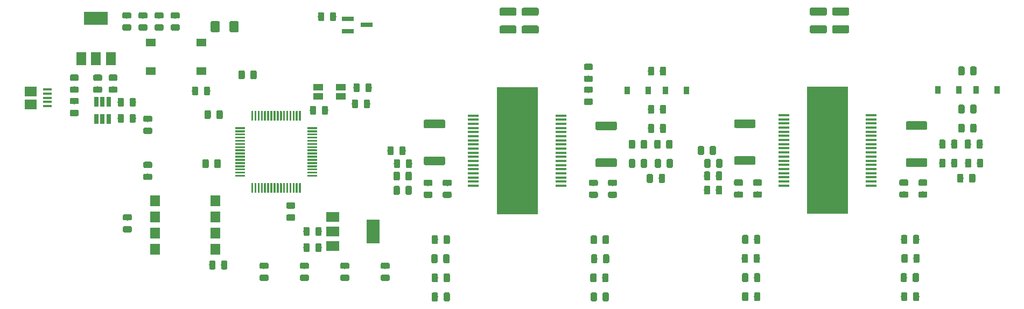
<source format=gbr>
G04 #@! TF.GenerationSoftware,KiCad,Pcbnew,(5.0.1-3-g963ef8bb5)*
G04 #@! TF.CreationDate,2019-03-02T14:14:45+01:00*
G04 #@! TF.ProjectId,Arm_stepper,41726D5F737465707065722E6B696361,rev?*
G04 #@! TF.SameCoordinates,Original*
G04 #@! TF.FileFunction,Paste,Top*
G04 #@! TF.FilePolarity,Positive*
%FSLAX46Y46*%
G04 Gerber Fmt 4.6, Leading zero omitted, Abs format (unit mm)*
G04 Created by KiCad (PCBNEW (5.0.1-3-g963ef8bb5)) date 2019 March 02, Saturday 14:14:45*
%MOMM*%
%LPD*%
G01*
G04 APERTURE LIST*
%ADD10C,0.100000*%
%ADD11C,0.975000*%
%ADD12C,1.350000*%
%ADD13R,6.400000X20.000000*%
%ADD14R,1.700000X0.380000*%
%ADD15R,0.900000X1.200000*%
%ADD16C,1.250000*%
%ADD17R,1.500000X1.000000*%
%ADD18R,1.900000X1.500000*%
%ADD19R,1.350000X0.400000*%
%ADD20C,1.425000*%
%ADD21R,1.900000X0.800000*%
%ADD22R,1.550000X1.300000*%
%ADD23R,1.520000X1.780000*%
%ADD24R,1.520000X1.750000*%
%ADD25R,0.650000X1.560000*%
%ADD26C,0.300000*%
%ADD27R,3.800000X2.000000*%
%ADD28R,1.500000X2.000000*%
%ADD29R,2.000000X1.500000*%
%ADD30R,2.000000X3.800000*%
G04 APERTURE END LIST*
D10*
G04 #@! TO.C,R44*
G36*
X179015142Y-140261174D02*
X179038803Y-140264684D01*
X179062007Y-140270496D01*
X179084529Y-140278554D01*
X179106153Y-140288782D01*
X179126670Y-140301079D01*
X179145883Y-140315329D01*
X179163607Y-140331393D01*
X179179671Y-140349117D01*
X179193921Y-140368330D01*
X179206218Y-140388847D01*
X179216446Y-140410471D01*
X179224504Y-140432993D01*
X179230316Y-140456197D01*
X179233826Y-140479858D01*
X179235000Y-140503750D01*
X179235000Y-141416250D01*
X179233826Y-141440142D01*
X179230316Y-141463803D01*
X179224504Y-141487007D01*
X179216446Y-141509529D01*
X179206218Y-141531153D01*
X179193921Y-141551670D01*
X179179671Y-141570883D01*
X179163607Y-141588607D01*
X179145883Y-141604671D01*
X179126670Y-141618921D01*
X179106153Y-141631218D01*
X179084529Y-141641446D01*
X179062007Y-141649504D01*
X179038803Y-141655316D01*
X179015142Y-141658826D01*
X178991250Y-141660000D01*
X178503750Y-141660000D01*
X178479858Y-141658826D01*
X178456197Y-141655316D01*
X178432993Y-141649504D01*
X178410471Y-141641446D01*
X178388847Y-141631218D01*
X178368330Y-141618921D01*
X178349117Y-141604671D01*
X178331393Y-141588607D01*
X178315329Y-141570883D01*
X178301079Y-141551670D01*
X178288782Y-141531153D01*
X178278554Y-141509529D01*
X178270496Y-141487007D01*
X178264684Y-141463803D01*
X178261174Y-141440142D01*
X178260000Y-141416250D01*
X178260000Y-140503750D01*
X178261174Y-140479858D01*
X178264684Y-140456197D01*
X178270496Y-140432993D01*
X178278554Y-140410471D01*
X178288782Y-140388847D01*
X178301079Y-140368330D01*
X178315329Y-140349117D01*
X178331393Y-140331393D01*
X178349117Y-140315329D01*
X178368330Y-140301079D01*
X178388847Y-140288782D01*
X178410471Y-140278554D01*
X178432993Y-140270496D01*
X178456197Y-140264684D01*
X178479858Y-140261174D01*
X178503750Y-140260000D01*
X178991250Y-140260000D01*
X179015142Y-140261174D01*
X179015142Y-140261174D01*
G37*
D11*
X178747500Y-140960000D03*
D10*
G36*
X177140142Y-140261174D02*
X177163803Y-140264684D01*
X177187007Y-140270496D01*
X177209529Y-140278554D01*
X177231153Y-140288782D01*
X177251670Y-140301079D01*
X177270883Y-140315329D01*
X177288607Y-140331393D01*
X177304671Y-140349117D01*
X177318921Y-140368330D01*
X177331218Y-140388847D01*
X177341446Y-140410471D01*
X177349504Y-140432993D01*
X177355316Y-140456197D01*
X177358826Y-140479858D01*
X177360000Y-140503750D01*
X177360000Y-141416250D01*
X177358826Y-141440142D01*
X177355316Y-141463803D01*
X177349504Y-141487007D01*
X177341446Y-141509529D01*
X177331218Y-141531153D01*
X177318921Y-141551670D01*
X177304671Y-141570883D01*
X177288607Y-141588607D01*
X177270883Y-141604671D01*
X177251670Y-141618921D01*
X177231153Y-141631218D01*
X177209529Y-141641446D01*
X177187007Y-141649504D01*
X177163803Y-141655316D01*
X177140142Y-141658826D01*
X177116250Y-141660000D01*
X176628750Y-141660000D01*
X176604858Y-141658826D01*
X176581197Y-141655316D01*
X176557993Y-141649504D01*
X176535471Y-141641446D01*
X176513847Y-141631218D01*
X176493330Y-141618921D01*
X176474117Y-141604671D01*
X176456393Y-141588607D01*
X176440329Y-141570883D01*
X176426079Y-141551670D01*
X176413782Y-141531153D01*
X176403554Y-141509529D01*
X176395496Y-141487007D01*
X176389684Y-141463803D01*
X176386174Y-141440142D01*
X176385000Y-141416250D01*
X176385000Y-140503750D01*
X176386174Y-140479858D01*
X176389684Y-140456197D01*
X176395496Y-140432993D01*
X176403554Y-140410471D01*
X176413782Y-140388847D01*
X176426079Y-140368330D01*
X176440329Y-140349117D01*
X176456393Y-140331393D01*
X176474117Y-140315329D01*
X176493330Y-140301079D01*
X176513847Y-140288782D01*
X176535471Y-140278554D01*
X176557993Y-140270496D01*
X176581197Y-140264684D01*
X176604858Y-140261174D01*
X176628750Y-140260000D01*
X177116250Y-140260000D01*
X177140142Y-140261174D01*
X177140142Y-140261174D01*
G37*
D11*
X176872500Y-140960000D03*
G04 #@! TD*
D10*
G04 #@! TO.C,R43*
G36*
X154015142Y-140261174D02*
X154038803Y-140264684D01*
X154062007Y-140270496D01*
X154084529Y-140278554D01*
X154106153Y-140288782D01*
X154126670Y-140301079D01*
X154145883Y-140315329D01*
X154163607Y-140331393D01*
X154179671Y-140349117D01*
X154193921Y-140368330D01*
X154206218Y-140388847D01*
X154216446Y-140410471D01*
X154224504Y-140432993D01*
X154230316Y-140456197D01*
X154233826Y-140479858D01*
X154235000Y-140503750D01*
X154235000Y-141416250D01*
X154233826Y-141440142D01*
X154230316Y-141463803D01*
X154224504Y-141487007D01*
X154216446Y-141509529D01*
X154206218Y-141531153D01*
X154193921Y-141551670D01*
X154179671Y-141570883D01*
X154163607Y-141588607D01*
X154145883Y-141604671D01*
X154126670Y-141618921D01*
X154106153Y-141631218D01*
X154084529Y-141641446D01*
X154062007Y-141649504D01*
X154038803Y-141655316D01*
X154015142Y-141658826D01*
X153991250Y-141660000D01*
X153503750Y-141660000D01*
X153479858Y-141658826D01*
X153456197Y-141655316D01*
X153432993Y-141649504D01*
X153410471Y-141641446D01*
X153388847Y-141631218D01*
X153368330Y-141618921D01*
X153349117Y-141604671D01*
X153331393Y-141588607D01*
X153315329Y-141570883D01*
X153301079Y-141551670D01*
X153288782Y-141531153D01*
X153278554Y-141509529D01*
X153270496Y-141487007D01*
X153264684Y-141463803D01*
X153261174Y-141440142D01*
X153260000Y-141416250D01*
X153260000Y-140503750D01*
X153261174Y-140479858D01*
X153264684Y-140456197D01*
X153270496Y-140432993D01*
X153278554Y-140410471D01*
X153288782Y-140388847D01*
X153301079Y-140368330D01*
X153315329Y-140349117D01*
X153331393Y-140331393D01*
X153349117Y-140315329D01*
X153368330Y-140301079D01*
X153388847Y-140288782D01*
X153410471Y-140278554D01*
X153432993Y-140270496D01*
X153456197Y-140264684D01*
X153479858Y-140261174D01*
X153503750Y-140260000D01*
X153991250Y-140260000D01*
X154015142Y-140261174D01*
X154015142Y-140261174D01*
G37*
D11*
X153747500Y-140960000D03*
D10*
G36*
X152140142Y-140261174D02*
X152163803Y-140264684D01*
X152187007Y-140270496D01*
X152209529Y-140278554D01*
X152231153Y-140288782D01*
X152251670Y-140301079D01*
X152270883Y-140315329D01*
X152288607Y-140331393D01*
X152304671Y-140349117D01*
X152318921Y-140368330D01*
X152331218Y-140388847D01*
X152341446Y-140410471D01*
X152349504Y-140432993D01*
X152355316Y-140456197D01*
X152358826Y-140479858D01*
X152360000Y-140503750D01*
X152360000Y-141416250D01*
X152358826Y-141440142D01*
X152355316Y-141463803D01*
X152349504Y-141487007D01*
X152341446Y-141509529D01*
X152331218Y-141531153D01*
X152318921Y-141551670D01*
X152304671Y-141570883D01*
X152288607Y-141588607D01*
X152270883Y-141604671D01*
X152251670Y-141618921D01*
X152231153Y-141631218D01*
X152209529Y-141641446D01*
X152187007Y-141649504D01*
X152163803Y-141655316D01*
X152140142Y-141658826D01*
X152116250Y-141660000D01*
X151628750Y-141660000D01*
X151604858Y-141658826D01*
X151581197Y-141655316D01*
X151557993Y-141649504D01*
X151535471Y-141641446D01*
X151513847Y-141631218D01*
X151493330Y-141618921D01*
X151474117Y-141604671D01*
X151456393Y-141588607D01*
X151440329Y-141570883D01*
X151426079Y-141551670D01*
X151413782Y-141531153D01*
X151403554Y-141509529D01*
X151395496Y-141487007D01*
X151389684Y-141463803D01*
X151386174Y-141440142D01*
X151385000Y-141416250D01*
X151385000Y-140503750D01*
X151386174Y-140479858D01*
X151389684Y-140456197D01*
X151395496Y-140432993D01*
X151403554Y-140410471D01*
X151413782Y-140388847D01*
X151426079Y-140368330D01*
X151440329Y-140349117D01*
X151456393Y-140331393D01*
X151474117Y-140315329D01*
X151493330Y-140301079D01*
X151513847Y-140288782D01*
X151535471Y-140278554D01*
X151557993Y-140270496D01*
X151581197Y-140264684D01*
X151604858Y-140261174D01*
X151628750Y-140260000D01*
X152116250Y-140260000D01*
X152140142Y-140261174D01*
X152140142Y-140261174D01*
G37*
D11*
X151872500Y-140960000D03*
G04 #@! TD*
D10*
G04 #@! TO.C,R42*
G36*
X177077642Y-146261174D02*
X177101303Y-146264684D01*
X177124507Y-146270496D01*
X177147029Y-146278554D01*
X177168653Y-146288782D01*
X177189170Y-146301079D01*
X177208383Y-146315329D01*
X177226107Y-146331393D01*
X177242171Y-146349117D01*
X177256421Y-146368330D01*
X177268718Y-146388847D01*
X177278946Y-146410471D01*
X177287004Y-146432993D01*
X177292816Y-146456197D01*
X177296326Y-146479858D01*
X177297500Y-146503750D01*
X177297500Y-147416250D01*
X177296326Y-147440142D01*
X177292816Y-147463803D01*
X177287004Y-147487007D01*
X177278946Y-147509529D01*
X177268718Y-147531153D01*
X177256421Y-147551670D01*
X177242171Y-147570883D01*
X177226107Y-147588607D01*
X177208383Y-147604671D01*
X177189170Y-147618921D01*
X177168653Y-147631218D01*
X177147029Y-147641446D01*
X177124507Y-147649504D01*
X177101303Y-147655316D01*
X177077642Y-147658826D01*
X177053750Y-147660000D01*
X176566250Y-147660000D01*
X176542358Y-147658826D01*
X176518697Y-147655316D01*
X176495493Y-147649504D01*
X176472971Y-147641446D01*
X176451347Y-147631218D01*
X176430830Y-147618921D01*
X176411617Y-147604671D01*
X176393893Y-147588607D01*
X176377829Y-147570883D01*
X176363579Y-147551670D01*
X176351282Y-147531153D01*
X176341054Y-147509529D01*
X176332996Y-147487007D01*
X176327184Y-147463803D01*
X176323674Y-147440142D01*
X176322500Y-147416250D01*
X176322500Y-146503750D01*
X176323674Y-146479858D01*
X176327184Y-146456197D01*
X176332996Y-146432993D01*
X176341054Y-146410471D01*
X176351282Y-146388847D01*
X176363579Y-146368330D01*
X176377829Y-146349117D01*
X176393893Y-146331393D01*
X176411617Y-146315329D01*
X176430830Y-146301079D01*
X176451347Y-146288782D01*
X176472971Y-146278554D01*
X176495493Y-146270496D01*
X176518697Y-146264684D01*
X176542358Y-146261174D01*
X176566250Y-146260000D01*
X177053750Y-146260000D01*
X177077642Y-146261174D01*
X177077642Y-146261174D01*
G37*
D11*
X176810000Y-146960000D03*
D10*
G36*
X178952642Y-146261174D02*
X178976303Y-146264684D01*
X178999507Y-146270496D01*
X179022029Y-146278554D01*
X179043653Y-146288782D01*
X179064170Y-146301079D01*
X179083383Y-146315329D01*
X179101107Y-146331393D01*
X179117171Y-146349117D01*
X179131421Y-146368330D01*
X179143718Y-146388847D01*
X179153946Y-146410471D01*
X179162004Y-146432993D01*
X179167816Y-146456197D01*
X179171326Y-146479858D01*
X179172500Y-146503750D01*
X179172500Y-147416250D01*
X179171326Y-147440142D01*
X179167816Y-147463803D01*
X179162004Y-147487007D01*
X179153946Y-147509529D01*
X179143718Y-147531153D01*
X179131421Y-147551670D01*
X179117171Y-147570883D01*
X179101107Y-147588607D01*
X179083383Y-147604671D01*
X179064170Y-147618921D01*
X179043653Y-147631218D01*
X179022029Y-147641446D01*
X178999507Y-147649504D01*
X178976303Y-147655316D01*
X178952642Y-147658826D01*
X178928750Y-147660000D01*
X178441250Y-147660000D01*
X178417358Y-147658826D01*
X178393697Y-147655316D01*
X178370493Y-147649504D01*
X178347971Y-147641446D01*
X178326347Y-147631218D01*
X178305830Y-147618921D01*
X178286617Y-147604671D01*
X178268893Y-147588607D01*
X178252829Y-147570883D01*
X178238579Y-147551670D01*
X178226282Y-147531153D01*
X178216054Y-147509529D01*
X178207996Y-147487007D01*
X178202184Y-147463803D01*
X178198674Y-147440142D01*
X178197500Y-147416250D01*
X178197500Y-146503750D01*
X178198674Y-146479858D01*
X178202184Y-146456197D01*
X178207996Y-146432993D01*
X178216054Y-146410471D01*
X178226282Y-146388847D01*
X178238579Y-146368330D01*
X178252829Y-146349117D01*
X178268893Y-146331393D01*
X178286617Y-146315329D01*
X178305830Y-146301079D01*
X178326347Y-146288782D01*
X178347971Y-146278554D01*
X178370493Y-146270496D01*
X178393697Y-146264684D01*
X178417358Y-146261174D01*
X178441250Y-146260000D01*
X178928750Y-146260000D01*
X178952642Y-146261174D01*
X178952642Y-146261174D01*
G37*
D11*
X178685000Y-146960000D03*
G04 #@! TD*
D10*
G04 #@! TO.C,R41*
G36*
X152140142Y-146261174D02*
X152163803Y-146264684D01*
X152187007Y-146270496D01*
X152209529Y-146278554D01*
X152231153Y-146288782D01*
X152251670Y-146301079D01*
X152270883Y-146315329D01*
X152288607Y-146331393D01*
X152304671Y-146349117D01*
X152318921Y-146368330D01*
X152331218Y-146388847D01*
X152341446Y-146410471D01*
X152349504Y-146432993D01*
X152355316Y-146456197D01*
X152358826Y-146479858D01*
X152360000Y-146503750D01*
X152360000Y-147416250D01*
X152358826Y-147440142D01*
X152355316Y-147463803D01*
X152349504Y-147487007D01*
X152341446Y-147509529D01*
X152331218Y-147531153D01*
X152318921Y-147551670D01*
X152304671Y-147570883D01*
X152288607Y-147588607D01*
X152270883Y-147604671D01*
X152251670Y-147618921D01*
X152231153Y-147631218D01*
X152209529Y-147641446D01*
X152187007Y-147649504D01*
X152163803Y-147655316D01*
X152140142Y-147658826D01*
X152116250Y-147660000D01*
X151628750Y-147660000D01*
X151604858Y-147658826D01*
X151581197Y-147655316D01*
X151557993Y-147649504D01*
X151535471Y-147641446D01*
X151513847Y-147631218D01*
X151493330Y-147618921D01*
X151474117Y-147604671D01*
X151456393Y-147588607D01*
X151440329Y-147570883D01*
X151426079Y-147551670D01*
X151413782Y-147531153D01*
X151403554Y-147509529D01*
X151395496Y-147487007D01*
X151389684Y-147463803D01*
X151386174Y-147440142D01*
X151385000Y-147416250D01*
X151385000Y-146503750D01*
X151386174Y-146479858D01*
X151389684Y-146456197D01*
X151395496Y-146432993D01*
X151403554Y-146410471D01*
X151413782Y-146388847D01*
X151426079Y-146368330D01*
X151440329Y-146349117D01*
X151456393Y-146331393D01*
X151474117Y-146315329D01*
X151493330Y-146301079D01*
X151513847Y-146288782D01*
X151535471Y-146278554D01*
X151557993Y-146270496D01*
X151581197Y-146264684D01*
X151604858Y-146261174D01*
X151628750Y-146260000D01*
X152116250Y-146260000D01*
X152140142Y-146261174D01*
X152140142Y-146261174D01*
G37*
D11*
X151872500Y-146960000D03*
D10*
G36*
X154015142Y-146261174D02*
X154038803Y-146264684D01*
X154062007Y-146270496D01*
X154084529Y-146278554D01*
X154106153Y-146288782D01*
X154126670Y-146301079D01*
X154145883Y-146315329D01*
X154163607Y-146331393D01*
X154179671Y-146349117D01*
X154193921Y-146368330D01*
X154206218Y-146388847D01*
X154216446Y-146410471D01*
X154224504Y-146432993D01*
X154230316Y-146456197D01*
X154233826Y-146479858D01*
X154235000Y-146503750D01*
X154235000Y-147416250D01*
X154233826Y-147440142D01*
X154230316Y-147463803D01*
X154224504Y-147487007D01*
X154216446Y-147509529D01*
X154206218Y-147531153D01*
X154193921Y-147551670D01*
X154179671Y-147570883D01*
X154163607Y-147588607D01*
X154145883Y-147604671D01*
X154126670Y-147618921D01*
X154106153Y-147631218D01*
X154084529Y-147641446D01*
X154062007Y-147649504D01*
X154038803Y-147655316D01*
X154015142Y-147658826D01*
X153991250Y-147660000D01*
X153503750Y-147660000D01*
X153479858Y-147658826D01*
X153456197Y-147655316D01*
X153432993Y-147649504D01*
X153410471Y-147641446D01*
X153388847Y-147631218D01*
X153368330Y-147618921D01*
X153349117Y-147604671D01*
X153331393Y-147588607D01*
X153315329Y-147570883D01*
X153301079Y-147551670D01*
X153288782Y-147531153D01*
X153278554Y-147509529D01*
X153270496Y-147487007D01*
X153264684Y-147463803D01*
X153261174Y-147440142D01*
X153260000Y-147416250D01*
X153260000Y-146503750D01*
X153261174Y-146479858D01*
X153264684Y-146456197D01*
X153270496Y-146432993D01*
X153278554Y-146410471D01*
X153288782Y-146388847D01*
X153301079Y-146368330D01*
X153315329Y-146349117D01*
X153331393Y-146331393D01*
X153349117Y-146315329D01*
X153368330Y-146301079D01*
X153388847Y-146288782D01*
X153410471Y-146278554D01*
X153432993Y-146270496D01*
X153456197Y-146264684D01*
X153479858Y-146261174D01*
X153503750Y-146260000D01*
X153991250Y-146260000D01*
X154015142Y-146261174D01*
X154015142Y-146261174D01*
G37*
D11*
X153747500Y-146960000D03*
G04 #@! TD*
D10*
G04 #@! TO.C,R35*
G36*
X187835542Y-130629974D02*
X187859203Y-130633484D01*
X187882407Y-130639296D01*
X187904929Y-130647354D01*
X187926553Y-130657582D01*
X187947070Y-130669879D01*
X187966283Y-130684129D01*
X187984007Y-130700193D01*
X188000071Y-130717917D01*
X188014321Y-130737130D01*
X188026618Y-130757647D01*
X188036846Y-130779271D01*
X188044904Y-130801793D01*
X188050716Y-130824997D01*
X188054226Y-130848658D01*
X188055400Y-130872550D01*
X188055400Y-131785050D01*
X188054226Y-131808942D01*
X188050716Y-131832603D01*
X188044904Y-131855807D01*
X188036846Y-131878329D01*
X188026618Y-131899953D01*
X188014321Y-131920470D01*
X188000071Y-131939683D01*
X187984007Y-131957407D01*
X187966283Y-131973471D01*
X187947070Y-131987721D01*
X187926553Y-132000018D01*
X187904929Y-132010246D01*
X187882407Y-132018304D01*
X187859203Y-132024116D01*
X187835542Y-132027626D01*
X187811650Y-132028800D01*
X187324150Y-132028800D01*
X187300258Y-132027626D01*
X187276597Y-132024116D01*
X187253393Y-132018304D01*
X187230871Y-132010246D01*
X187209247Y-132000018D01*
X187188730Y-131987721D01*
X187169517Y-131973471D01*
X187151793Y-131957407D01*
X187135729Y-131939683D01*
X187121479Y-131920470D01*
X187109182Y-131899953D01*
X187098954Y-131878329D01*
X187090896Y-131855807D01*
X187085084Y-131832603D01*
X187081574Y-131808942D01*
X187080400Y-131785050D01*
X187080400Y-130872550D01*
X187081574Y-130848658D01*
X187085084Y-130824997D01*
X187090896Y-130801793D01*
X187098954Y-130779271D01*
X187109182Y-130757647D01*
X187121479Y-130737130D01*
X187135729Y-130717917D01*
X187151793Y-130700193D01*
X187169517Y-130684129D01*
X187188730Y-130669879D01*
X187209247Y-130657582D01*
X187230871Y-130647354D01*
X187253393Y-130639296D01*
X187276597Y-130633484D01*
X187300258Y-130629974D01*
X187324150Y-130628800D01*
X187811650Y-130628800D01*
X187835542Y-130629974D01*
X187835542Y-130629974D01*
G37*
D11*
X187567900Y-131328800D03*
D10*
G36*
X185960542Y-130629974D02*
X185984203Y-130633484D01*
X186007407Y-130639296D01*
X186029929Y-130647354D01*
X186051553Y-130657582D01*
X186072070Y-130669879D01*
X186091283Y-130684129D01*
X186109007Y-130700193D01*
X186125071Y-130717917D01*
X186139321Y-130737130D01*
X186151618Y-130757647D01*
X186161846Y-130779271D01*
X186169904Y-130801793D01*
X186175716Y-130824997D01*
X186179226Y-130848658D01*
X186180400Y-130872550D01*
X186180400Y-131785050D01*
X186179226Y-131808942D01*
X186175716Y-131832603D01*
X186169904Y-131855807D01*
X186161846Y-131878329D01*
X186151618Y-131899953D01*
X186139321Y-131920470D01*
X186125071Y-131939683D01*
X186109007Y-131957407D01*
X186091283Y-131973471D01*
X186072070Y-131987721D01*
X186051553Y-132000018D01*
X186029929Y-132010246D01*
X186007407Y-132018304D01*
X185984203Y-132024116D01*
X185960542Y-132027626D01*
X185936650Y-132028800D01*
X185449150Y-132028800D01*
X185425258Y-132027626D01*
X185401597Y-132024116D01*
X185378393Y-132018304D01*
X185355871Y-132010246D01*
X185334247Y-132000018D01*
X185313730Y-131987721D01*
X185294517Y-131973471D01*
X185276793Y-131957407D01*
X185260729Y-131939683D01*
X185246479Y-131920470D01*
X185234182Y-131899953D01*
X185223954Y-131878329D01*
X185215896Y-131855807D01*
X185210084Y-131832603D01*
X185206574Y-131808942D01*
X185205400Y-131785050D01*
X185205400Y-130872550D01*
X185206574Y-130848658D01*
X185210084Y-130824997D01*
X185215896Y-130801793D01*
X185223954Y-130779271D01*
X185234182Y-130757647D01*
X185246479Y-130737130D01*
X185260729Y-130717917D01*
X185276793Y-130700193D01*
X185294517Y-130684129D01*
X185313730Y-130669879D01*
X185334247Y-130657582D01*
X185355871Y-130647354D01*
X185378393Y-130639296D01*
X185401597Y-130633484D01*
X185425258Y-130629974D01*
X185449150Y-130628800D01*
X185936650Y-130628800D01*
X185960542Y-130629974D01*
X185960542Y-130629974D01*
G37*
D11*
X185692900Y-131328800D03*
G04 #@! TD*
D10*
G04 #@! TO.C,R34*
G36*
X148015142Y-132511174D02*
X148038803Y-132514684D01*
X148062007Y-132520496D01*
X148084529Y-132528554D01*
X148106153Y-132538782D01*
X148126670Y-132551079D01*
X148145883Y-132565329D01*
X148163607Y-132581393D01*
X148179671Y-132599117D01*
X148193921Y-132618330D01*
X148206218Y-132638847D01*
X148216446Y-132660471D01*
X148224504Y-132682993D01*
X148230316Y-132706197D01*
X148233826Y-132729858D01*
X148235000Y-132753750D01*
X148235000Y-133666250D01*
X148233826Y-133690142D01*
X148230316Y-133713803D01*
X148224504Y-133737007D01*
X148216446Y-133759529D01*
X148206218Y-133781153D01*
X148193921Y-133801670D01*
X148179671Y-133820883D01*
X148163607Y-133838607D01*
X148145883Y-133854671D01*
X148126670Y-133868921D01*
X148106153Y-133881218D01*
X148084529Y-133891446D01*
X148062007Y-133899504D01*
X148038803Y-133905316D01*
X148015142Y-133908826D01*
X147991250Y-133910000D01*
X147503750Y-133910000D01*
X147479858Y-133908826D01*
X147456197Y-133905316D01*
X147432993Y-133899504D01*
X147410471Y-133891446D01*
X147388847Y-133881218D01*
X147368330Y-133868921D01*
X147349117Y-133854671D01*
X147331393Y-133838607D01*
X147315329Y-133820883D01*
X147301079Y-133801670D01*
X147288782Y-133781153D01*
X147278554Y-133759529D01*
X147270496Y-133737007D01*
X147264684Y-133713803D01*
X147261174Y-133690142D01*
X147260000Y-133666250D01*
X147260000Y-132753750D01*
X147261174Y-132729858D01*
X147264684Y-132706197D01*
X147270496Y-132682993D01*
X147278554Y-132660471D01*
X147288782Y-132638847D01*
X147301079Y-132618330D01*
X147315329Y-132599117D01*
X147331393Y-132581393D01*
X147349117Y-132565329D01*
X147368330Y-132551079D01*
X147388847Y-132538782D01*
X147410471Y-132528554D01*
X147432993Y-132520496D01*
X147456197Y-132514684D01*
X147479858Y-132511174D01*
X147503750Y-132510000D01*
X147991250Y-132510000D01*
X148015142Y-132511174D01*
X148015142Y-132511174D01*
G37*
D11*
X147747500Y-133210000D03*
D10*
G36*
X146140142Y-132511174D02*
X146163803Y-132514684D01*
X146187007Y-132520496D01*
X146209529Y-132528554D01*
X146231153Y-132538782D01*
X146251670Y-132551079D01*
X146270883Y-132565329D01*
X146288607Y-132581393D01*
X146304671Y-132599117D01*
X146318921Y-132618330D01*
X146331218Y-132638847D01*
X146341446Y-132660471D01*
X146349504Y-132682993D01*
X146355316Y-132706197D01*
X146358826Y-132729858D01*
X146360000Y-132753750D01*
X146360000Y-133666250D01*
X146358826Y-133690142D01*
X146355316Y-133713803D01*
X146349504Y-133737007D01*
X146341446Y-133759529D01*
X146331218Y-133781153D01*
X146318921Y-133801670D01*
X146304671Y-133820883D01*
X146288607Y-133838607D01*
X146270883Y-133854671D01*
X146251670Y-133868921D01*
X146231153Y-133881218D01*
X146209529Y-133891446D01*
X146187007Y-133899504D01*
X146163803Y-133905316D01*
X146140142Y-133908826D01*
X146116250Y-133910000D01*
X145628750Y-133910000D01*
X145604858Y-133908826D01*
X145581197Y-133905316D01*
X145557993Y-133899504D01*
X145535471Y-133891446D01*
X145513847Y-133881218D01*
X145493330Y-133868921D01*
X145474117Y-133854671D01*
X145456393Y-133838607D01*
X145440329Y-133820883D01*
X145426079Y-133801670D01*
X145413782Y-133781153D01*
X145403554Y-133759529D01*
X145395496Y-133737007D01*
X145389684Y-133713803D01*
X145386174Y-133690142D01*
X145385000Y-133666250D01*
X145385000Y-132753750D01*
X145386174Y-132729858D01*
X145389684Y-132706197D01*
X145395496Y-132682993D01*
X145403554Y-132660471D01*
X145413782Y-132638847D01*
X145426079Y-132618330D01*
X145440329Y-132599117D01*
X145456393Y-132581393D01*
X145474117Y-132565329D01*
X145493330Y-132551079D01*
X145513847Y-132538782D01*
X145535471Y-132528554D01*
X145557993Y-132520496D01*
X145581197Y-132514684D01*
X145604858Y-132511174D01*
X145628750Y-132510000D01*
X146116250Y-132510000D01*
X146140142Y-132511174D01*
X146140142Y-132511174D01*
G37*
D11*
X145872500Y-133210000D03*
G04 #@! TD*
D10*
G04 #@! TO.C,R25*
G36*
X187202642Y-128261174D02*
X187226303Y-128264684D01*
X187249507Y-128270496D01*
X187272029Y-128278554D01*
X187293653Y-128288782D01*
X187314170Y-128301079D01*
X187333383Y-128315329D01*
X187351107Y-128331393D01*
X187367171Y-128349117D01*
X187381421Y-128368330D01*
X187393718Y-128388847D01*
X187403946Y-128410471D01*
X187412004Y-128432993D01*
X187417816Y-128456197D01*
X187421326Y-128479858D01*
X187422500Y-128503750D01*
X187422500Y-129416250D01*
X187421326Y-129440142D01*
X187417816Y-129463803D01*
X187412004Y-129487007D01*
X187403946Y-129509529D01*
X187393718Y-129531153D01*
X187381421Y-129551670D01*
X187367171Y-129570883D01*
X187351107Y-129588607D01*
X187333383Y-129604671D01*
X187314170Y-129618921D01*
X187293653Y-129631218D01*
X187272029Y-129641446D01*
X187249507Y-129649504D01*
X187226303Y-129655316D01*
X187202642Y-129658826D01*
X187178750Y-129660000D01*
X186691250Y-129660000D01*
X186667358Y-129658826D01*
X186643697Y-129655316D01*
X186620493Y-129649504D01*
X186597971Y-129641446D01*
X186576347Y-129631218D01*
X186555830Y-129618921D01*
X186536617Y-129604671D01*
X186518893Y-129588607D01*
X186502829Y-129570883D01*
X186488579Y-129551670D01*
X186476282Y-129531153D01*
X186466054Y-129509529D01*
X186457996Y-129487007D01*
X186452184Y-129463803D01*
X186448674Y-129440142D01*
X186447500Y-129416250D01*
X186447500Y-128503750D01*
X186448674Y-128479858D01*
X186452184Y-128456197D01*
X186457996Y-128432993D01*
X186466054Y-128410471D01*
X186476282Y-128388847D01*
X186488579Y-128368330D01*
X186502829Y-128349117D01*
X186518893Y-128331393D01*
X186536617Y-128315329D01*
X186555830Y-128301079D01*
X186576347Y-128288782D01*
X186597971Y-128278554D01*
X186620493Y-128270496D01*
X186643697Y-128264684D01*
X186667358Y-128261174D01*
X186691250Y-128260000D01*
X187178750Y-128260000D01*
X187202642Y-128261174D01*
X187202642Y-128261174D01*
G37*
D11*
X186935000Y-128960000D03*
D10*
G36*
X189077642Y-128261174D02*
X189101303Y-128264684D01*
X189124507Y-128270496D01*
X189147029Y-128278554D01*
X189168653Y-128288782D01*
X189189170Y-128301079D01*
X189208383Y-128315329D01*
X189226107Y-128331393D01*
X189242171Y-128349117D01*
X189256421Y-128368330D01*
X189268718Y-128388847D01*
X189278946Y-128410471D01*
X189287004Y-128432993D01*
X189292816Y-128456197D01*
X189296326Y-128479858D01*
X189297500Y-128503750D01*
X189297500Y-129416250D01*
X189296326Y-129440142D01*
X189292816Y-129463803D01*
X189287004Y-129487007D01*
X189278946Y-129509529D01*
X189268718Y-129531153D01*
X189256421Y-129551670D01*
X189242171Y-129570883D01*
X189226107Y-129588607D01*
X189208383Y-129604671D01*
X189189170Y-129618921D01*
X189168653Y-129631218D01*
X189147029Y-129641446D01*
X189124507Y-129649504D01*
X189101303Y-129655316D01*
X189077642Y-129658826D01*
X189053750Y-129660000D01*
X188566250Y-129660000D01*
X188542358Y-129658826D01*
X188518697Y-129655316D01*
X188495493Y-129649504D01*
X188472971Y-129641446D01*
X188451347Y-129631218D01*
X188430830Y-129618921D01*
X188411617Y-129604671D01*
X188393893Y-129588607D01*
X188377829Y-129570883D01*
X188363579Y-129551670D01*
X188351282Y-129531153D01*
X188341054Y-129509529D01*
X188332996Y-129487007D01*
X188327184Y-129463803D01*
X188323674Y-129440142D01*
X188322500Y-129416250D01*
X188322500Y-128503750D01*
X188323674Y-128479858D01*
X188327184Y-128456197D01*
X188332996Y-128432993D01*
X188341054Y-128410471D01*
X188351282Y-128388847D01*
X188363579Y-128368330D01*
X188377829Y-128349117D01*
X188393893Y-128331393D01*
X188411617Y-128315329D01*
X188430830Y-128301079D01*
X188451347Y-128288782D01*
X188472971Y-128278554D01*
X188495493Y-128270496D01*
X188518697Y-128264684D01*
X188542358Y-128261174D01*
X188566250Y-128260000D01*
X189053750Y-128260000D01*
X189077642Y-128261174D01*
X189077642Y-128261174D01*
G37*
D11*
X188810000Y-128960000D03*
G04 #@! TD*
D10*
G04 #@! TO.C,R19*
G36*
X146140142Y-130261174D02*
X146163803Y-130264684D01*
X146187007Y-130270496D01*
X146209529Y-130278554D01*
X146231153Y-130288782D01*
X146251670Y-130301079D01*
X146270883Y-130315329D01*
X146288607Y-130331393D01*
X146304671Y-130349117D01*
X146318921Y-130368330D01*
X146331218Y-130388847D01*
X146341446Y-130410471D01*
X146349504Y-130432993D01*
X146355316Y-130456197D01*
X146358826Y-130479858D01*
X146360000Y-130503750D01*
X146360000Y-131416250D01*
X146358826Y-131440142D01*
X146355316Y-131463803D01*
X146349504Y-131487007D01*
X146341446Y-131509529D01*
X146331218Y-131531153D01*
X146318921Y-131551670D01*
X146304671Y-131570883D01*
X146288607Y-131588607D01*
X146270883Y-131604671D01*
X146251670Y-131618921D01*
X146231153Y-131631218D01*
X146209529Y-131641446D01*
X146187007Y-131649504D01*
X146163803Y-131655316D01*
X146140142Y-131658826D01*
X146116250Y-131660000D01*
X145628750Y-131660000D01*
X145604858Y-131658826D01*
X145581197Y-131655316D01*
X145557993Y-131649504D01*
X145535471Y-131641446D01*
X145513847Y-131631218D01*
X145493330Y-131618921D01*
X145474117Y-131604671D01*
X145456393Y-131588607D01*
X145440329Y-131570883D01*
X145426079Y-131551670D01*
X145413782Y-131531153D01*
X145403554Y-131509529D01*
X145395496Y-131487007D01*
X145389684Y-131463803D01*
X145386174Y-131440142D01*
X145385000Y-131416250D01*
X145385000Y-130503750D01*
X145386174Y-130479858D01*
X145389684Y-130456197D01*
X145395496Y-130432993D01*
X145403554Y-130410471D01*
X145413782Y-130388847D01*
X145426079Y-130368330D01*
X145440329Y-130349117D01*
X145456393Y-130331393D01*
X145474117Y-130315329D01*
X145493330Y-130301079D01*
X145513847Y-130288782D01*
X145535471Y-130278554D01*
X145557993Y-130270496D01*
X145581197Y-130264684D01*
X145604858Y-130261174D01*
X145628750Y-130260000D01*
X146116250Y-130260000D01*
X146140142Y-130261174D01*
X146140142Y-130261174D01*
G37*
D11*
X145872500Y-130960000D03*
D10*
G36*
X148015142Y-130261174D02*
X148038803Y-130264684D01*
X148062007Y-130270496D01*
X148084529Y-130278554D01*
X148106153Y-130288782D01*
X148126670Y-130301079D01*
X148145883Y-130315329D01*
X148163607Y-130331393D01*
X148179671Y-130349117D01*
X148193921Y-130368330D01*
X148206218Y-130388847D01*
X148216446Y-130410471D01*
X148224504Y-130432993D01*
X148230316Y-130456197D01*
X148233826Y-130479858D01*
X148235000Y-130503750D01*
X148235000Y-131416250D01*
X148233826Y-131440142D01*
X148230316Y-131463803D01*
X148224504Y-131487007D01*
X148216446Y-131509529D01*
X148206218Y-131531153D01*
X148193921Y-131551670D01*
X148179671Y-131570883D01*
X148163607Y-131588607D01*
X148145883Y-131604671D01*
X148126670Y-131618921D01*
X148106153Y-131631218D01*
X148084529Y-131641446D01*
X148062007Y-131649504D01*
X148038803Y-131655316D01*
X148015142Y-131658826D01*
X147991250Y-131660000D01*
X147503750Y-131660000D01*
X147479858Y-131658826D01*
X147456197Y-131655316D01*
X147432993Y-131649504D01*
X147410471Y-131641446D01*
X147388847Y-131631218D01*
X147368330Y-131618921D01*
X147349117Y-131604671D01*
X147331393Y-131588607D01*
X147315329Y-131570883D01*
X147301079Y-131551670D01*
X147288782Y-131531153D01*
X147278554Y-131509529D01*
X147270496Y-131487007D01*
X147264684Y-131463803D01*
X147261174Y-131440142D01*
X147260000Y-131416250D01*
X147260000Y-130503750D01*
X147261174Y-130479858D01*
X147264684Y-130456197D01*
X147270496Y-130432993D01*
X147278554Y-130410471D01*
X147288782Y-130388847D01*
X147301079Y-130368330D01*
X147315329Y-130349117D01*
X147331393Y-130331393D01*
X147349117Y-130315329D01*
X147368330Y-130301079D01*
X147388847Y-130288782D01*
X147410471Y-130278554D01*
X147432993Y-130270496D01*
X147456197Y-130264684D01*
X147479858Y-130261174D01*
X147503750Y-130260000D01*
X147991250Y-130260000D01*
X148015142Y-130261174D01*
X148015142Y-130261174D01*
G37*
D11*
X147747500Y-130960000D03*
G04 #@! TD*
D10*
G04 #@! TO.C,R17*
G36*
X180259505Y-122386204D02*
X180283773Y-122389804D01*
X180307572Y-122395765D01*
X180330671Y-122404030D01*
X180352850Y-122414520D01*
X180373893Y-122427132D01*
X180393599Y-122441747D01*
X180411777Y-122458223D01*
X180428253Y-122476401D01*
X180442868Y-122496107D01*
X180455480Y-122517150D01*
X180465970Y-122539329D01*
X180474235Y-122562428D01*
X180480196Y-122586227D01*
X180483796Y-122610495D01*
X180485000Y-122634999D01*
X180485000Y-123485001D01*
X180483796Y-123509505D01*
X180480196Y-123533773D01*
X180474235Y-123557572D01*
X180465970Y-123580671D01*
X180455480Y-123602850D01*
X180442868Y-123623893D01*
X180428253Y-123643599D01*
X180411777Y-123661777D01*
X180393599Y-123678253D01*
X180373893Y-123692868D01*
X180352850Y-123705480D01*
X180330671Y-123715970D01*
X180307572Y-123724235D01*
X180283773Y-123730196D01*
X180259505Y-123733796D01*
X180235001Y-123735000D01*
X177384999Y-123735000D01*
X177360495Y-123733796D01*
X177336227Y-123730196D01*
X177312428Y-123724235D01*
X177289329Y-123715970D01*
X177267150Y-123705480D01*
X177246107Y-123692868D01*
X177226401Y-123678253D01*
X177208223Y-123661777D01*
X177191747Y-123643599D01*
X177177132Y-123623893D01*
X177164520Y-123602850D01*
X177154030Y-123580671D01*
X177145765Y-123557572D01*
X177139804Y-123533773D01*
X177136204Y-123509505D01*
X177135000Y-123485001D01*
X177135000Y-122634999D01*
X177136204Y-122610495D01*
X177139804Y-122586227D01*
X177145765Y-122562428D01*
X177154030Y-122539329D01*
X177164520Y-122517150D01*
X177177132Y-122496107D01*
X177191747Y-122476401D01*
X177208223Y-122458223D01*
X177226401Y-122441747D01*
X177246107Y-122427132D01*
X177267150Y-122414520D01*
X177289329Y-122404030D01*
X177312428Y-122395765D01*
X177336227Y-122389804D01*
X177360495Y-122386204D01*
X177384999Y-122385000D01*
X180235001Y-122385000D01*
X180259505Y-122386204D01*
X180259505Y-122386204D01*
G37*
D12*
X178810000Y-123060000D03*
D10*
G36*
X180259505Y-128186204D02*
X180283773Y-128189804D01*
X180307572Y-128195765D01*
X180330671Y-128204030D01*
X180352850Y-128214520D01*
X180373893Y-128227132D01*
X180393599Y-128241747D01*
X180411777Y-128258223D01*
X180428253Y-128276401D01*
X180442868Y-128296107D01*
X180455480Y-128317150D01*
X180465970Y-128339329D01*
X180474235Y-128362428D01*
X180480196Y-128386227D01*
X180483796Y-128410495D01*
X180485000Y-128434999D01*
X180485000Y-129285001D01*
X180483796Y-129309505D01*
X180480196Y-129333773D01*
X180474235Y-129357572D01*
X180465970Y-129380671D01*
X180455480Y-129402850D01*
X180442868Y-129423893D01*
X180428253Y-129443599D01*
X180411777Y-129461777D01*
X180393599Y-129478253D01*
X180373893Y-129492868D01*
X180352850Y-129505480D01*
X180330671Y-129515970D01*
X180307572Y-129524235D01*
X180283773Y-129530196D01*
X180259505Y-129533796D01*
X180235001Y-129535000D01*
X177384999Y-129535000D01*
X177360495Y-129533796D01*
X177336227Y-129530196D01*
X177312428Y-129524235D01*
X177289329Y-129515970D01*
X177267150Y-129505480D01*
X177246107Y-129492868D01*
X177226401Y-129478253D01*
X177208223Y-129461777D01*
X177191747Y-129443599D01*
X177177132Y-129423893D01*
X177164520Y-129402850D01*
X177154030Y-129380671D01*
X177145765Y-129357572D01*
X177139804Y-129333773D01*
X177136204Y-129309505D01*
X177135000Y-129285001D01*
X177135000Y-128434999D01*
X177136204Y-128410495D01*
X177139804Y-128386227D01*
X177145765Y-128362428D01*
X177154030Y-128339329D01*
X177164520Y-128317150D01*
X177177132Y-128296107D01*
X177191747Y-128276401D01*
X177208223Y-128258223D01*
X177226401Y-128241747D01*
X177246107Y-128227132D01*
X177267150Y-128214520D01*
X177289329Y-128204030D01*
X177312428Y-128195765D01*
X177336227Y-128189804D01*
X177360495Y-128186204D01*
X177384999Y-128185000D01*
X180235001Y-128185000D01*
X180259505Y-128186204D01*
X180259505Y-128186204D01*
G37*
D12*
X178810000Y-128860000D03*
G04 #@! TD*
D10*
G04 #@! TO.C,R14*
G36*
X153259505Y-127886204D02*
X153283773Y-127889804D01*
X153307572Y-127895765D01*
X153330671Y-127904030D01*
X153352850Y-127914520D01*
X153373893Y-127927132D01*
X153393599Y-127941747D01*
X153411777Y-127958223D01*
X153428253Y-127976401D01*
X153442868Y-127996107D01*
X153455480Y-128017150D01*
X153465970Y-128039329D01*
X153474235Y-128062428D01*
X153480196Y-128086227D01*
X153483796Y-128110495D01*
X153485000Y-128134999D01*
X153485000Y-128985001D01*
X153483796Y-129009505D01*
X153480196Y-129033773D01*
X153474235Y-129057572D01*
X153465970Y-129080671D01*
X153455480Y-129102850D01*
X153442868Y-129123893D01*
X153428253Y-129143599D01*
X153411777Y-129161777D01*
X153393599Y-129178253D01*
X153373893Y-129192868D01*
X153352850Y-129205480D01*
X153330671Y-129215970D01*
X153307572Y-129224235D01*
X153283773Y-129230196D01*
X153259505Y-129233796D01*
X153235001Y-129235000D01*
X150384999Y-129235000D01*
X150360495Y-129233796D01*
X150336227Y-129230196D01*
X150312428Y-129224235D01*
X150289329Y-129215970D01*
X150267150Y-129205480D01*
X150246107Y-129192868D01*
X150226401Y-129178253D01*
X150208223Y-129161777D01*
X150191747Y-129143599D01*
X150177132Y-129123893D01*
X150164520Y-129102850D01*
X150154030Y-129080671D01*
X150145765Y-129057572D01*
X150139804Y-129033773D01*
X150136204Y-129009505D01*
X150135000Y-128985001D01*
X150135000Y-128134999D01*
X150136204Y-128110495D01*
X150139804Y-128086227D01*
X150145765Y-128062428D01*
X150154030Y-128039329D01*
X150164520Y-128017150D01*
X150177132Y-127996107D01*
X150191747Y-127976401D01*
X150208223Y-127958223D01*
X150226401Y-127941747D01*
X150246107Y-127927132D01*
X150267150Y-127914520D01*
X150289329Y-127904030D01*
X150312428Y-127895765D01*
X150336227Y-127889804D01*
X150360495Y-127886204D01*
X150384999Y-127885000D01*
X153235001Y-127885000D01*
X153259505Y-127886204D01*
X153259505Y-127886204D01*
G37*
D12*
X151810000Y-128560000D03*
D10*
G36*
X153259505Y-122086204D02*
X153283773Y-122089804D01*
X153307572Y-122095765D01*
X153330671Y-122104030D01*
X153352850Y-122114520D01*
X153373893Y-122127132D01*
X153393599Y-122141747D01*
X153411777Y-122158223D01*
X153428253Y-122176401D01*
X153442868Y-122196107D01*
X153455480Y-122217150D01*
X153465970Y-122239329D01*
X153474235Y-122262428D01*
X153480196Y-122286227D01*
X153483796Y-122310495D01*
X153485000Y-122334999D01*
X153485000Y-123185001D01*
X153483796Y-123209505D01*
X153480196Y-123233773D01*
X153474235Y-123257572D01*
X153465970Y-123280671D01*
X153455480Y-123302850D01*
X153442868Y-123323893D01*
X153428253Y-123343599D01*
X153411777Y-123361777D01*
X153393599Y-123378253D01*
X153373893Y-123392868D01*
X153352850Y-123405480D01*
X153330671Y-123415970D01*
X153307572Y-123424235D01*
X153283773Y-123430196D01*
X153259505Y-123433796D01*
X153235001Y-123435000D01*
X150384999Y-123435000D01*
X150360495Y-123433796D01*
X150336227Y-123430196D01*
X150312428Y-123424235D01*
X150289329Y-123415970D01*
X150267150Y-123405480D01*
X150246107Y-123392868D01*
X150226401Y-123378253D01*
X150208223Y-123361777D01*
X150191747Y-123343599D01*
X150177132Y-123323893D01*
X150164520Y-123302850D01*
X150154030Y-123280671D01*
X150145765Y-123257572D01*
X150139804Y-123233773D01*
X150136204Y-123209505D01*
X150135000Y-123185001D01*
X150135000Y-122334999D01*
X150136204Y-122310495D01*
X150139804Y-122286227D01*
X150145765Y-122262428D01*
X150154030Y-122239329D01*
X150164520Y-122217150D01*
X150177132Y-122196107D01*
X150191747Y-122176401D01*
X150208223Y-122158223D01*
X150226401Y-122141747D01*
X150246107Y-122127132D01*
X150267150Y-122114520D01*
X150289329Y-122104030D01*
X150312428Y-122095765D01*
X150336227Y-122089804D01*
X150360495Y-122086204D01*
X150384999Y-122085000D01*
X153235001Y-122085000D01*
X153259505Y-122086204D01*
X153259505Y-122086204D01*
G37*
D12*
X151810000Y-122760000D03*
G04 #@! TD*
D10*
G04 #@! TO.C,R13*
G36*
X180290142Y-133411174D02*
X180313803Y-133414684D01*
X180337007Y-133420496D01*
X180359529Y-133428554D01*
X180381153Y-133438782D01*
X180401670Y-133451079D01*
X180420883Y-133465329D01*
X180438607Y-133481393D01*
X180454671Y-133499117D01*
X180468921Y-133518330D01*
X180481218Y-133538847D01*
X180491446Y-133560471D01*
X180499504Y-133582993D01*
X180505316Y-133606197D01*
X180508826Y-133629858D01*
X180510000Y-133653750D01*
X180510000Y-134141250D01*
X180508826Y-134165142D01*
X180505316Y-134188803D01*
X180499504Y-134212007D01*
X180491446Y-134234529D01*
X180481218Y-134256153D01*
X180468921Y-134276670D01*
X180454671Y-134295883D01*
X180438607Y-134313607D01*
X180420883Y-134329671D01*
X180401670Y-134343921D01*
X180381153Y-134356218D01*
X180359529Y-134366446D01*
X180337007Y-134374504D01*
X180313803Y-134380316D01*
X180290142Y-134383826D01*
X180266250Y-134385000D01*
X179353750Y-134385000D01*
X179329858Y-134383826D01*
X179306197Y-134380316D01*
X179282993Y-134374504D01*
X179260471Y-134366446D01*
X179238847Y-134356218D01*
X179218330Y-134343921D01*
X179199117Y-134329671D01*
X179181393Y-134313607D01*
X179165329Y-134295883D01*
X179151079Y-134276670D01*
X179138782Y-134256153D01*
X179128554Y-134234529D01*
X179120496Y-134212007D01*
X179114684Y-134188803D01*
X179111174Y-134165142D01*
X179110000Y-134141250D01*
X179110000Y-133653750D01*
X179111174Y-133629858D01*
X179114684Y-133606197D01*
X179120496Y-133582993D01*
X179128554Y-133560471D01*
X179138782Y-133538847D01*
X179151079Y-133518330D01*
X179165329Y-133499117D01*
X179181393Y-133481393D01*
X179199117Y-133465329D01*
X179218330Y-133451079D01*
X179238847Y-133438782D01*
X179260471Y-133428554D01*
X179282993Y-133420496D01*
X179306197Y-133414684D01*
X179329858Y-133411174D01*
X179353750Y-133410000D01*
X180266250Y-133410000D01*
X180290142Y-133411174D01*
X180290142Y-133411174D01*
G37*
D11*
X179810000Y-133897500D03*
D10*
G36*
X180290142Y-131536174D02*
X180313803Y-131539684D01*
X180337007Y-131545496D01*
X180359529Y-131553554D01*
X180381153Y-131563782D01*
X180401670Y-131576079D01*
X180420883Y-131590329D01*
X180438607Y-131606393D01*
X180454671Y-131624117D01*
X180468921Y-131643330D01*
X180481218Y-131663847D01*
X180491446Y-131685471D01*
X180499504Y-131707993D01*
X180505316Y-131731197D01*
X180508826Y-131754858D01*
X180510000Y-131778750D01*
X180510000Y-132266250D01*
X180508826Y-132290142D01*
X180505316Y-132313803D01*
X180499504Y-132337007D01*
X180491446Y-132359529D01*
X180481218Y-132381153D01*
X180468921Y-132401670D01*
X180454671Y-132420883D01*
X180438607Y-132438607D01*
X180420883Y-132454671D01*
X180401670Y-132468921D01*
X180381153Y-132481218D01*
X180359529Y-132491446D01*
X180337007Y-132499504D01*
X180313803Y-132505316D01*
X180290142Y-132508826D01*
X180266250Y-132510000D01*
X179353750Y-132510000D01*
X179329858Y-132508826D01*
X179306197Y-132505316D01*
X179282993Y-132499504D01*
X179260471Y-132491446D01*
X179238847Y-132481218D01*
X179218330Y-132468921D01*
X179199117Y-132454671D01*
X179181393Y-132438607D01*
X179165329Y-132420883D01*
X179151079Y-132401670D01*
X179138782Y-132381153D01*
X179128554Y-132359529D01*
X179120496Y-132337007D01*
X179114684Y-132313803D01*
X179111174Y-132290142D01*
X179110000Y-132266250D01*
X179110000Y-131778750D01*
X179111174Y-131754858D01*
X179114684Y-131731197D01*
X179120496Y-131707993D01*
X179128554Y-131685471D01*
X179138782Y-131663847D01*
X179151079Y-131643330D01*
X179165329Y-131624117D01*
X179181393Y-131606393D01*
X179199117Y-131590329D01*
X179218330Y-131576079D01*
X179238847Y-131563782D01*
X179260471Y-131553554D01*
X179282993Y-131545496D01*
X179306197Y-131539684D01*
X179329858Y-131536174D01*
X179353750Y-131535000D01*
X180266250Y-131535000D01*
X180290142Y-131536174D01*
X180290142Y-131536174D01*
G37*
D11*
X179810000Y-132022500D03*
G04 #@! TD*
D10*
G04 #@! TO.C,R12*
G36*
X151290142Y-133411174D02*
X151313803Y-133414684D01*
X151337007Y-133420496D01*
X151359529Y-133428554D01*
X151381153Y-133438782D01*
X151401670Y-133451079D01*
X151420883Y-133465329D01*
X151438607Y-133481393D01*
X151454671Y-133499117D01*
X151468921Y-133518330D01*
X151481218Y-133538847D01*
X151491446Y-133560471D01*
X151499504Y-133582993D01*
X151505316Y-133606197D01*
X151508826Y-133629858D01*
X151510000Y-133653750D01*
X151510000Y-134141250D01*
X151508826Y-134165142D01*
X151505316Y-134188803D01*
X151499504Y-134212007D01*
X151491446Y-134234529D01*
X151481218Y-134256153D01*
X151468921Y-134276670D01*
X151454671Y-134295883D01*
X151438607Y-134313607D01*
X151420883Y-134329671D01*
X151401670Y-134343921D01*
X151381153Y-134356218D01*
X151359529Y-134366446D01*
X151337007Y-134374504D01*
X151313803Y-134380316D01*
X151290142Y-134383826D01*
X151266250Y-134385000D01*
X150353750Y-134385000D01*
X150329858Y-134383826D01*
X150306197Y-134380316D01*
X150282993Y-134374504D01*
X150260471Y-134366446D01*
X150238847Y-134356218D01*
X150218330Y-134343921D01*
X150199117Y-134329671D01*
X150181393Y-134313607D01*
X150165329Y-134295883D01*
X150151079Y-134276670D01*
X150138782Y-134256153D01*
X150128554Y-134234529D01*
X150120496Y-134212007D01*
X150114684Y-134188803D01*
X150111174Y-134165142D01*
X150110000Y-134141250D01*
X150110000Y-133653750D01*
X150111174Y-133629858D01*
X150114684Y-133606197D01*
X150120496Y-133582993D01*
X150128554Y-133560471D01*
X150138782Y-133538847D01*
X150151079Y-133518330D01*
X150165329Y-133499117D01*
X150181393Y-133481393D01*
X150199117Y-133465329D01*
X150218330Y-133451079D01*
X150238847Y-133438782D01*
X150260471Y-133428554D01*
X150282993Y-133420496D01*
X150306197Y-133414684D01*
X150329858Y-133411174D01*
X150353750Y-133410000D01*
X151266250Y-133410000D01*
X151290142Y-133411174D01*
X151290142Y-133411174D01*
G37*
D11*
X150810000Y-133897500D03*
D10*
G36*
X151290142Y-131536174D02*
X151313803Y-131539684D01*
X151337007Y-131545496D01*
X151359529Y-131553554D01*
X151381153Y-131563782D01*
X151401670Y-131576079D01*
X151420883Y-131590329D01*
X151438607Y-131606393D01*
X151454671Y-131624117D01*
X151468921Y-131643330D01*
X151481218Y-131663847D01*
X151491446Y-131685471D01*
X151499504Y-131707993D01*
X151505316Y-131731197D01*
X151508826Y-131754858D01*
X151510000Y-131778750D01*
X151510000Y-132266250D01*
X151508826Y-132290142D01*
X151505316Y-132313803D01*
X151499504Y-132337007D01*
X151491446Y-132359529D01*
X151481218Y-132381153D01*
X151468921Y-132401670D01*
X151454671Y-132420883D01*
X151438607Y-132438607D01*
X151420883Y-132454671D01*
X151401670Y-132468921D01*
X151381153Y-132481218D01*
X151359529Y-132491446D01*
X151337007Y-132499504D01*
X151313803Y-132505316D01*
X151290142Y-132508826D01*
X151266250Y-132510000D01*
X150353750Y-132510000D01*
X150329858Y-132508826D01*
X150306197Y-132505316D01*
X150282993Y-132499504D01*
X150260471Y-132491446D01*
X150238847Y-132481218D01*
X150218330Y-132468921D01*
X150199117Y-132454671D01*
X150181393Y-132438607D01*
X150165329Y-132420883D01*
X150151079Y-132401670D01*
X150138782Y-132381153D01*
X150128554Y-132359529D01*
X150120496Y-132337007D01*
X150114684Y-132313803D01*
X150111174Y-132290142D01*
X150110000Y-132266250D01*
X150110000Y-131778750D01*
X150111174Y-131754858D01*
X150114684Y-131731197D01*
X150120496Y-131707993D01*
X150128554Y-131685471D01*
X150138782Y-131663847D01*
X150151079Y-131643330D01*
X150165329Y-131624117D01*
X150181393Y-131606393D01*
X150199117Y-131590329D01*
X150218330Y-131576079D01*
X150238847Y-131563782D01*
X150260471Y-131553554D01*
X150282993Y-131545496D01*
X150306197Y-131539684D01*
X150329858Y-131536174D01*
X150353750Y-131535000D01*
X151266250Y-131535000D01*
X151290142Y-131536174D01*
X151290142Y-131536174D01*
G37*
D11*
X150810000Y-132022500D03*
G04 #@! TD*
D10*
G04 #@! TO.C,R10*
G36*
X188015142Y-122761174D02*
X188038803Y-122764684D01*
X188062007Y-122770496D01*
X188084529Y-122778554D01*
X188106153Y-122788782D01*
X188126670Y-122801079D01*
X188145883Y-122815329D01*
X188163607Y-122831393D01*
X188179671Y-122849117D01*
X188193921Y-122868330D01*
X188206218Y-122888847D01*
X188216446Y-122910471D01*
X188224504Y-122932993D01*
X188230316Y-122956197D01*
X188233826Y-122979858D01*
X188235000Y-123003750D01*
X188235000Y-123916250D01*
X188233826Y-123940142D01*
X188230316Y-123963803D01*
X188224504Y-123987007D01*
X188216446Y-124009529D01*
X188206218Y-124031153D01*
X188193921Y-124051670D01*
X188179671Y-124070883D01*
X188163607Y-124088607D01*
X188145883Y-124104671D01*
X188126670Y-124118921D01*
X188106153Y-124131218D01*
X188084529Y-124141446D01*
X188062007Y-124149504D01*
X188038803Y-124155316D01*
X188015142Y-124158826D01*
X187991250Y-124160000D01*
X187503750Y-124160000D01*
X187479858Y-124158826D01*
X187456197Y-124155316D01*
X187432993Y-124149504D01*
X187410471Y-124141446D01*
X187388847Y-124131218D01*
X187368330Y-124118921D01*
X187349117Y-124104671D01*
X187331393Y-124088607D01*
X187315329Y-124070883D01*
X187301079Y-124051670D01*
X187288782Y-124031153D01*
X187278554Y-124009529D01*
X187270496Y-123987007D01*
X187264684Y-123963803D01*
X187261174Y-123940142D01*
X187260000Y-123916250D01*
X187260000Y-123003750D01*
X187261174Y-122979858D01*
X187264684Y-122956197D01*
X187270496Y-122932993D01*
X187278554Y-122910471D01*
X187288782Y-122888847D01*
X187301079Y-122868330D01*
X187315329Y-122849117D01*
X187331393Y-122831393D01*
X187349117Y-122815329D01*
X187368330Y-122801079D01*
X187388847Y-122788782D01*
X187410471Y-122778554D01*
X187432993Y-122770496D01*
X187456197Y-122764684D01*
X187479858Y-122761174D01*
X187503750Y-122760000D01*
X187991250Y-122760000D01*
X188015142Y-122761174D01*
X188015142Y-122761174D01*
G37*
D11*
X187747500Y-123460000D03*
D10*
G36*
X186140142Y-122761174D02*
X186163803Y-122764684D01*
X186187007Y-122770496D01*
X186209529Y-122778554D01*
X186231153Y-122788782D01*
X186251670Y-122801079D01*
X186270883Y-122815329D01*
X186288607Y-122831393D01*
X186304671Y-122849117D01*
X186318921Y-122868330D01*
X186331218Y-122888847D01*
X186341446Y-122910471D01*
X186349504Y-122932993D01*
X186355316Y-122956197D01*
X186358826Y-122979858D01*
X186360000Y-123003750D01*
X186360000Y-123916250D01*
X186358826Y-123940142D01*
X186355316Y-123963803D01*
X186349504Y-123987007D01*
X186341446Y-124009529D01*
X186331218Y-124031153D01*
X186318921Y-124051670D01*
X186304671Y-124070883D01*
X186288607Y-124088607D01*
X186270883Y-124104671D01*
X186251670Y-124118921D01*
X186231153Y-124131218D01*
X186209529Y-124141446D01*
X186187007Y-124149504D01*
X186163803Y-124155316D01*
X186140142Y-124158826D01*
X186116250Y-124160000D01*
X185628750Y-124160000D01*
X185604858Y-124158826D01*
X185581197Y-124155316D01*
X185557993Y-124149504D01*
X185535471Y-124141446D01*
X185513847Y-124131218D01*
X185493330Y-124118921D01*
X185474117Y-124104671D01*
X185456393Y-124088607D01*
X185440329Y-124070883D01*
X185426079Y-124051670D01*
X185413782Y-124031153D01*
X185403554Y-124009529D01*
X185395496Y-123987007D01*
X185389684Y-123963803D01*
X185386174Y-123940142D01*
X185385000Y-123916250D01*
X185385000Y-123003750D01*
X185386174Y-122979858D01*
X185389684Y-122956197D01*
X185395496Y-122932993D01*
X185403554Y-122910471D01*
X185413782Y-122888847D01*
X185426079Y-122868330D01*
X185440329Y-122849117D01*
X185456393Y-122831393D01*
X185474117Y-122815329D01*
X185493330Y-122801079D01*
X185513847Y-122788782D01*
X185535471Y-122778554D01*
X185557993Y-122770496D01*
X185581197Y-122764684D01*
X185604858Y-122761174D01*
X185628750Y-122760000D01*
X186116250Y-122760000D01*
X186140142Y-122761174D01*
X186140142Y-122761174D01*
G37*
D11*
X185872500Y-123460000D03*
G04 #@! TD*
D10*
G04 #@! TO.C,R4*
G36*
X183140142Y-128261174D02*
X183163803Y-128264684D01*
X183187007Y-128270496D01*
X183209529Y-128278554D01*
X183231153Y-128288782D01*
X183251670Y-128301079D01*
X183270883Y-128315329D01*
X183288607Y-128331393D01*
X183304671Y-128349117D01*
X183318921Y-128368330D01*
X183331218Y-128388847D01*
X183341446Y-128410471D01*
X183349504Y-128432993D01*
X183355316Y-128456197D01*
X183358826Y-128479858D01*
X183360000Y-128503750D01*
X183360000Y-129416250D01*
X183358826Y-129440142D01*
X183355316Y-129463803D01*
X183349504Y-129487007D01*
X183341446Y-129509529D01*
X183331218Y-129531153D01*
X183318921Y-129551670D01*
X183304671Y-129570883D01*
X183288607Y-129588607D01*
X183270883Y-129604671D01*
X183251670Y-129618921D01*
X183231153Y-129631218D01*
X183209529Y-129641446D01*
X183187007Y-129649504D01*
X183163803Y-129655316D01*
X183140142Y-129658826D01*
X183116250Y-129660000D01*
X182628750Y-129660000D01*
X182604858Y-129658826D01*
X182581197Y-129655316D01*
X182557993Y-129649504D01*
X182535471Y-129641446D01*
X182513847Y-129631218D01*
X182493330Y-129618921D01*
X182474117Y-129604671D01*
X182456393Y-129588607D01*
X182440329Y-129570883D01*
X182426079Y-129551670D01*
X182413782Y-129531153D01*
X182403554Y-129509529D01*
X182395496Y-129487007D01*
X182389684Y-129463803D01*
X182386174Y-129440142D01*
X182385000Y-129416250D01*
X182385000Y-128503750D01*
X182386174Y-128479858D01*
X182389684Y-128456197D01*
X182395496Y-128432993D01*
X182403554Y-128410471D01*
X182413782Y-128388847D01*
X182426079Y-128368330D01*
X182440329Y-128349117D01*
X182456393Y-128331393D01*
X182474117Y-128315329D01*
X182493330Y-128301079D01*
X182513847Y-128288782D01*
X182535471Y-128278554D01*
X182557993Y-128270496D01*
X182581197Y-128264684D01*
X182604858Y-128261174D01*
X182628750Y-128260000D01*
X183116250Y-128260000D01*
X183140142Y-128261174D01*
X183140142Y-128261174D01*
G37*
D11*
X182872500Y-128960000D03*
D10*
G36*
X185015142Y-128261174D02*
X185038803Y-128264684D01*
X185062007Y-128270496D01*
X185084529Y-128278554D01*
X185106153Y-128288782D01*
X185126670Y-128301079D01*
X185145883Y-128315329D01*
X185163607Y-128331393D01*
X185179671Y-128349117D01*
X185193921Y-128368330D01*
X185206218Y-128388847D01*
X185216446Y-128410471D01*
X185224504Y-128432993D01*
X185230316Y-128456197D01*
X185233826Y-128479858D01*
X185235000Y-128503750D01*
X185235000Y-129416250D01*
X185233826Y-129440142D01*
X185230316Y-129463803D01*
X185224504Y-129487007D01*
X185216446Y-129509529D01*
X185206218Y-129531153D01*
X185193921Y-129551670D01*
X185179671Y-129570883D01*
X185163607Y-129588607D01*
X185145883Y-129604671D01*
X185126670Y-129618921D01*
X185106153Y-129631218D01*
X185084529Y-129641446D01*
X185062007Y-129649504D01*
X185038803Y-129655316D01*
X185015142Y-129658826D01*
X184991250Y-129660000D01*
X184503750Y-129660000D01*
X184479858Y-129658826D01*
X184456197Y-129655316D01*
X184432993Y-129649504D01*
X184410471Y-129641446D01*
X184388847Y-129631218D01*
X184368330Y-129618921D01*
X184349117Y-129604671D01*
X184331393Y-129588607D01*
X184315329Y-129570883D01*
X184301079Y-129551670D01*
X184288782Y-129531153D01*
X184278554Y-129509529D01*
X184270496Y-129487007D01*
X184264684Y-129463803D01*
X184261174Y-129440142D01*
X184260000Y-129416250D01*
X184260000Y-128503750D01*
X184261174Y-128479858D01*
X184264684Y-128456197D01*
X184270496Y-128432993D01*
X184278554Y-128410471D01*
X184288782Y-128388847D01*
X184301079Y-128368330D01*
X184315329Y-128349117D01*
X184331393Y-128331393D01*
X184349117Y-128315329D01*
X184368330Y-128301079D01*
X184388847Y-128288782D01*
X184410471Y-128278554D01*
X184432993Y-128270496D01*
X184456197Y-128264684D01*
X184479858Y-128261174D01*
X184503750Y-128260000D01*
X184991250Y-128260000D01*
X185015142Y-128261174D01*
X185015142Y-128261174D01*
G37*
D11*
X184747500Y-128960000D03*
G04 #@! TD*
D13*
G04 #@! TO.C,IC1*
X164810000Y-126960000D03*
D14*
X171692500Y-121435000D03*
X171692500Y-122085000D03*
X171692500Y-122735000D03*
X171692500Y-123385000D03*
X171692500Y-124035000D03*
X171692500Y-124685000D03*
X171692500Y-125335000D03*
X171692500Y-125985000D03*
X171692500Y-126635000D03*
X171692500Y-127285000D03*
X171692500Y-127935000D03*
X171692500Y-128585000D03*
X171692500Y-129235000D03*
X171692500Y-129885000D03*
X171692500Y-130535000D03*
X171692500Y-131185000D03*
X171692500Y-131835000D03*
X171692500Y-132485000D03*
X157927500Y-132485000D03*
X157927500Y-131835000D03*
X157927500Y-131185000D03*
X157927500Y-130535000D03*
X157927500Y-129885000D03*
X157927500Y-129235000D03*
X157927500Y-128585000D03*
X157927500Y-127935000D03*
X157927500Y-127285000D03*
X157927500Y-126635000D03*
X157927500Y-125985000D03*
X157927500Y-125335000D03*
X157927500Y-124685000D03*
X157927500Y-124035000D03*
X157927500Y-123385000D03*
X157927500Y-122735000D03*
X157927500Y-122085000D03*
X157927500Y-121435000D03*
G04 #@! TD*
D10*
G04 #@! TO.C,D18*
G36*
X177202642Y-143261174D02*
X177226303Y-143264684D01*
X177249507Y-143270496D01*
X177272029Y-143278554D01*
X177293653Y-143288782D01*
X177314170Y-143301079D01*
X177333383Y-143315329D01*
X177351107Y-143331393D01*
X177367171Y-143349117D01*
X177381421Y-143368330D01*
X177393718Y-143388847D01*
X177403946Y-143410471D01*
X177412004Y-143432993D01*
X177417816Y-143456197D01*
X177421326Y-143479858D01*
X177422500Y-143503750D01*
X177422500Y-144416250D01*
X177421326Y-144440142D01*
X177417816Y-144463803D01*
X177412004Y-144487007D01*
X177403946Y-144509529D01*
X177393718Y-144531153D01*
X177381421Y-144551670D01*
X177367171Y-144570883D01*
X177351107Y-144588607D01*
X177333383Y-144604671D01*
X177314170Y-144618921D01*
X177293653Y-144631218D01*
X177272029Y-144641446D01*
X177249507Y-144649504D01*
X177226303Y-144655316D01*
X177202642Y-144658826D01*
X177178750Y-144660000D01*
X176691250Y-144660000D01*
X176667358Y-144658826D01*
X176643697Y-144655316D01*
X176620493Y-144649504D01*
X176597971Y-144641446D01*
X176576347Y-144631218D01*
X176555830Y-144618921D01*
X176536617Y-144604671D01*
X176518893Y-144588607D01*
X176502829Y-144570883D01*
X176488579Y-144551670D01*
X176476282Y-144531153D01*
X176466054Y-144509529D01*
X176457996Y-144487007D01*
X176452184Y-144463803D01*
X176448674Y-144440142D01*
X176447500Y-144416250D01*
X176447500Y-143503750D01*
X176448674Y-143479858D01*
X176452184Y-143456197D01*
X176457996Y-143432993D01*
X176466054Y-143410471D01*
X176476282Y-143388847D01*
X176488579Y-143368330D01*
X176502829Y-143349117D01*
X176518893Y-143331393D01*
X176536617Y-143315329D01*
X176555830Y-143301079D01*
X176576347Y-143288782D01*
X176597971Y-143278554D01*
X176620493Y-143270496D01*
X176643697Y-143264684D01*
X176667358Y-143261174D01*
X176691250Y-143260000D01*
X177178750Y-143260000D01*
X177202642Y-143261174D01*
X177202642Y-143261174D01*
G37*
D11*
X176935000Y-143960000D03*
D10*
G36*
X179077642Y-143261174D02*
X179101303Y-143264684D01*
X179124507Y-143270496D01*
X179147029Y-143278554D01*
X179168653Y-143288782D01*
X179189170Y-143301079D01*
X179208383Y-143315329D01*
X179226107Y-143331393D01*
X179242171Y-143349117D01*
X179256421Y-143368330D01*
X179268718Y-143388847D01*
X179278946Y-143410471D01*
X179287004Y-143432993D01*
X179292816Y-143456197D01*
X179296326Y-143479858D01*
X179297500Y-143503750D01*
X179297500Y-144416250D01*
X179296326Y-144440142D01*
X179292816Y-144463803D01*
X179287004Y-144487007D01*
X179278946Y-144509529D01*
X179268718Y-144531153D01*
X179256421Y-144551670D01*
X179242171Y-144570883D01*
X179226107Y-144588607D01*
X179208383Y-144604671D01*
X179189170Y-144618921D01*
X179168653Y-144631218D01*
X179147029Y-144641446D01*
X179124507Y-144649504D01*
X179101303Y-144655316D01*
X179077642Y-144658826D01*
X179053750Y-144660000D01*
X178566250Y-144660000D01*
X178542358Y-144658826D01*
X178518697Y-144655316D01*
X178495493Y-144649504D01*
X178472971Y-144641446D01*
X178451347Y-144631218D01*
X178430830Y-144618921D01*
X178411617Y-144604671D01*
X178393893Y-144588607D01*
X178377829Y-144570883D01*
X178363579Y-144551670D01*
X178351282Y-144531153D01*
X178341054Y-144509529D01*
X178332996Y-144487007D01*
X178327184Y-144463803D01*
X178323674Y-144440142D01*
X178322500Y-144416250D01*
X178322500Y-143503750D01*
X178323674Y-143479858D01*
X178327184Y-143456197D01*
X178332996Y-143432993D01*
X178341054Y-143410471D01*
X178351282Y-143388847D01*
X178363579Y-143368330D01*
X178377829Y-143349117D01*
X178393893Y-143331393D01*
X178411617Y-143315329D01*
X178430830Y-143301079D01*
X178451347Y-143288782D01*
X178472971Y-143278554D01*
X178495493Y-143270496D01*
X178518697Y-143264684D01*
X178542358Y-143261174D01*
X178566250Y-143260000D01*
X179053750Y-143260000D01*
X179077642Y-143261174D01*
X179077642Y-143261174D01*
G37*
D11*
X178810000Y-143960000D03*
G04 #@! TD*
D10*
G04 #@! TO.C,D17*
G36*
X153952642Y-143261174D02*
X153976303Y-143264684D01*
X153999507Y-143270496D01*
X154022029Y-143278554D01*
X154043653Y-143288782D01*
X154064170Y-143301079D01*
X154083383Y-143315329D01*
X154101107Y-143331393D01*
X154117171Y-143349117D01*
X154131421Y-143368330D01*
X154143718Y-143388847D01*
X154153946Y-143410471D01*
X154162004Y-143432993D01*
X154167816Y-143456197D01*
X154171326Y-143479858D01*
X154172500Y-143503750D01*
X154172500Y-144416250D01*
X154171326Y-144440142D01*
X154167816Y-144463803D01*
X154162004Y-144487007D01*
X154153946Y-144509529D01*
X154143718Y-144531153D01*
X154131421Y-144551670D01*
X154117171Y-144570883D01*
X154101107Y-144588607D01*
X154083383Y-144604671D01*
X154064170Y-144618921D01*
X154043653Y-144631218D01*
X154022029Y-144641446D01*
X153999507Y-144649504D01*
X153976303Y-144655316D01*
X153952642Y-144658826D01*
X153928750Y-144660000D01*
X153441250Y-144660000D01*
X153417358Y-144658826D01*
X153393697Y-144655316D01*
X153370493Y-144649504D01*
X153347971Y-144641446D01*
X153326347Y-144631218D01*
X153305830Y-144618921D01*
X153286617Y-144604671D01*
X153268893Y-144588607D01*
X153252829Y-144570883D01*
X153238579Y-144551670D01*
X153226282Y-144531153D01*
X153216054Y-144509529D01*
X153207996Y-144487007D01*
X153202184Y-144463803D01*
X153198674Y-144440142D01*
X153197500Y-144416250D01*
X153197500Y-143503750D01*
X153198674Y-143479858D01*
X153202184Y-143456197D01*
X153207996Y-143432993D01*
X153216054Y-143410471D01*
X153226282Y-143388847D01*
X153238579Y-143368330D01*
X153252829Y-143349117D01*
X153268893Y-143331393D01*
X153286617Y-143315329D01*
X153305830Y-143301079D01*
X153326347Y-143288782D01*
X153347971Y-143278554D01*
X153370493Y-143270496D01*
X153393697Y-143264684D01*
X153417358Y-143261174D01*
X153441250Y-143260000D01*
X153928750Y-143260000D01*
X153952642Y-143261174D01*
X153952642Y-143261174D01*
G37*
D11*
X153685000Y-143960000D03*
D10*
G36*
X152077642Y-143261174D02*
X152101303Y-143264684D01*
X152124507Y-143270496D01*
X152147029Y-143278554D01*
X152168653Y-143288782D01*
X152189170Y-143301079D01*
X152208383Y-143315329D01*
X152226107Y-143331393D01*
X152242171Y-143349117D01*
X152256421Y-143368330D01*
X152268718Y-143388847D01*
X152278946Y-143410471D01*
X152287004Y-143432993D01*
X152292816Y-143456197D01*
X152296326Y-143479858D01*
X152297500Y-143503750D01*
X152297500Y-144416250D01*
X152296326Y-144440142D01*
X152292816Y-144463803D01*
X152287004Y-144487007D01*
X152278946Y-144509529D01*
X152268718Y-144531153D01*
X152256421Y-144551670D01*
X152242171Y-144570883D01*
X152226107Y-144588607D01*
X152208383Y-144604671D01*
X152189170Y-144618921D01*
X152168653Y-144631218D01*
X152147029Y-144641446D01*
X152124507Y-144649504D01*
X152101303Y-144655316D01*
X152077642Y-144658826D01*
X152053750Y-144660000D01*
X151566250Y-144660000D01*
X151542358Y-144658826D01*
X151518697Y-144655316D01*
X151495493Y-144649504D01*
X151472971Y-144641446D01*
X151451347Y-144631218D01*
X151430830Y-144618921D01*
X151411617Y-144604671D01*
X151393893Y-144588607D01*
X151377829Y-144570883D01*
X151363579Y-144551670D01*
X151351282Y-144531153D01*
X151341054Y-144509529D01*
X151332996Y-144487007D01*
X151327184Y-144463803D01*
X151323674Y-144440142D01*
X151322500Y-144416250D01*
X151322500Y-143503750D01*
X151323674Y-143479858D01*
X151327184Y-143456197D01*
X151332996Y-143432993D01*
X151341054Y-143410471D01*
X151351282Y-143388847D01*
X151363579Y-143368330D01*
X151377829Y-143349117D01*
X151393893Y-143331393D01*
X151411617Y-143315329D01*
X151430830Y-143301079D01*
X151451347Y-143288782D01*
X151472971Y-143278554D01*
X151495493Y-143270496D01*
X151518697Y-143264684D01*
X151542358Y-143261174D01*
X151566250Y-143260000D01*
X152053750Y-143260000D01*
X152077642Y-143261174D01*
X152077642Y-143261174D01*
G37*
D11*
X151810000Y-143960000D03*
G04 #@! TD*
D10*
G04 #@! TO.C,D16*
G36*
X177140142Y-149261174D02*
X177163803Y-149264684D01*
X177187007Y-149270496D01*
X177209529Y-149278554D01*
X177231153Y-149288782D01*
X177251670Y-149301079D01*
X177270883Y-149315329D01*
X177288607Y-149331393D01*
X177304671Y-149349117D01*
X177318921Y-149368330D01*
X177331218Y-149388847D01*
X177341446Y-149410471D01*
X177349504Y-149432993D01*
X177355316Y-149456197D01*
X177358826Y-149479858D01*
X177360000Y-149503750D01*
X177360000Y-150416250D01*
X177358826Y-150440142D01*
X177355316Y-150463803D01*
X177349504Y-150487007D01*
X177341446Y-150509529D01*
X177331218Y-150531153D01*
X177318921Y-150551670D01*
X177304671Y-150570883D01*
X177288607Y-150588607D01*
X177270883Y-150604671D01*
X177251670Y-150618921D01*
X177231153Y-150631218D01*
X177209529Y-150641446D01*
X177187007Y-150649504D01*
X177163803Y-150655316D01*
X177140142Y-150658826D01*
X177116250Y-150660000D01*
X176628750Y-150660000D01*
X176604858Y-150658826D01*
X176581197Y-150655316D01*
X176557993Y-150649504D01*
X176535471Y-150641446D01*
X176513847Y-150631218D01*
X176493330Y-150618921D01*
X176474117Y-150604671D01*
X176456393Y-150588607D01*
X176440329Y-150570883D01*
X176426079Y-150551670D01*
X176413782Y-150531153D01*
X176403554Y-150509529D01*
X176395496Y-150487007D01*
X176389684Y-150463803D01*
X176386174Y-150440142D01*
X176385000Y-150416250D01*
X176385000Y-149503750D01*
X176386174Y-149479858D01*
X176389684Y-149456197D01*
X176395496Y-149432993D01*
X176403554Y-149410471D01*
X176413782Y-149388847D01*
X176426079Y-149368330D01*
X176440329Y-149349117D01*
X176456393Y-149331393D01*
X176474117Y-149315329D01*
X176493330Y-149301079D01*
X176513847Y-149288782D01*
X176535471Y-149278554D01*
X176557993Y-149270496D01*
X176581197Y-149264684D01*
X176604858Y-149261174D01*
X176628750Y-149260000D01*
X177116250Y-149260000D01*
X177140142Y-149261174D01*
X177140142Y-149261174D01*
G37*
D11*
X176872500Y-149960000D03*
D10*
G36*
X179015142Y-149261174D02*
X179038803Y-149264684D01*
X179062007Y-149270496D01*
X179084529Y-149278554D01*
X179106153Y-149288782D01*
X179126670Y-149301079D01*
X179145883Y-149315329D01*
X179163607Y-149331393D01*
X179179671Y-149349117D01*
X179193921Y-149368330D01*
X179206218Y-149388847D01*
X179216446Y-149410471D01*
X179224504Y-149432993D01*
X179230316Y-149456197D01*
X179233826Y-149479858D01*
X179235000Y-149503750D01*
X179235000Y-150416250D01*
X179233826Y-150440142D01*
X179230316Y-150463803D01*
X179224504Y-150487007D01*
X179216446Y-150509529D01*
X179206218Y-150531153D01*
X179193921Y-150551670D01*
X179179671Y-150570883D01*
X179163607Y-150588607D01*
X179145883Y-150604671D01*
X179126670Y-150618921D01*
X179106153Y-150631218D01*
X179084529Y-150641446D01*
X179062007Y-150649504D01*
X179038803Y-150655316D01*
X179015142Y-150658826D01*
X178991250Y-150660000D01*
X178503750Y-150660000D01*
X178479858Y-150658826D01*
X178456197Y-150655316D01*
X178432993Y-150649504D01*
X178410471Y-150641446D01*
X178388847Y-150631218D01*
X178368330Y-150618921D01*
X178349117Y-150604671D01*
X178331393Y-150588607D01*
X178315329Y-150570883D01*
X178301079Y-150551670D01*
X178288782Y-150531153D01*
X178278554Y-150509529D01*
X178270496Y-150487007D01*
X178264684Y-150463803D01*
X178261174Y-150440142D01*
X178260000Y-150416250D01*
X178260000Y-149503750D01*
X178261174Y-149479858D01*
X178264684Y-149456197D01*
X178270496Y-149432993D01*
X178278554Y-149410471D01*
X178288782Y-149388847D01*
X178301079Y-149368330D01*
X178315329Y-149349117D01*
X178331393Y-149331393D01*
X178349117Y-149315329D01*
X178368330Y-149301079D01*
X178388847Y-149288782D01*
X178410471Y-149278554D01*
X178432993Y-149270496D01*
X178456197Y-149264684D01*
X178479858Y-149261174D01*
X178503750Y-149260000D01*
X178991250Y-149260000D01*
X179015142Y-149261174D01*
X179015142Y-149261174D01*
G37*
D11*
X178747500Y-149960000D03*
G04 #@! TD*
D10*
G04 #@! TO.C,D15*
G36*
X152140142Y-149261174D02*
X152163803Y-149264684D01*
X152187007Y-149270496D01*
X152209529Y-149278554D01*
X152231153Y-149288782D01*
X152251670Y-149301079D01*
X152270883Y-149315329D01*
X152288607Y-149331393D01*
X152304671Y-149349117D01*
X152318921Y-149368330D01*
X152331218Y-149388847D01*
X152341446Y-149410471D01*
X152349504Y-149432993D01*
X152355316Y-149456197D01*
X152358826Y-149479858D01*
X152360000Y-149503750D01*
X152360000Y-150416250D01*
X152358826Y-150440142D01*
X152355316Y-150463803D01*
X152349504Y-150487007D01*
X152341446Y-150509529D01*
X152331218Y-150531153D01*
X152318921Y-150551670D01*
X152304671Y-150570883D01*
X152288607Y-150588607D01*
X152270883Y-150604671D01*
X152251670Y-150618921D01*
X152231153Y-150631218D01*
X152209529Y-150641446D01*
X152187007Y-150649504D01*
X152163803Y-150655316D01*
X152140142Y-150658826D01*
X152116250Y-150660000D01*
X151628750Y-150660000D01*
X151604858Y-150658826D01*
X151581197Y-150655316D01*
X151557993Y-150649504D01*
X151535471Y-150641446D01*
X151513847Y-150631218D01*
X151493330Y-150618921D01*
X151474117Y-150604671D01*
X151456393Y-150588607D01*
X151440329Y-150570883D01*
X151426079Y-150551670D01*
X151413782Y-150531153D01*
X151403554Y-150509529D01*
X151395496Y-150487007D01*
X151389684Y-150463803D01*
X151386174Y-150440142D01*
X151385000Y-150416250D01*
X151385000Y-149503750D01*
X151386174Y-149479858D01*
X151389684Y-149456197D01*
X151395496Y-149432993D01*
X151403554Y-149410471D01*
X151413782Y-149388847D01*
X151426079Y-149368330D01*
X151440329Y-149349117D01*
X151456393Y-149331393D01*
X151474117Y-149315329D01*
X151493330Y-149301079D01*
X151513847Y-149288782D01*
X151535471Y-149278554D01*
X151557993Y-149270496D01*
X151581197Y-149264684D01*
X151604858Y-149261174D01*
X151628750Y-149260000D01*
X152116250Y-149260000D01*
X152140142Y-149261174D01*
X152140142Y-149261174D01*
G37*
D11*
X151872500Y-149960000D03*
D10*
G36*
X154015142Y-149261174D02*
X154038803Y-149264684D01*
X154062007Y-149270496D01*
X154084529Y-149278554D01*
X154106153Y-149288782D01*
X154126670Y-149301079D01*
X154145883Y-149315329D01*
X154163607Y-149331393D01*
X154179671Y-149349117D01*
X154193921Y-149368330D01*
X154206218Y-149388847D01*
X154216446Y-149410471D01*
X154224504Y-149432993D01*
X154230316Y-149456197D01*
X154233826Y-149479858D01*
X154235000Y-149503750D01*
X154235000Y-150416250D01*
X154233826Y-150440142D01*
X154230316Y-150463803D01*
X154224504Y-150487007D01*
X154216446Y-150509529D01*
X154206218Y-150531153D01*
X154193921Y-150551670D01*
X154179671Y-150570883D01*
X154163607Y-150588607D01*
X154145883Y-150604671D01*
X154126670Y-150618921D01*
X154106153Y-150631218D01*
X154084529Y-150641446D01*
X154062007Y-150649504D01*
X154038803Y-150655316D01*
X154015142Y-150658826D01*
X153991250Y-150660000D01*
X153503750Y-150660000D01*
X153479858Y-150658826D01*
X153456197Y-150655316D01*
X153432993Y-150649504D01*
X153410471Y-150641446D01*
X153388847Y-150631218D01*
X153368330Y-150618921D01*
X153349117Y-150604671D01*
X153331393Y-150588607D01*
X153315329Y-150570883D01*
X153301079Y-150551670D01*
X153288782Y-150531153D01*
X153278554Y-150509529D01*
X153270496Y-150487007D01*
X153264684Y-150463803D01*
X153261174Y-150440142D01*
X153260000Y-150416250D01*
X153260000Y-149503750D01*
X153261174Y-149479858D01*
X153264684Y-149456197D01*
X153270496Y-149432993D01*
X153278554Y-149410471D01*
X153288782Y-149388847D01*
X153301079Y-149368330D01*
X153315329Y-149349117D01*
X153331393Y-149331393D01*
X153349117Y-149315329D01*
X153368330Y-149301079D01*
X153388847Y-149288782D01*
X153410471Y-149278554D01*
X153432993Y-149270496D01*
X153456197Y-149264684D01*
X153479858Y-149261174D01*
X153503750Y-149260000D01*
X153991250Y-149260000D01*
X154015142Y-149261174D01*
X154015142Y-149261174D01*
G37*
D11*
X153747500Y-149960000D03*
G04 #@! TD*
D15*
G04 #@! TO.C,D5*
X188160000Y-117460000D03*
X191460000Y-117460000D03*
G04 #@! TD*
G04 #@! TO.C,D1*
X182160000Y-117460000D03*
X185460000Y-117460000D03*
G04 #@! TD*
D10*
G04 #@! TO.C,C30*
G36*
X187140142Y-125261174D02*
X187163803Y-125264684D01*
X187187007Y-125270496D01*
X187209529Y-125278554D01*
X187231153Y-125288782D01*
X187251670Y-125301079D01*
X187270883Y-125315329D01*
X187288607Y-125331393D01*
X187304671Y-125349117D01*
X187318921Y-125368330D01*
X187331218Y-125388847D01*
X187341446Y-125410471D01*
X187349504Y-125432993D01*
X187355316Y-125456197D01*
X187358826Y-125479858D01*
X187360000Y-125503750D01*
X187360000Y-126416250D01*
X187358826Y-126440142D01*
X187355316Y-126463803D01*
X187349504Y-126487007D01*
X187341446Y-126509529D01*
X187331218Y-126531153D01*
X187318921Y-126551670D01*
X187304671Y-126570883D01*
X187288607Y-126588607D01*
X187270883Y-126604671D01*
X187251670Y-126618921D01*
X187231153Y-126631218D01*
X187209529Y-126641446D01*
X187187007Y-126649504D01*
X187163803Y-126655316D01*
X187140142Y-126658826D01*
X187116250Y-126660000D01*
X186628750Y-126660000D01*
X186604858Y-126658826D01*
X186581197Y-126655316D01*
X186557993Y-126649504D01*
X186535471Y-126641446D01*
X186513847Y-126631218D01*
X186493330Y-126618921D01*
X186474117Y-126604671D01*
X186456393Y-126588607D01*
X186440329Y-126570883D01*
X186426079Y-126551670D01*
X186413782Y-126531153D01*
X186403554Y-126509529D01*
X186395496Y-126487007D01*
X186389684Y-126463803D01*
X186386174Y-126440142D01*
X186385000Y-126416250D01*
X186385000Y-125503750D01*
X186386174Y-125479858D01*
X186389684Y-125456197D01*
X186395496Y-125432993D01*
X186403554Y-125410471D01*
X186413782Y-125388847D01*
X186426079Y-125368330D01*
X186440329Y-125349117D01*
X186456393Y-125331393D01*
X186474117Y-125315329D01*
X186493330Y-125301079D01*
X186513847Y-125288782D01*
X186535471Y-125278554D01*
X186557993Y-125270496D01*
X186581197Y-125264684D01*
X186604858Y-125261174D01*
X186628750Y-125260000D01*
X187116250Y-125260000D01*
X187140142Y-125261174D01*
X187140142Y-125261174D01*
G37*
D11*
X186872500Y-125960000D03*
D10*
G36*
X189015142Y-125261174D02*
X189038803Y-125264684D01*
X189062007Y-125270496D01*
X189084529Y-125278554D01*
X189106153Y-125288782D01*
X189126670Y-125301079D01*
X189145883Y-125315329D01*
X189163607Y-125331393D01*
X189179671Y-125349117D01*
X189193921Y-125368330D01*
X189206218Y-125388847D01*
X189216446Y-125410471D01*
X189224504Y-125432993D01*
X189230316Y-125456197D01*
X189233826Y-125479858D01*
X189235000Y-125503750D01*
X189235000Y-126416250D01*
X189233826Y-126440142D01*
X189230316Y-126463803D01*
X189224504Y-126487007D01*
X189216446Y-126509529D01*
X189206218Y-126531153D01*
X189193921Y-126551670D01*
X189179671Y-126570883D01*
X189163607Y-126588607D01*
X189145883Y-126604671D01*
X189126670Y-126618921D01*
X189106153Y-126631218D01*
X189084529Y-126641446D01*
X189062007Y-126649504D01*
X189038803Y-126655316D01*
X189015142Y-126658826D01*
X188991250Y-126660000D01*
X188503750Y-126660000D01*
X188479858Y-126658826D01*
X188456197Y-126655316D01*
X188432993Y-126649504D01*
X188410471Y-126641446D01*
X188388847Y-126631218D01*
X188368330Y-126618921D01*
X188349117Y-126604671D01*
X188331393Y-126588607D01*
X188315329Y-126570883D01*
X188301079Y-126551670D01*
X188288782Y-126531153D01*
X188278554Y-126509529D01*
X188270496Y-126487007D01*
X188264684Y-126463803D01*
X188261174Y-126440142D01*
X188260000Y-126416250D01*
X188260000Y-125503750D01*
X188261174Y-125479858D01*
X188264684Y-125456197D01*
X188270496Y-125432993D01*
X188278554Y-125410471D01*
X188288782Y-125388847D01*
X188301079Y-125368330D01*
X188315329Y-125349117D01*
X188331393Y-125331393D01*
X188349117Y-125315329D01*
X188368330Y-125301079D01*
X188388847Y-125288782D01*
X188410471Y-125278554D01*
X188432993Y-125270496D01*
X188456197Y-125264684D01*
X188479858Y-125261174D01*
X188503750Y-125260000D01*
X188991250Y-125260000D01*
X189015142Y-125261174D01*
X189015142Y-125261174D01*
G37*
D11*
X188747500Y-125960000D03*
G04 #@! TD*
D10*
G04 #@! TO.C,C28*
G36*
X148059142Y-128293174D02*
X148082803Y-128296684D01*
X148106007Y-128302496D01*
X148128529Y-128310554D01*
X148150153Y-128320782D01*
X148170670Y-128333079D01*
X148189883Y-128347329D01*
X148207607Y-128363393D01*
X148223671Y-128381117D01*
X148237921Y-128400330D01*
X148250218Y-128420847D01*
X148260446Y-128442471D01*
X148268504Y-128464993D01*
X148274316Y-128488197D01*
X148277826Y-128511858D01*
X148279000Y-128535750D01*
X148279000Y-129448250D01*
X148277826Y-129472142D01*
X148274316Y-129495803D01*
X148268504Y-129519007D01*
X148260446Y-129541529D01*
X148250218Y-129563153D01*
X148237921Y-129583670D01*
X148223671Y-129602883D01*
X148207607Y-129620607D01*
X148189883Y-129636671D01*
X148170670Y-129650921D01*
X148150153Y-129663218D01*
X148128529Y-129673446D01*
X148106007Y-129681504D01*
X148082803Y-129687316D01*
X148059142Y-129690826D01*
X148035250Y-129692000D01*
X147547750Y-129692000D01*
X147523858Y-129690826D01*
X147500197Y-129687316D01*
X147476993Y-129681504D01*
X147454471Y-129673446D01*
X147432847Y-129663218D01*
X147412330Y-129650921D01*
X147393117Y-129636671D01*
X147375393Y-129620607D01*
X147359329Y-129602883D01*
X147345079Y-129583670D01*
X147332782Y-129563153D01*
X147322554Y-129541529D01*
X147314496Y-129519007D01*
X147308684Y-129495803D01*
X147305174Y-129472142D01*
X147304000Y-129448250D01*
X147304000Y-128535750D01*
X147305174Y-128511858D01*
X147308684Y-128488197D01*
X147314496Y-128464993D01*
X147322554Y-128442471D01*
X147332782Y-128420847D01*
X147345079Y-128400330D01*
X147359329Y-128381117D01*
X147375393Y-128363393D01*
X147393117Y-128347329D01*
X147412330Y-128333079D01*
X147432847Y-128320782D01*
X147454471Y-128310554D01*
X147476993Y-128302496D01*
X147500197Y-128296684D01*
X147523858Y-128293174D01*
X147547750Y-128292000D01*
X148035250Y-128292000D01*
X148059142Y-128293174D01*
X148059142Y-128293174D01*
G37*
D11*
X147791500Y-128992000D03*
D10*
G36*
X146184142Y-128293174D02*
X146207803Y-128296684D01*
X146231007Y-128302496D01*
X146253529Y-128310554D01*
X146275153Y-128320782D01*
X146295670Y-128333079D01*
X146314883Y-128347329D01*
X146332607Y-128363393D01*
X146348671Y-128381117D01*
X146362921Y-128400330D01*
X146375218Y-128420847D01*
X146385446Y-128442471D01*
X146393504Y-128464993D01*
X146399316Y-128488197D01*
X146402826Y-128511858D01*
X146404000Y-128535750D01*
X146404000Y-129448250D01*
X146402826Y-129472142D01*
X146399316Y-129495803D01*
X146393504Y-129519007D01*
X146385446Y-129541529D01*
X146375218Y-129563153D01*
X146362921Y-129583670D01*
X146348671Y-129602883D01*
X146332607Y-129620607D01*
X146314883Y-129636671D01*
X146295670Y-129650921D01*
X146275153Y-129663218D01*
X146253529Y-129673446D01*
X146231007Y-129681504D01*
X146207803Y-129687316D01*
X146184142Y-129690826D01*
X146160250Y-129692000D01*
X145672750Y-129692000D01*
X145648858Y-129690826D01*
X145625197Y-129687316D01*
X145601993Y-129681504D01*
X145579471Y-129673446D01*
X145557847Y-129663218D01*
X145537330Y-129650921D01*
X145518117Y-129636671D01*
X145500393Y-129620607D01*
X145484329Y-129602883D01*
X145470079Y-129583670D01*
X145457782Y-129563153D01*
X145447554Y-129541529D01*
X145439496Y-129519007D01*
X145433684Y-129495803D01*
X145430174Y-129472142D01*
X145429000Y-129448250D01*
X145429000Y-128535750D01*
X145430174Y-128511858D01*
X145433684Y-128488197D01*
X145439496Y-128464993D01*
X145447554Y-128442471D01*
X145457782Y-128420847D01*
X145470079Y-128400330D01*
X145484329Y-128381117D01*
X145500393Y-128363393D01*
X145518117Y-128347329D01*
X145537330Y-128333079D01*
X145557847Y-128320782D01*
X145579471Y-128310554D01*
X145601993Y-128302496D01*
X145625197Y-128296684D01*
X145648858Y-128293174D01*
X145672750Y-128292000D01*
X146160250Y-128292000D01*
X146184142Y-128293174D01*
X146184142Y-128293174D01*
G37*
D11*
X145916500Y-128992000D03*
G04 #@! TD*
D10*
G04 #@! TO.C,C24*
G36*
X177290142Y-131536174D02*
X177313803Y-131539684D01*
X177337007Y-131545496D01*
X177359529Y-131553554D01*
X177381153Y-131563782D01*
X177401670Y-131576079D01*
X177420883Y-131590329D01*
X177438607Y-131606393D01*
X177454671Y-131624117D01*
X177468921Y-131643330D01*
X177481218Y-131663847D01*
X177491446Y-131685471D01*
X177499504Y-131707993D01*
X177505316Y-131731197D01*
X177508826Y-131754858D01*
X177510000Y-131778750D01*
X177510000Y-132266250D01*
X177508826Y-132290142D01*
X177505316Y-132313803D01*
X177499504Y-132337007D01*
X177491446Y-132359529D01*
X177481218Y-132381153D01*
X177468921Y-132401670D01*
X177454671Y-132420883D01*
X177438607Y-132438607D01*
X177420883Y-132454671D01*
X177401670Y-132468921D01*
X177381153Y-132481218D01*
X177359529Y-132491446D01*
X177337007Y-132499504D01*
X177313803Y-132505316D01*
X177290142Y-132508826D01*
X177266250Y-132510000D01*
X176353750Y-132510000D01*
X176329858Y-132508826D01*
X176306197Y-132505316D01*
X176282993Y-132499504D01*
X176260471Y-132491446D01*
X176238847Y-132481218D01*
X176218330Y-132468921D01*
X176199117Y-132454671D01*
X176181393Y-132438607D01*
X176165329Y-132420883D01*
X176151079Y-132401670D01*
X176138782Y-132381153D01*
X176128554Y-132359529D01*
X176120496Y-132337007D01*
X176114684Y-132313803D01*
X176111174Y-132290142D01*
X176110000Y-132266250D01*
X176110000Y-131778750D01*
X176111174Y-131754858D01*
X176114684Y-131731197D01*
X176120496Y-131707993D01*
X176128554Y-131685471D01*
X176138782Y-131663847D01*
X176151079Y-131643330D01*
X176165329Y-131624117D01*
X176181393Y-131606393D01*
X176199117Y-131590329D01*
X176218330Y-131576079D01*
X176238847Y-131563782D01*
X176260471Y-131553554D01*
X176282993Y-131545496D01*
X176306197Y-131539684D01*
X176329858Y-131536174D01*
X176353750Y-131535000D01*
X177266250Y-131535000D01*
X177290142Y-131536174D01*
X177290142Y-131536174D01*
G37*
D11*
X176810000Y-132022500D03*
D10*
G36*
X177290142Y-133411174D02*
X177313803Y-133414684D01*
X177337007Y-133420496D01*
X177359529Y-133428554D01*
X177381153Y-133438782D01*
X177401670Y-133451079D01*
X177420883Y-133465329D01*
X177438607Y-133481393D01*
X177454671Y-133499117D01*
X177468921Y-133518330D01*
X177481218Y-133538847D01*
X177491446Y-133560471D01*
X177499504Y-133582993D01*
X177505316Y-133606197D01*
X177508826Y-133629858D01*
X177510000Y-133653750D01*
X177510000Y-134141250D01*
X177508826Y-134165142D01*
X177505316Y-134188803D01*
X177499504Y-134212007D01*
X177491446Y-134234529D01*
X177481218Y-134256153D01*
X177468921Y-134276670D01*
X177454671Y-134295883D01*
X177438607Y-134313607D01*
X177420883Y-134329671D01*
X177401670Y-134343921D01*
X177381153Y-134356218D01*
X177359529Y-134366446D01*
X177337007Y-134374504D01*
X177313803Y-134380316D01*
X177290142Y-134383826D01*
X177266250Y-134385000D01*
X176353750Y-134385000D01*
X176329858Y-134383826D01*
X176306197Y-134380316D01*
X176282993Y-134374504D01*
X176260471Y-134366446D01*
X176238847Y-134356218D01*
X176218330Y-134343921D01*
X176199117Y-134329671D01*
X176181393Y-134313607D01*
X176165329Y-134295883D01*
X176151079Y-134276670D01*
X176138782Y-134256153D01*
X176128554Y-134234529D01*
X176120496Y-134212007D01*
X176114684Y-134188803D01*
X176111174Y-134165142D01*
X176110000Y-134141250D01*
X176110000Y-133653750D01*
X176111174Y-133629858D01*
X176114684Y-133606197D01*
X176120496Y-133582993D01*
X176128554Y-133560471D01*
X176138782Y-133538847D01*
X176151079Y-133518330D01*
X176165329Y-133499117D01*
X176181393Y-133481393D01*
X176199117Y-133465329D01*
X176218330Y-133451079D01*
X176238847Y-133438782D01*
X176260471Y-133428554D01*
X176282993Y-133420496D01*
X176306197Y-133414684D01*
X176329858Y-133411174D01*
X176353750Y-133410000D01*
X177266250Y-133410000D01*
X177290142Y-133411174D01*
X177290142Y-133411174D01*
G37*
D11*
X176810000Y-133897500D03*
G04 #@! TD*
D10*
G04 #@! TO.C,C23*
G36*
X154290142Y-131536174D02*
X154313803Y-131539684D01*
X154337007Y-131545496D01*
X154359529Y-131553554D01*
X154381153Y-131563782D01*
X154401670Y-131576079D01*
X154420883Y-131590329D01*
X154438607Y-131606393D01*
X154454671Y-131624117D01*
X154468921Y-131643330D01*
X154481218Y-131663847D01*
X154491446Y-131685471D01*
X154499504Y-131707993D01*
X154505316Y-131731197D01*
X154508826Y-131754858D01*
X154510000Y-131778750D01*
X154510000Y-132266250D01*
X154508826Y-132290142D01*
X154505316Y-132313803D01*
X154499504Y-132337007D01*
X154491446Y-132359529D01*
X154481218Y-132381153D01*
X154468921Y-132401670D01*
X154454671Y-132420883D01*
X154438607Y-132438607D01*
X154420883Y-132454671D01*
X154401670Y-132468921D01*
X154381153Y-132481218D01*
X154359529Y-132491446D01*
X154337007Y-132499504D01*
X154313803Y-132505316D01*
X154290142Y-132508826D01*
X154266250Y-132510000D01*
X153353750Y-132510000D01*
X153329858Y-132508826D01*
X153306197Y-132505316D01*
X153282993Y-132499504D01*
X153260471Y-132491446D01*
X153238847Y-132481218D01*
X153218330Y-132468921D01*
X153199117Y-132454671D01*
X153181393Y-132438607D01*
X153165329Y-132420883D01*
X153151079Y-132401670D01*
X153138782Y-132381153D01*
X153128554Y-132359529D01*
X153120496Y-132337007D01*
X153114684Y-132313803D01*
X153111174Y-132290142D01*
X153110000Y-132266250D01*
X153110000Y-131778750D01*
X153111174Y-131754858D01*
X153114684Y-131731197D01*
X153120496Y-131707993D01*
X153128554Y-131685471D01*
X153138782Y-131663847D01*
X153151079Y-131643330D01*
X153165329Y-131624117D01*
X153181393Y-131606393D01*
X153199117Y-131590329D01*
X153218330Y-131576079D01*
X153238847Y-131563782D01*
X153260471Y-131553554D01*
X153282993Y-131545496D01*
X153306197Y-131539684D01*
X153329858Y-131536174D01*
X153353750Y-131535000D01*
X154266250Y-131535000D01*
X154290142Y-131536174D01*
X154290142Y-131536174D01*
G37*
D11*
X153810000Y-132022500D03*
D10*
G36*
X154290142Y-133411174D02*
X154313803Y-133414684D01*
X154337007Y-133420496D01*
X154359529Y-133428554D01*
X154381153Y-133438782D01*
X154401670Y-133451079D01*
X154420883Y-133465329D01*
X154438607Y-133481393D01*
X154454671Y-133499117D01*
X154468921Y-133518330D01*
X154481218Y-133538847D01*
X154491446Y-133560471D01*
X154499504Y-133582993D01*
X154505316Y-133606197D01*
X154508826Y-133629858D01*
X154510000Y-133653750D01*
X154510000Y-134141250D01*
X154508826Y-134165142D01*
X154505316Y-134188803D01*
X154499504Y-134212007D01*
X154491446Y-134234529D01*
X154481218Y-134256153D01*
X154468921Y-134276670D01*
X154454671Y-134295883D01*
X154438607Y-134313607D01*
X154420883Y-134329671D01*
X154401670Y-134343921D01*
X154381153Y-134356218D01*
X154359529Y-134366446D01*
X154337007Y-134374504D01*
X154313803Y-134380316D01*
X154290142Y-134383826D01*
X154266250Y-134385000D01*
X153353750Y-134385000D01*
X153329858Y-134383826D01*
X153306197Y-134380316D01*
X153282993Y-134374504D01*
X153260471Y-134366446D01*
X153238847Y-134356218D01*
X153218330Y-134343921D01*
X153199117Y-134329671D01*
X153181393Y-134313607D01*
X153165329Y-134295883D01*
X153151079Y-134276670D01*
X153138782Y-134256153D01*
X153128554Y-134234529D01*
X153120496Y-134212007D01*
X153114684Y-134188803D01*
X153111174Y-134165142D01*
X153110000Y-134141250D01*
X153110000Y-133653750D01*
X153111174Y-133629858D01*
X153114684Y-133606197D01*
X153120496Y-133582993D01*
X153128554Y-133560471D01*
X153138782Y-133538847D01*
X153151079Y-133518330D01*
X153165329Y-133499117D01*
X153181393Y-133481393D01*
X153199117Y-133465329D01*
X153218330Y-133451079D01*
X153238847Y-133438782D01*
X153260471Y-133428554D01*
X153282993Y-133420496D01*
X153306197Y-133414684D01*
X153329858Y-133411174D01*
X153353750Y-133410000D01*
X154266250Y-133410000D01*
X154290142Y-133411174D01*
X154290142Y-133411174D01*
G37*
D11*
X153810000Y-133897500D03*
G04 #@! TD*
D10*
G04 #@! TO.C,C17*
G36*
X188015142Y-119761174D02*
X188038803Y-119764684D01*
X188062007Y-119770496D01*
X188084529Y-119778554D01*
X188106153Y-119788782D01*
X188126670Y-119801079D01*
X188145883Y-119815329D01*
X188163607Y-119831393D01*
X188179671Y-119849117D01*
X188193921Y-119868330D01*
X188206218Y-119888847D01*
X188216446Y-119910471D01*
X188224504Y-119932993D01*
X188230316Y-119956197D01*
X188233826Y-119979858D01*
X188235000Y-120003750D01*
X188235000Y-120916250D01*
X188233826Y-120940142D01*
X188230316Y-120963803D01*
X188224504Y-120987007D01*
X188216446Y-121009529D01*
X188206218Y-121031153D01*
X188193921Y-121051670D01*
X188179671Y-121070883D01*
X188163607Y-121088607D01*
X188145883Y-121104671D01*
X188126670Y-121118921D01*
X188106153Y-121131218D01*
X188084529Y-121141446D01*
X188062007Y-121149504D01*
X188038803Y-121155316D01*
X188015142Y-121158826D01*
X187991250Y-121160000D01*
X187503750Y-121160000D01*
X187479858Y-121158826D01*
X187456197Y-121155316D01*
X187432993Y-121149504D01*
X187410471Y-121141446D01*
X187388847Y-121131218D01*
X187368330Y-121118921D01*
X187349117Y-121104671D01*
X187331393Y-121088607D01*
X187315329Y-121070883D01*
X187301079Y-121051670D01*
X187288782Y-121031153D01*
X187278554Y-121009529D01*
X187270496Y-120987007D01*
X187264684Y-120963803D01*
X187261174Y-120940142D01*
X187260000Y-120916250D01*
X187260000Y-120003750D01*
X187261174Y-119979858D01*
X187264684Y-119956197D01*
X187270496Y-119932993D01*
X187278554Y-119910471D01*
X187288782Y-119888847D01*
X187301079Y-119868330D01*
X187315329Y-119849117D01*
X187331393Y-119831393D01*
X187349117Y-119815329D01*
X187368330Y-119801079D01*
X187388847Y-119788782D01*
X187410471Y-119778554D01*
X187432993Y-119770496D01*
X187456197Y-119764684D01*
X187479858Y-119761174D01*
X187503750Y-119760000D01*
X187991250Y-119760000D01*
X188015142Y-119761174D01*
X188015142Y-119761174D01*
G37*
D11*
X187747500Y-120460000D03*
D10*
G36*
X186140142Y-119761174D02*
X186163803Y-119764684D01*
X186187007Y-119770496D01*
X186209529Y-119778554D01*
X186231153Y-119788782D01*
X186251670Y-119801079D01*
X186270883Y-119815329D01*
X186288607Y-119831393D01*
X186304671Y-119849117D01*
X186318921Y-119868330D01*
X186331218Y-119888847D01*
X186341446Y-119910471D01*
X186349504Y-119932993D01*
X186355316Y-119956197D01*
X186358826Y-119979858D01*
X186360000Y-120003750D01*
X186360000Y-120916250D01*
X186358826Y-120940142D01*
X186355316Y-120963803D01*
X186349504Y-120987007D01*
X186341446Y-121009529D01*
X186331218Y-121031153D01*
X186318921Y-121051670D01*
X186304671Y-121070883D01*
X186288607Y-121088607D01*
X186270883Y-121104671D01*
X186251670Y-121118921D01*
X186231153Y-121131218D01*
X186209529Y-121141446D01*
X186187007Y-121149504D01*
X186163803Y-121155316D01*
X186140142Y-121158826D01*
X186116250Y-121160000D01*
X185628750Y-121160000D01*
X185604858Y-121158826D01*
X185581197Y-121155316D01*
X185557993Y-121149504D01*
X185535471Y-121141446D01*
X185513847Y-121131218D01*
X185493330Y-121118921D01*
X185474117Y-121104671D01*
X185456393Y-121088607D01*
X185440329Y-121070883D01*
X185426079Y-121051670D01*
X185413782Y-121031153D01*
X185403554Y-121009529D01*
X185395496Y-120987007D01*
X185389684Y-120963803D01*
X185386174Y-120940142D01*
X185385000Y-120916250D01*
X185385000Y-120003750D01*
X185386174Y-119979858D01*
X185389684Y-119956197D01*
X185395496Y-119932993D01*
X185403554Y-119910471D01*
X185413782Y-119888847D01*
X185426079Y-119868330D01*
X185440329Y-119849117D01*
X185456393Y-119831393D01*
X185474117Y-119815329D01*
X185493330Y-119801079D01*
X185513847Y-119788782D01*
X185535471Y-119778554D01*
X185557993Y-119770496D01*
X185581197Y-119764684D01*
X185604858Y-119761174D01*
X185628750Y-119760000D01*
X186116250Y-119760000D01*
X186140142Y-119761174D01*
X186140142Y-119761174D01*
G37*
D11*
X185872500Y-120460000D03*
G04 #@! TD*
D10*
G04 #@! TO.C,C13*
G36*
X188015142Y-113761174D02*
X188038803Y-113764684D01*
X188062007Y-113770496D01*
X188084529Y-113778554D01*
X188106153Y-113788782D01*
X188126670Y-113801079D01*
X188145883Y-113815329D01*
X188163607Y-113831393D01*
X188179671Y-113849117D01*
X188193921Y-113868330D01*
X188206218Y-113888847D01*
X188216446Y-113910471D01*
X188224504Y-113932993D01*
X188230316Y-113956197D01*
X188233826Y-113979858D01*
X188235000Y-114003750D01*
X188235000Y-114916250D01*
X188233826Y-114940142D01*
X188230316Y-114963803D01*
X188224504Y-114987007D01*
X188216446Y-115009529D01*
X188206218Y-115031153D01*
X188193921Y-115051670D01*
X188179671Y-115070883D01*
X188163607Y-115088607D01*
X188145883Y-115104671D01*
X188126670Y-115118921D01*
X188106153Y-115131218D01*
X188084529Y-115141446D01*
X188062007Y-115149504D01*
X188038803Y-115155316D01*
X188015142Y-115158826D01*
X187991250Y-115160000D01*
X187503750Y-115160000D01*
X187479858Y-115158826D01*
X187456197Y-115155316D01*
X187432993Y-115149504D01*
X187410471Y-115141446D01*
X187388847Y-115131218D01*
X187368330Y-115118921D01*
X187349117Y-115104671D01*
X187331393Y-115088607D01*
X187315329Y-115070883D01*
X187301079Y-115051670D01*
X187288782Y-115031153D01*
X187278554Y-115009529D01*
X187270496Y-114987007D01*
X187264684Y-114963803D01*
X187261174Y-114940142D01*
X187260000Y-114916250D01*
X187260000Y-114003750D01*
X187261174Y-113979858D01*
X187264684Y-113956197D01*
X187270496Y-113932993D01*
X187278554Y-113910471D01*
X187288782Y-113888847D01*
X187301079Y-113868330D01*
X187315329Y-113849117D01*
X187331393Y-113831393D01*
X187349117Y-113815329D01*
X187368330Y-113801079D01*
X187388847Y-113788782D01*
X187410471Y-113778554D01*
X187432993Y-113770496D01*
X187456197Y-113764684D01*
X187479858Y-113761174D01*
X187503750Y-113760000D01*
X187991250Y-113760000D01*
X188015142Y-113761174D01*
X188015142Y-113761174D01*
G37*
D11*
X187747500Y-114460000D03*
D10*
G36*
X186140142Y-113761174D02*
X186163803Y-113764684D01*
X186187007Y-113770496D01*
X186209529Y-113778554D01*
X186231153Y-113788782D01*
X186251670Y-113801079D01*
X186270883Y-113815329D01*
X186288607Y-113831393D01*
X186304671Y-113849117D01*
X186318921Y-113868330D01*
X186331218Y-113888847D01*
X186341446Y-113910471D01*
X186349504Y-113932993D01*
X186355316Y-113956197D01*
X186358826Y-113979858D01*
X186360000Y-114003750D01*
X186360000Y-114916250D01*
X186358826Y-114940142D01*
X186355316Y-114963803D01*
X186349504Y-114987007D01*
X186341446Y-115009529D01*
X186331218Y-115031153D01*
X186318921Y-115051670D01*
X186304671Y-115070883D01*
X186288607Y-115088607D01*
X186270883Y-115104671D01*
X186251670Y-115118921D01*
X186231153Y-115131218D01*
X186209529Y-115141446D01*
X186187007Y-115149504D01*
X186163803Y-115155316D01*
X186140142Y-115158826D01*
X186116250Y-115160000D01*
X185628750Y-115160000D01*
X185604858Y-115158826D01*
X185581197Y-115155316D01*
X185557993Y-115149504D01*
X185535471Y-115141446D01*
X185513847Y-115131218D01*
X185493330Y-115118921D01*
X185474117Y-115104671D01*
X185456393Y-115088607D01*
X185440329Y-115070883D01*
X185426079Y-115051670D01*
X185413782Y-115031153D01*
X185403554Y-115009529D01*
X185395496Y-114987007D01*
X185389684Y-114963803D01*
X185386174Y-114940142D01*
X185385000Y-114916250D01*
X185385000Y-114003750D01*
X185386174Y-113979858D01*
X185389684Y-113956197D01*
X185395496Y-113932993D01*
X185403554Y-113910471D01*
X185413782Y-113888847D01*
X185426079Y-113868330D01*
X185440329Y-113849117D01*
X185456393Y-113831393D01*
X185474117Y-113815329D01*
X185493330Y-113801079D01*
X185513847Y-113788782D01*
X185535471Y-113778554D01*
X185557993Y-113770496D01*
X185581197Y-113764684D01*
X185604858Y-113761174D01*
X185628750Y-113760000D01*
X186116250Y-113760000D01*
X186140142Y-113761174D01*
X186140142Y-113761174D01*
G37*
D11*
X185872500Y-114460000D03*
G04 #@! TD*
D10*
G04 #@! TO.C,C7*
G36*
X145168142Y-126261174D02*
X145191803Y-126264684D01*
X145215007Y-126270496D01*
X145237529Y-126278554D01*
X145259153Y-126288782D01*
X145279670Y-126301079D01*
X145298883Y-126315329D01*
X145316607Y-126331393D01*
X145332671Y-126349117D01*
X145346921Y-126368330D01*
X145359218Y-126388847D01*
X145369446Y-126410471D01*
X145377504Y-126432993D01*
X145383316Y-126456197D01*
X145386826Y-126479858D01*
X145388000Y-126503750D01*
X145388000Y-127416250D01*
X145386826Y-127440142D01*
X145383316Y-127463803D01*
X145377504Y-127487007D01*
X145369446Y-127509529D01*
X145359218Y-127531153D01*
X145346921Y-127551670D01*
X145332671Y-127570883D01*
X145316607Y-127588607D01*
X145298883Y-127604671D01*
X145279670Y-127618921D01*
X145259153Y-127631218D01*
X145237529Y-127641446D01*
X145215007Y-127649504D01*
X145191803Y-127655316D01*
X145168142Y-127658826D01*
X145144250Y-127660000D01*
X144656750Y-127660000D01*
X144632858Y-127658826D01*
X144609197Y-127655316D01*
X144585993Y-127649504D01*
X144563471Y-127641446D01*
X144541847Y-127631218D01*
X144521330Y-127618921D01*
X144502117Y-127604671D01*
X144484393Y-127588607D01*
X144468329Y-127570883D01*
X144454079Y-127551670D01*
X144441782Y-127531153D01*
X144431554Y-127509529D01*
X144423496Y-127487007D01*
X144417684Y-127463803D01*
X144414174Y-127440142D01*
X144413000Y-127416250D01*
X144413000Y-126503750D01*
X144414174Y-126479858D01*
X144417684Y-126456197D01*
X144423496Y-126432993D01*
X144431554Y-126410471D01*
X144441782Y-126388847D01*
X144454079Y-126368330D01*
X144468329Y-126349117D01*
X144484393Y-126331393D01*
X144502117Y-126315329D01*
X144521330Y-126301079D01*
X144541847Y-126288782D01*
X144563471Y-126278554D01*
X144585993Y-126270496D01*
X144609197Y-126264684D01*
X144632858Y-126261174D01*
X144656750Y-126260000D01*
X145144250Y-126260000D01*
X145168142Y-126261174D01*
X145168142Y-126261174D01*
G37*
D11*
X144900500Y-126960000D03*
D10*
G36*
X147043142Y-126261174D02*
X147066803Y-126264684D01*
X147090007Y-126270496D01*
X147112529Y-126278554D01*
X147134153Y-126288782D01*
X147154670Y-126301079D01*
X147173883Y-126315329D01*
X147191607Y-126331393D01*
X147207671Y-126349117D01*
X147221921Y-126368330D01*
X147234218Y-126388847D01*
X147244446Y-126410471D01*
X147252504Y-126432993D01*
X147258316Y-126456197D01*
X147261826Y-126479858D01*
X147263000Y-126503750D01*
X147263000Y-127416250D01*
X147261826Y-127440142D01*
X147258316Y-127463803D01*
X147252504Y-127487007D01*
X147244446Y-127509529D01*
X147234218Y-127531153D01*
X147221921Y-127551670D01*
X147207671Y-127570883D01*
X147191607Y-127588607D01*
X147173883Y-127604671D01*
X147154670Y-127618921D01*
X147134153Y-127631218D01*
X147112529Y-127641446D01*
X147090007Y-127649504D01*
X147066803Y-127655316D01*
X147043142Y-127658826D01*
X147019250Y-127660000D01*
X146531750Y-127660000D01*
X146507858Y-127658826D01*
X146484197Y-127655316D01*
X146460993Y-127649504D01*
X146438471Y-127641446D01*
X146416847Y-127631218D01*
X146396330Y-127618921D01*
X146377117Y-127604671D01*
X146359393Y-127588607D01*
X146343329Y-127570883D01*
X146329079Y-127551670D01*
X146316782Y-127531153D01*
X146306554Y-127509529D01*
X146298496Y-127487007D01*
X146292684Y-127463803D01*
X146289174Y-127440142D01*
X146288000Y-127416250D01*
X146288000Y-126503750D01*
X146289174Y-126479858D01*
X146292684Y-126456197D01*
X146298496Y-126432993D01*
X146306554Y-126410471D01*
X146316782Y-126388847D01*
X146329079Y-126368330D01*
X146343329Y-126349117D01*
X146359393Y-126331393D01*
X146377117Y-126315329D01*
X146396330Y-126301079D01*
X146416847Y-126288782D01*
X146438471Y-126278554D01*
X146460993Y-126270496D01*
X146484197Y-126264684D01*
X146507858Y-126261174D01*
X146531750Y-126260000D01*
X147019250Y-126260000D01*
X147043142Y-126261174D01*
X147043142Y-126261174D01*
G37*
D11*
X146775500Y-126960000D03*
G04 #@! TD*
D10*
G04 #@! TO.C,C3*
G36*
X185015142Y-125261174D02*
X185038803Y-125264684D01*
X185062007Y-125270496D01*
X185084529Y-125278554D01*
X185106153Y-125288782D01*
X185126670Y-125301079D01*
X185145883Y-125315329D01*
X185163607Y-125331393D01*
X185179671Y-125349117D01*
X185193921Y-125368330D01*
X185206218Y-125388847D01*
X185216446Y-125410471D01*
X185224504Y-125432993D01*
X185230316Y-125456197D01*
X185233826Y-125479858D01*
X185235000Y-125503750D01*
X185235000Y-126416250D01*
X185233826Y-126440142D01*
X185230316Y-126463803D01*
X185224504Y-126487007D01*
X185216446Y-126509529D01*
X185206218Y-126531153D01*
X185193921Y-126551670D01*
X185179671Y-126570883D01*
X185163607Y-126588607D01*
X185145883Y-126604671D01*
X185126670Y-126618921D01*
X185106153Y-126631218D01*
X185084529Y-126641446D01*
X185062007Y-126649504D01*
X185038803Y-126655316D01*
X185015142Y-126658826D01*
X184991250Y-126660000D01*
X184503750Y-126660000D01*
X184479858Y-126658826D01*
X184456197Y-126655316D01*
X184432993Y-126649504D01*
X184410471Y-126641446D01*
X184388847Y-126631218D01*
X184368330Y-126618921D01*
X184349117Y-126604671D01*
X184331393Y-126588607D01*
X184315329Y-126570883D01*
X184301079Y-126551670D01*
X184288782Y-126531153D01*
X184278554Y-126509529D01*
X184270496Y-126487007D01*
X184264684Y-126463803D01*
X184261174Y-126440142D01*
X184260000Y-126416250D01*
X184260000Y-125503750D01*
X184261174Y-125479858D01*
X184264684Y-125456197D01*
X184270496Y-125432993D01*
X184278554Y-125410471D01*
X184288782Y-125388847D01*
X184301079Y-125368330D01*
X184315329Y-125349117D01*
X184331393Y-125331393D01*
X184349117Y-125315329D01*
X184368330Y-125301079D01*
X184388847Y-125288782D01*
X184410471Y-125278554D01*
X184432993Y-125270496D01*
X184456197Y-125264684D01*
X184479858Y-125261174D01*
X184503750Y-125260000D01*
X184991250Y-125260000D01*
X185015142Y-125261174D01*
X185015142Y-125261174D01*
G37*
D11*
X184747500Y-125960000D03*
D10*
G36*
X183140142Y-125261174D02*
X183163803Y-125264684D01*
X183187007Y-125270496D01*
X183209529Y-125278554D01*
X183231153Y-125288782D01*
X183251670Y-125301079D01*
X183270883Y-125315329D01*
X183288607Y-125331393D01*
X183304671Y-125349117D01*
X183318921Y-125368330D01*
X183331218Y-125388847D01*
X183341446Y-125410471D01*
X183349504Y-125432993D01*
X183355316Y-125456197D01*
X183358826Y-125479858D01*
X183360000Y-125503750D01*
X183360000Y-126416250D01*
X183358826Y-126440142D01*
X183355316Y-126463803D01*
X183349504Y-126487007D01*
X183341446Y-126509529D01*
X183331218Y-126531153D01*
X183318921Y-126551670D01*
X183304671Y-126570883D01*
X183288607Y-126588607D01*
X183270883Y-126604671D01*
X183251670Y-126618921D01*
X183231153Y-126631218D01*
X183209529Y-126641446D01*
X183187007Y-126649504D01*
X183163803Y-126655316D01*
X183140142Y-126658826D01*
X183116250Y-126660000D01*
X182628750Y-126660000D01*
X182604858Y-126658826D01*
X182581197Y-126655316D01*
X182557993Y-126649504D01*
X182535471Y-126641446D01*
X182513847Y-126631218D01*
X182493330Y-126618921D01*
X182474117Y-126604671D01*
X182456393Y-126588607D01*
X182440329Y-126570883D01*
X182426079Y-126551670D01*
X182413782Y-126531153D01*
X182403554Y-126509529D01*
X182395496Y-126487007D01*
X182389684Y-126463803D01*
X182386174Y-126440142D01*
X182385000Y-126416250D01*
X182385000Y-125503750D01*
X182386174Y-125479858D01*
X182389684Y-125456197D01*
X182395496Y-125432993D01*
X182403554Y-125410471D01*
X182413782Y-125388847D01*
X182426079Y-125368330D01*
X182440329Y-125349117D01*
X182456393Y-125331393D01*
X182474117Y-125315329D01*
X182493330Y-125301079D01*
X182513847Y-125288782D01*
X182535471Y-125278554D01*
X182557993Y-125270496D01*
X182581197Y-125264684D01*
X182604858Y-125261174D01*
X182628750Y-125260000D01*
X183116250Y-125260000D01*
X183140142Y-125261174D01*
X183140142Y-125261174D01*
G37*
D11*
X182872500Y-125960000D03*
G04 #@! TD*
D10*
G04 #@! TO.C,C22*
G36*
X167971516Y-107288614D02*
X167995785Y-107292214D01*
X168019583Y-107298175D01*
X168042683Y-107306440D01*
X168064861Y-107316930D01*
X168085905Y-107329543D01*
X168105610Y-107344157D01*
X168123789Y-107360633D01*
X168140265Y-107378812D01*
X168154879Y-107398517D01*
X168167492Y-107419561D01*
X168177982Y-107441739D01*
X168186247Y-107464839D01*
X168192208Y-107488637D01*
X168195808Y-107512906D01*
X168197012Y-107537410D01*
X168197012Y-108287410D01*
X168195808Y-108311914D01*
X168192208Y-108336183D01*
X168186247Y-108359981D01*
X168177982Y-108383081D01*
X168167492Y-108405259D01*
X168154879Y-108426303D01*
X168140265Y-108446008D01*
X168123789Y-108464187D01*
X168105610Y-108480663D01*
X168085905Y-108495277D01*
X168064861Y-108507890D01*
X168042683Y-108518380D01*
X168019583Y-108526645D01*
X167995785Y-108532606D01*
X167971516Y-108536206D01*
X167947012Y-108537410D01*
X165797012Y-108537410D01*
X165772508Y-108536206D01*
X165748239Y-108532606D01*
X165724441Y-108526645D01*
X165701341Y-108518380D01*
X165679163Y-108507890D01*
X165658119Y-108495277D01*
X165638414Y-108480663D01*
X165620235Y-108464187D01*
X165603759Y-108446008D01*
X165589145Y-108426303D01*
X165576532Y-108405259D01*
X165566042Y-108383081D01*
X165557777Y-108359981D01*
X165551816Y-108336183D01*
X165548216Y-108311914D01*
X165547012Y-108287410D01*
X165547012Y-107537410D01*
X165548216Y-107512906D01*
X165551816Y-107488637D01*
X165557777Y-107464839D01*
X165566042Y-107441739D01*
X165576532Y-107419561D01*
X165589145Y-107398517D01*
X165603759Y-107378812D01*
X165620235Y-107360633D01*
X165638414Y-107344157D01*
X165658119Y-107329543D01*
X165679163Y-107316930D01*
X165701341Y-107306440D01*
X165724441Y-107298175D01*
X165748239Y-107292214D01*
X165772508Y-107288614D01*
X165797012Y-107287410D01*
X167947012Y-107287410D01*
X167971516Y-107288614D01*
X167971516Y-107288614D01*
G37*
D16*
X166872012Y-107912410D03*
D10*
G36*
X167971516Y-104488614D02*
X167995785Y-104492214D01*
X168019583Y-104498175D01*
X168042683Y-104506440D01*
X168064861Y-104516930D01*
X168085905Y-104529543D01*
X168105610Y-104544157D01*
X168123789Y-104560633D01*
X168140265Y-104578812D01*
X168154879Y-104598517D01*
X168167492Y-104619561D01*
X168177982Y-104641739D01*
X168186247Y-104664839D01*
X168192208Y-104688637D01*
X168195808Y-104712906D01*
X168197012Y-104737410D01*
X168197012Y-105487410D01*
X168195808Y-105511914D01*
X168192208Y-105536183D01*
X168186247Y-105559981D01*
X168177982Y-105583081D01*
X168167492Y-105605259D01*
X168154879Y-105626303D01*
X168140265Y-105646008D01*
X168123789Y-105664187D01*
X168105610Y-105680663D01*
X168085905Y-105695277D01*
X168064861Y-105707890D01*
X168042683Y-105718380D01*
X168019583Y-105726645D01*
X167995785Y-105732606D01*
X167971516Y-105736206D01*
X167947012Y-105737410D01*
X165797012Y-105737410D01*
X165772508Y-105736206D01*
X165748239Y-105732606D01*
X165724441Y-105726645D01*
X165701341Y-105718380D01*
X165679163Y-105707890D01*
X165658119Y-105695277D01*
X165638414Y-105680663D01*
X165620235Y-105664187D01*
X165603759Y-105646008D01*
X165589145Y-105626303D01*
X165576532Y-105605259D01*
X165566042Y-105583081D01*
X165557777Y-105559981D01*
X165551816Y-105536183D01*
X165548216Y-105511914D01*
X165547012Y-105487410D01*
X165547012Y-104737410D01*
X165548216Y-104712906D01*
X165551816Y-104688637D01*
X165557777Y-104664839D01*
X165566042Y-104641739D01*
X165576532Y-104619561D01*
X165589145Y-104598517D01*
X165603759Y-104578812D01*
X165620235Y-104560633D01*
X165638414Y-104544157D01*
X165658119Y-104529543D01*
X165679163Y-104516930D01*
X165701341Y-104506440D01*
X165724441Y-104498175D01*
X165748239Y-104492214D01*
X165772508Y-104488614D01*
X165797012Y-104487410D01*
X167947012Y-104487410D01*
X167971516Y-104488614D01*
X167971516Y-104488614D01*
G37*
D16*
X166872012Y-105112410D03*
G04 #@! TD*
D10*
G04 #@! TO.C,C21*
G36*
X164471516Y-107288614D02*
X164495785Y-107292214D01*
X164519583Y-107298175D01*
X164542683Y-107306440D01*
X164564861Y-107316930D01*
X164585905Y-107329543D01*
X164605610Y-107344157D01*
X164623789Y-107360633D01*
X164640265Y-107378812D01*
X164654879Y-107398517D01*
X164667492Y-107419561D01*
X164677982Y-107441739D01*
X164686247Y-107464839D01*
X164692208Y-107488637D01*
X164695808Y-107512906D01*
X164697012Y-107537410D01*
X164697012Y-108287410D01*
X164695808Y-108311914D01*
X164692208Y-108336183D01*
X164686247Y-108359981D01*
X164677982Y-108383081D01*
X164667492Y-108405259D01*
X164654879Y-108426303D01*
X164640265Y-108446008D01*
X164623789Y-108464187D01*
X164605610Y-108480663D01*
X164585905Y-108495277D01*
X164564861Y-108507890D01*
X164542683Y-108518380D01*
X164519583Y-108526645D01*
X164495785Y-108532606D01*
X164471516Y-108536206D01*
X164447012Y-108537410D01*
X162297012Y-108537410D01*
X162272508Y-108536206D01*
X162248239Y-108532606D01*
X162224441Y-108526645D01*
X162201341Y-108518380D01*
X162179163Y-108507890D01*
X162158119Y-108495277D01*
X162138414Y-108480663D01*
X162120235Y-108464187D01*
X162103759Y-108446008D01*
X162089145Y-108426303D01*
X162076532Y-108405259D01*
X162066042Y-108383081D01*
X162057777Y-108359981D01*
X162051816Y-108336183D01*
X162048216Y-108311914D01*
X162047012Y-108287410D01*
X162047012Y-107537410D01*
X162048216Y-107512906D01*
X162051816Y-107488637D01*
X162057777Y-107464839D01*
X162066042Y-107441739D01*
X162076532Y-107419561D01*
X162089145Y-107398517D01*
X162103759Y-107378812D01*
X162120235Y-107360633D01*
X162138414Y-107344157D01*
X162158119Y-107329543D01*
X162179163Y-107316930D01*
X162201341Y-107306440D01*
X162224441Y-107298175D01*
X162248239Y-107292214D01*
X162272508Y-107288614D01*
X162297012Y-107287410D01*
X164447012Y-107287410D01*
X164471516Y-107288614D01*
X164471516Y-107288614D01*
G37*
D16*
X163372012Y-107912410D03*
D10*
G36*
X164471516Y-104488614D02*
X164495785Y-104492214D01*
X164519583Y-104498175D01*
X164542683Y-104506440D01*
X164564861Y-104516930D01*
X164585905Y-104529543D01*
X164605610Y-104544157D01*
X164623789Y-104560633D01*
X164640265Y-104578812D01*
X164654879Y-104598517D01*
X164667492Y-104619561D01*
X164677982Y-104641739D01*
X164686247Y-104664839D01*
X164692208Y-104688637D01*
X164695808Y-104712906D01*
X164697012Y-104737410D01*
X164697012Y-105487410D01*
X164695808Y-105511914D01*
X164692208Y-105536183D01*
X164686247Y-105559981D01*
X164677982Y-105583081D01*
X164667492Y-105605259D01*
X164654879Y-105626303D01*
X164640265Y-105646008D01*
X164623789Y-105664187D01*
X164605610Y-105680663D01*
X164585905Y-105695277D01*
X164564861Y-105707890D01*
X164542683Y-105718380D01*
X164519583Y-105726645D01*
X164495785Y-105732606D01*
X164471516Y-105736206D01*
X164447012Y-105737410D01*
X162297012Y-105737410D01*
X162272508Y-105736206D01*
X162248239Y-105732606D01*
X162224441Y-105726645D01*
X162201341Y-105718380D01*
X162179163Y-105707890D01*
X162158119Y-105695277D01*
X162138414Y-105680663D01*
X162120235Y-105664187D01*
X162103759Y-105646008D01*
X162089145Y-105626303D01*
X162076532Y-105605259D01*
X162066042Y-105583081D01*
X162057777Y-105559981D01*
X162051816Y-105536183D01*
X162048216Y-105511914D01*
X162047012Y-105487410D01*
X162047012Y-104737410D01*
X162048216Y-104712906D01*
X162051816Y-104688637D01*
X162057777Y-104664839D01*
X162066042Y-104641739D01*
X162076532Y-104619561D01*
X162089145Y-104598517D01*
X162103759Y-104578812D01*
X162120235Y-104560633D01*
X162138414Y-104544157D01*
X162158119Y-104529543D01*
X162179163Y-104516930D01*
X162201341Y-104506440D01*
X162224441Y-104498175D01*
X162248239Y-104492214D01*
X162272508Y-104488614D01*
X162297012Y-104487410D01*
X164447012Y-104487410D01*
X164471516Y-104488614D01*
X164471516Y-104488614D01*
G37*
D16*
X163372012Y-105112410D03*
G04 #@! TD*
D10*
G04 #@! TO.C,C21*
G36*
X115661516Y-104528614D02*
X115685785Y-104532214D01*
X115709583Y-104538175D01*
X115732683Y-104546440D01*
X115754861Y-104556930D01*
X115775905Y-104569543D01*
X115795610Y-104584157D01*
X115813789Y-104600633D01*
X115830265Y-104618812D01*
X115844879Y-104638517D01*
X115857492Y-104659561D01*
X115867982Y-104681739D01*
X115876247Y-104704839D01*
X115882208Y-104728637D01*
X115885808Y-104752906D01*
X115887012Y-104777410D01*
X115887012Y-105527410D01*
X115885808Y-105551914D01*
X115882208Y-105576183D01*
X115876247Y-105599981D01*
X115867982Y-105623081D01*
X115857492Y-105645259D01*
X115844879Y-105666303D01*
X115830265Y-105686008D01*
X115813789Y-105704187D01*
X115795610Y-105720663D01*
X115775905Y-105735277D01*
X115754861Y-105747890D01*
X115732683Y-105758380D01*
X115709583Y-105766645D01*
X115685785Y-105772606D01*
X115661516Y-105776206D01*
X115637012Y-105777410D01*
X113487012Y-105777410D01*
X113462508Y-105776206D01*
X113438239Y-105772606D01*
X113414441Y-105766645D01*
X113391341Y-105758380D01*
X113369163Y-105747890D01*
X113348119Y-105735277D01*
X113328414Y-105720663D01*
X113310235Y-105704187D01*
X113293759Y-105686008D01*
X113279145Y-105666303D01*
X113266532Y-105645259D01*
X113256042Y-105623081D01*
X113247777Y-105599981D01*
X113241816Y-105576183D01*
X113238216Y-105551914D01*
X113237012Y-105527410D01*
X113237012Y-104777410D01*
X113238216Y-104752906D01*
X113241816Y-104728637D01*
X113247777Y-104704839D01*
X113256042Y-104681739D01*
X113266532Y-104659561D01*
X113279145Y-104638517D01*
X113293759Y-104618812D01*
X113310235Y-104600633D01*
X113328414Y-104584157D01*
X113348119Y-104569543D01*
X113369163Y-104556930D01*
X113391341Y-104546440D01*
X113414441Y-104538175D01*
X113438239Y-104532214D01*
X113462508Y-104528614D01*
X113487012Y-104527410D01*
X115637012Y-104527410D01*
X115661516Y-104528614D01*
X115661516Y-104528614D01*
G37*
D16*
X114562012Y-105152410D03*
D10*
G36*
X115661516Y-107328614D02*
X115685785Y-107332214D01*
X115709583Y-107338175D01*
X115732683Y-107346440D01*
X115754861Y-107356930D01*
X115775905Y-107369543D01*
X115795610Y-107384157D01*
X115813789Y-107400633D01*
X115830265Y-107418812D01*
X115844879Y-107438517D01*
X115857492Y-107459561D01*
X115867982Y-107481739D01*
X115876247Y-107504839D01*
X115882208Y-107528637D01*
X115885808Y-107552906D01*
X115887012Y-107577410D01*
X115887012Y-108327410D01*
X115885808Y-108351914D01*
X115882208Y-108376183D01*
X115876247Y-108399981D01*
X115867982Y-108423081D01*
X115857492Y-108445259D01*
X115844879Y-108466303D01*
X115830265Y-108486008D01*
X115813789Y-108504187D01*
X115795610Y-108520663D01*
X115775905Y-108535277D01*
X115754861Y-108547890D01*
X115732683Y-108558380D01*
X115709583Y-108566645D01*
X115685785Y-108572606D01*
X115661516Y-108576206D01*
X115637012Y-108577410D01*
X113487012Y-108577410D01*
X113462508Y-108576206D01*
X113438239Y-108572606D01*
X113414441Y-108566645D01*
X113391341Y-108558380D01*
X113369163Y-108547890D01*
X113348119Y-108535277D01*
X113328414Y-108520663D01*
X113310235Y-108504187D01*
X113293759Y-108486008D01*
X113279145Y-108466303D01*
X113266532Y-108445259D01*
X113256042Y-108423081D01*
X113247777Y-108399981D01*
X113241816Y-108376183D01*
X113238216Y-108351914D01*
X113237012Y-108327410D01*
X113237012Y-107577410D01*
X113238216Y-107552906D01*
X113241816Y-107528637D01*
X113247777Y-107504839D01*
X113256042Y-107481739D01*
X113266532Y-107459561D01*
X113279145Y-107438517D01*
X113293759Y-107418812D01*
X113310235Y-107400633D01*
X113328414Y-107384157D01*
X113348119Y-107369543D01*
X113369163Y-107356930D01*
X113391341Y-107346440D01*
X113414441Y-107338175D01*
X113438239Y-107332214D01*
X113462508Y-107328614D01*
X113487012Y-107327410D01*
X115637012Y-107327410D01*
X115661516Y-107328614D01*
X115661516Y-107328614D01*
G37*
D16*
X114562012Y-107952410D03*
G04 #@! TD*
D10*
G04 #@! TO.C,C22*
G36*
X119161516Y-104528614D02*
X119185785Y-104532214D01*
X119209583Y-104538175D01*
X119232683Y-104546440D01*
X119254861Y-104556930D01*
X119275905Y-104569543D01*
X119295610Y-104584157D01*
X119313789Y-104600633D01*
X119330265Y-104618812D01*
X119344879Y-104638517D01*
X119357492Y-104659561D01*
X119367982Y-104681739D01*
X119376247Y-104704839D01*
X119382208Y-104728637D01*
X119385808Y-104752906D01*
X119387012Y-104777410D01*
X119387012Y-105527410D01*
X119385808Y-105551914D01*
X119382208Y-105576183D01*
X119376247Y-105599981D01*
X119367982Y-105623081D01*
X119357492Y-105645259D01*
X119344879Y-105666303D01*
X119330265Y-105686008D01*
X119313789Y-105704187D01*
X119295610Y-105720663D01*
X119275905Y-105735277D01*
X119254861Y-105747890D01*
X119232683Y-105758380D01*
X119209583Y-105766645D01*
X119185785Y-105772606D01*
X119161516Y-105776206D01*
X119137012Y-105777410D01*
X116987012Y-105777410D01*
X116962508Y-105776206D01*
X116938239Y-105772606D01*
X116914441Y-105766645D01*
X116891341Y-105758380D01*
X116869163Y-105747890D01*
X116848119Y-105735277D01*
X116828414Y-105720663D01*
X116810235Y-105704187D01*
X116793759Y-105686008D01*
X116779145Y-105666303D01*
X116766532Y-105645259D01*
X116756042Y-105623081D01*
X116747777Y-105599981D01*
X116741816Y-105576183D01*
X116738216Y-105551914D01*
X116737012Y-105527410D01*
X116737012Y-104777410D01*
X116738216Y-104752906D01*
X116741816Y-104728637D01*
X116747777Y-104704839D01*
X116756042Y-104681739D01*
X116766532Y-104659561D01*
X116779145Y-104638517D01*
X116793759Y-104618812D01*
X116810235Y-104600633D01*
X116828414Y-104584157D01*
X116848119Y-104569543D01*
X116869163Y-104556930D01*
X116891341Y-104546440D01*
X116914441Y-104538175D01*
X116938239Y-104532214D01*
X116962508Y-104528614D01*
X116987012Y-104527410D01*
X119137012Y-104527410D01*
X119161516Y-104528614D01*
X119161516Y-104528614D01*
G37*
D16*
X118062012Y-105152410D03*
D10*
G36*
X119161516Y-107328614D02*
X119185785Y-107332214D01*
X119209583Y-107338175D01*
X119232683Y-107346440D01*
X119254861Y-107356930D01*
X119275905Y-107369543D01*
X119295610Y-107384157D01*
X119313789Y-107400633D01*
X119330265Y-107418812D01*
X119344879Y-107438517D01*
X119357492Y-107459561D01*
X119367982Y-107481739D01*
X119376247Y-107504839D01*
X119382208Y-107528637D01*
X119385808Y-107552906D01*
X119387012Y-107577410D01*
X119387012Y-108327410D01*
X119385808Y-108351914D01*
X119382208Y-108376183D01*
X119376247Y-108399981D01*
X119367982Y-108423081D01*
X119357492Y-108445259D01*
X119344879Y-108466303D01*
X119330265Y-108486008D01*
X119313789Y-108504187D01*
X119295610Y-108520663D01*
X119275905Y-108535277D01*
X119254861Y-108547890D01*
X119232683Y-108558380D01*
X119209583Y-108566645D01*
X119185785Y-108572606D01*
X119161516Y-108576206D01*
X119137012Y-108577410D01*
X116987012Y-108577410D01*
X116962508Y-108576206D01*
X116938239Y-108572606D01*
X116914441Y-108566645D01*
X116891341Y-108558380D01*
X116869163Y-108547890D01*
X116848119Y-108535277D01*
X116828414Y-108520663D01*
X116810235Y-108504187D01*
X116793759Y-108486008D01*
X116779145Y-108466303D01*
X116766532Y-108445259D01*
X116756042Y-108423081D01*
X116747777Y-108399981D01*
X116741816Y-108376183D01*
X116738216Y-108351914D01*
X116737012Y-108327410D01*
X116737012Y-107577410D01*
X116738216Y-107552906D01*
X116741816Y-107528637D01*
X116747777Y-107504839D01*
X116756042Y-107481739D01*
X116766532Y-107459561D01*
X116779145Y-107438517D01*
X116793759Y-107418812D01*
X116810235Y-107400633D01*
X116828414Y-107384157D01*
X116848119Y-107369543D01*
X116869163Y-107356930D01*
X116891341Y-107346440D01*
X116914441Y-107338175D01*
X116938239Y-107332214D01*
X116962508Y-107328614D01*
X116987012Y-107327410D01*
X119137012Y-107327410D01*
X119161516Y-107328614D01*
X119161516Y-107328614D01*
G37*
D16*
X118062012Y-107952410D03*
G04 #@! TD*
D10*
G04 #@! TO.C,C1*
G36*
X55090142Y-105256174D02*
X55113803Y-105259684D01*
X55137007Y-105265496D01*
X55159529Y-105273554D01*
X55181153Y-105283782D01*
X55201670Y-105296079D01*
X55220883Y-105310329D01*
X55238607Y-105326393D01*
X55254671Y-105344117D01*
X55268921Y-105363330D01*
X55281218Y-105383847D01*
X55291446Y-105405471D01*
X55299504Y-105427993D01*
X55305316Y-105451197D01*
X55308826Y-105474858D01*
X55310000Y-105498750D01*
X55310000Y-105986250D01*
X55308826Y-106010142D01*
X55305316Y-106033803D01*
X55299504Y-106057007D01*
X55291446Y-106079529D01*
X55281218Y-106101153D01*
X55268921Y-106121670D01*
X55254671Y-106140883D01*
X55238607Y-106158607D01*
X55220883Y-106174671D01*
X55201670Y-106188921D01*
X55181153Y-106201218D01*
X55159529Y-106211446D01*
X55137007Y-106219504D01*
X55113803Y-106225316D01*
X55090142Y-106228826D01*
X55066250Y-106230000D01*
X54153750Y-106230000D01*
X54129858Y-106228826D01*
X54106197Y-106225316D01*
X54082993Y-106219504D01*
X54060471Y-106211446D01*
X54038847Y-106201218D01*
X54018330Y-106188921D01*
X53999117Y-106174671D01*
X53981393Y-106158607D01*
X53965329Y-106140883D01*
X53951079Y-106121670D01*
X53938782Y-106101153D01*
X53928554Y-106079529D01*
X53920496Y-106057007D01*
X53914684Y-106033803D01*
X53911174Y-106010142D01*
X53910000Y-105986250D01*
X53910000Y-105498750D01*
X53911174Y-105474858D01*
X53914684Y-105451197D01*
X53920496Y-105427993D01*
X53928554Y-105405471D01*
X53938782Y-105383847D01*
X53951079Y-105363330D01*
X53965329Y-105344117D01*
X53981393Y-105326393D01*
X53999117Y-105310329D01*
X54018330Y-105296079D01*
X54038847Y-105283782D01*
X54060471Y-105273554D01*
X54082993Y-105265496D01*
X54106197Y-105259684D01*
X54129858Y-105256174D01*
X54153750Y-105255000D01*
X55066250Y-105255000D01*
X55090142Y-105256174D01*
X55090142Y-105256174D01*
G37*
D11*
X54610000Y-105742500D03*
D10*
G36*
X55090142Y-107131174D02*
X55113803Y-107134684D01*
X55137007Y-107140496D01*
X55159529Y-107148554D01*
X55181153Y-107158782D01*
X55201670Y-107171079D01*
X55220883Y-107185329D01*
X55238607Y-107201393D01*
X55254671Y-107219117D01*
X55268921Y-107238330D01*
X55281218Y-107258847D01*
X55291446Y-107280471D01*
X55299504Y-107302993D01*
X55305316Y-107326197D01*
X55308826Y-107349858D01*
X55310000Y-107373750D01*
X55310000Y-107861250D01*
X55308826Y-107885142D01*
X55305316Y-107908803D01*
X55299504Y-107932007D01*
X55291446Y-107954529D01*
X55281218Y-107976153D01*
X55268921Y-107996670D01*
X55254671Y-108015883D01*
X55238607Y-108033607D01*
X55220883Y-108049671D01*
X55201670Y-108063921D01*
X55181153Y-108076218D01*
X55159529Y-108086446D01*
X55137007Y-108094504D01*
X55113803Y-108100316D01*
X55090142Y-108103826D01*
X55066250Y-108105000D01*
X54153750Y-108105000D01*
X54129858Y-108103826D01*
X54106197Y-108100316D01*
X54082993Y-108094504D01*
X54060471Y-108086446D01*
X54038847Y-108076218D01*
X54018330Y-108063921D01*
X53999117Y-108049671D01*
X53981393Y-108033607D01*
X53965329Y-108015883D01*
X53951079Y-107996670D01*
X53938782Y-107976153D01*
X53928554Y-107954529D01*
X53920496Y-107932007D01*
X53914684Y-107908803D01*
X53911174Y-107885142D01*
X53910000Y-107861250D01*
X53910000Y-107373750D01*
X53911174Y-107349858D01*
X53914684Y-107326197D01*
X53920496Y-107302993D01*
X53928554Y-107280471D01*
X53938782Y-107258847D01*
X53951079Y-107238330D01*
X53965329Y-107219117D01*
X53981393Y-107201393D01*
X53999117Y-107185329D01*
X54018330Y-107171079D01*
X54038847Y-107158782D01*
X54060471Y-107148554D01*
X54082993Y-107140496D01*
X54106197Y-107134684D01*
X54129858Y-107131174D01*
X54153750Y-107130000D01*
X55066250Y-107130000D01*
X55090142Y-107131174D01*
X55090142Y-107131174D01*
G37*
D11*
X54610000Y-107617500D03*
G04 #@! TD*
D10*
G04 #@! TO.C,C2*
G36*
X57630142Y-107131174D02*
X57653803Y-107134684D01*
X57677007Y-107140496D01*
X57699529Y-107148554D01*
X57721153Y-107158782D01*
X57741670Y-107171079D01*
X57760883Y-107185329D01*
X57778607Y-107201393D01*
X57794671Y-107219117D01*
X57808921Y-107238330D01*
X57821218Y-107258847D01*
X57831446Y-107280471D01*
X57839504Y-107302993D01*
X57845316Y-107326197D01*
X57848826Y-107349858D01*
X57850000Y-107373750D01*
X57850000Y-107861250D01*
X57848826Y-107885142D01*
X57845316Y-107908803D01*
X57839504Y-107932007D01*
X57831446Y-107954529D01*
X57821218Y-107976153D01*
X57808921Y-107996670D01*
X57794671Y-108015883D01*
X57778607Y-108033607D01*
X57760883Y-108049671D01*
X57741670Y-108063921D01*
X57721153Y-108076218D01*
X57699529Y-108086446D01*
X57677007Y-108094504D01*
X57653803Y-108100316D01*
X57630142Y-108103826D01*
X57606250Y-108105000D01*
X56693750Y-108105000D01*
X56669858Y-108103826D01*
X56646197Y-108100316D01*
X56622993Y-108094504D01*
X56600471Y-108086446D01*
X56578847Y-108076218D01*
X56558330Y-108063921D01*
X56539117Y-108049671D01*
X56521393Y-108033607D01*
X56505329Y-108015883D01*
X56491079Y-107996670D01*
X56478782Y-107976153D01*
X56468554Y-107954529D01*
X56460496Y-107932007D01*
X56454684Y-107908803D01*
X56451174Y-107885142D01*
X56450000Y-107861250D01*
X56450000Y-107373750D01*
X56451174Y-107349858D01*
X56454684Y-107326197D01*
X56460496Y-107302993D01*
X56468554Y-107280471D01*
X56478782Y-107258847D01*
X56491079Y-107238330D01*
X56505329Y-107219117D01*
X56521393Y-107201393D01*
X56539117Y-107185329D01*
X56558330Y-107171079D01*
X56578847Y-107158782D01*
X56600471Y-107148554D01*
X56622993Y-107140496D01*
X56646197Y-107134684D01*
X56669858Y-107131174D01*
X56693750Y-107130000D01*
X57606250Y-107130000D01*
X57630142Y-107131174D01*
X57630142Y-107131174D01*
G37*
D11*
X57150000Y-107617500D03*
D10*
G36*
X57630142Y-105256174D02*
X57653803Y-105259684D01*
X57677007Y-105265496D01*
X57699529Y-105273554D01*
X57721153Y-105283782D01*
X57741670Y-105296079D01*
X57760883Y-105310329D01*
X57778607Y-105326393D01*
X57794671Y-105344117D01*
X57808921Y-105363330D01*
X57821218Y-105383847D01*
X57831446Y-105405471D01*
X57839504Y-105427993D01*
X57845316Y-105451197D01*
X57848826Y-105474858D01*
X57850000Y-105498750D01*
X57850000Y-105986250D01*
X57848826Y-106010142D01*
X57845316Y-106033803D01*
X57839504Y-106057007D01*
X57831446Y-106079529D01*
X57821218Y-106101153D01*
X57808921Y-106121670D01*
X57794671Y-106140883D01*
X57778607Y-106158607D01*
X57760883Y-106174671D01*
X57741670Y-106188921D01*
X57721153Y-106201218D01*
X57699529Y-106211446D01*
X57677007Y-106219504D01*
X57653803Y-106225316D01*
X57630142Y-106228826D01*
X57606250Y-106230000D01*
X56693750Y-106230000D01*
X56669858Y-106228826D01*
X56646197Y-106225316D01*
X56622993Y-106219504D01*
X56600471Y-106211446D01*
X56578847Y-106201218D01*
X56558330Y-106188921D01*
X56539117Y-106174671D01*
X56521393Y-106158607D01*
X56505329Y-106140883D01*
X56491079Y-106121670D01*
X56478782Y-106101153D01*
X56468554Y-106079529D01*
X56460496Y-106057007D01*
X56454684Y-106033803D01*
X56451174Y-106010142D01*
X56450000Y-105986250D01*
X56450000Y-105498750D01*
X56451174Y-105474858D01*
X56454684Y-105451197D01*
X56460496Y-105427993D01*
X56468554Y-105405471D01*
X56478782Y-105383847D01*
X56491079Y-105363330D01*
X56505329Y-105344117D01*
X56521393Y-105326393D01*
X56539117Y-105310329D01*
X56558330Y-105296079D01*
X56578847Y-105283782D01*
X56600471Y-105273554D01*
X56622993Y-105265496D01*
X56646197Y-105259684D01*
X56669858Y-105256174D01*
X56693750Y-105255000D01*
X57606250Y-105255000D01*
X57630142Y-105256174D01*
X57630142Y-105256174D01*
G37*
D11*
X57150000Y-105742500D03*
G04 #@! TD*
D10*
G04 #@! TO.C,C3*
G36*
X134330142Y-125301174D02*
X134353803Y-125304684D01*
X134377007Y-125310496D01*
X134399529Y-125318554D01*
X134421153Y-125328782D01*
X134441670Y-125341079D01*
X134460883Y-125355329D01*
X134478607Y-125371393D01*
X134494671Y-125389117D01*
X134508921Y-125408330D01*
X134521218Y-125428847D01*
X134531446Y-125450471D01*
X134539504Y-125472993D01*
X134545316Y-125496197D01*
X134548826Y-125519858D01*
X134550000Y-125543750D01*
X134550000Y-126456250D01*
X134548826Y-126480142D01*
X134545316Y-126503803D01*
X134539504Y-126527007D01*
X134531446Y-126549529D01*
X134521218Y-126571153D01*
X134508921Y-126591670D01*
X134494671Y-126610883D01*
X134478607Y-126628607D01*
X134460883Y-126644671D01*
X134441670Y-126658921D01*
X134421153Y-126671218D01*
X134399529Y-126681446D01*
X134377007Y-126689504D01*
X134353803Y-126695316D01*
X134330142Y-126698826D01*
X134306250Y-126700000D01*
X133818750Y-126700000D01*
X133794858Y-126698826D01*
X133771197Y-126695316D01*
X133747993Y-126689504D01*
X133725471Y-126681446D01*
X133703847Y-126671218D01*
X133683330Y-126658921D01*
X133664117Y-126644671D01*
X133646393Y-126628607D01*
X133630329Y-126610883D01*
X133616079Y-126591670D01*
X133603782Y-126571153D01*
X133593554Y-126549529D01*
X133585496Y-126527007D01*
X133579684Y-126503803D01*
X133576174Y-126480142D01*
X133575000Y-126456250D01*
X133575000Y-125543750D01*
X133576174Y-125519858D01*
X133579684Y-125496197D01*
X133585496Y-125472993D01*
X133593554Y-125450471D01*
X133603782Y-125428847D01*
X133616079Y-125408330D01*
X133630329Y-125389117D01*
X133646393Y-125371393D01*
X133664117Y-125355329D01*
X133683330Y-125341079D01*
X133703847Y-125328782D01*
X133725471Y-125318554D01*
X133747993Y-125310496D01*
X133771197Y-125304684D01*
X133794858Y-125301174D01*
X133818750Y-125300000D01*
X134306250Y-125300000D01*
X134330142Y-125301174D01*
X134330142Y-125301174D01*
G37*
D11*
X134062500Y-126000000D03*
D10*
G36*
X136205142Y-125301174D02*
X136228803Y-125304684D01*
X136252007Y-125310496D01*
X136274529Y-125318554D01*
X136296153Y-125328782D01*
X136316670Y-125341079D01*
X136335883Y-125355329D01*
X136353607Y-125371393D01*
X136369671Y-125389117D01*
X136383921Y-125408330D01*
X136396218Y-125428847D01*
X136406446Y-125450471D01*
X136414504Y-125472993D01*
X136420316Y-125496197D01*
X136423826Y-125519858D01*
X136425000Y-125543750D01*
X136425000Y-126456250D01*
X136423826Y-126480142D01*
X136420316Y-126503803D01*
X136414504Y-126527007D01*
X136406446Y-126549529D01*
X136396218Y-126571153D01*
X136383921Y-126591670D01*
X136369671Y-126610883D01*
X136353607Y-126628607D01*
X136335883Y-126644671D01*
X136316670Y-126658921D01*
X136296153Y-126671218D01*
X136274529Y-126681446D01*
X136252007Y-126689504D01*
X136228803Y-126695316D01*
X136205142Y-126698826D01*
X136181250Y-126700000D01*
X135693750Y-126700000D01*
X135669858Y-126698826D01*
X135646197Y-126695316D01*
X135622993Y-126689504D01*
X135600471Y-126681446D01*
X135578847Y-126671218D01*
X135558330Y-126658921D01*
X135539117Y-126644671D01*
X135521393Y-126628607D01*
X135505329Y-126610883D01*
X135491079Y-126591670D01*
X135478782Y-126571153D01*
X135468554Y-126549529D01*
X135460496Y-126527007D01*
X135454684Y-126503803D01*
X135451174Y-126480142D01*
X135450000Y-126456250D01*
X135450000Y-125543750D01*
X135451174Y-125519858D01*
X135454684Y-125496197D01*
X135460496Y-125472993D01*
X135468554Y-125450471D01*
X135478782Y-125428847D01*
X135491079Y-125408330D01*
X135505329Y-125389117D01*
X135521393Y-125371393D01*
X135539117Y-125355329D01*
X135558330Y-125341079D01*
X135578847Y-125328782D01*
X135600471Y-125318554D01*
X135622993Y-125310496D01*
X135646197Y-125304684D01*
X135669858Y-125301174D01*
X135693750Y-125300000D01*
X136181250Y-125300000D01*
X136205142Y-125301174D01*
X136205142Y-125301174D01*
G37*
D11*
X135937500Y-126000000D03*
G04 #@! TD*
D10*
G04 #@! TO.C,C4*
G36*
X60170142Y-105256174D02*
X60193803Y-105259684D01*
X60217007Y-105265496D01*
X60239529Y-105273554D01*
X60261153Y-105283782D01*
X60281670Y-105296079D01*
X60300883Y-105310329D01*
X60318607Y-105326393D01*
X60334671Y-105344117D01*
X60348921Y-105363330D01*
X60361218Y-105383847D01*
X60371446Y-105405471D01*
X60379504Y-105427993D01*
X60385316Y-105451197D01*
X60388826Y-105474858D01*
X60390000Y-105498750D01*
X60390000Y-105986250D01*
X60388826Y-106010142D01*
X60385316Y-106033803D01*
X60379504Y-106057007D01*
X60371446Y-106079529D01*
X60361218Y-106101153D01*
X60348921Y-106121670D01*
X60334671Y-106140883D01*
X60318607Y-106158607D01*
X60300883Y-106174671D01*
X60281670Y-106188921D01*
X60261153Y-106201218D01*
X60239529Y-106211446D01*
X60217007Y-106219504D01*
X60193803Y-106225316D01*
X60170142Y-106228826D01*
X60146250Y-106230000D01*
X59233750Y-106230000D01*
X59209858Y-106228826D01*
X59186197Y-106225316D01*
X59162993Y-106219504D01*
X59140471Y-106211446D01*
X59118847Y-106201218D01*
X59098330Y-106188921D01*
X59079117Y-106174671D01*
X59061393Y-106158607D01*
X59045329Y-106140883D01*
X59031079Y-106121670D01*
X59018782Y-106101153D01*
X59008554Y-106079529D01*
X59000496Y-106057007D01*
X58994684Y-106033803D01*
X58991174Y-106010142D01*
X58990000Y-105986250D01*
X58990000Y-105498750D01*
X58991174Y-105474858D01*
X58994684Y-105451197D01*
X59000496Y-105427993D01*
X59008554Y-105405471D01*
X59018782Y-105383847D01*
X59031079Y-105363330D01*
X59045329Y-105344117D01*
X59061393Y-105326393D01*
X59079117Y-105310329D01*
X59098330Y-105296079D01*
X59118847Y-105283782D01*
X59140471Y-105273554D01*
X59162993Y-105265496D01*
X59186197Y-105259684D01*
X59209858Y-105256174D01*
X59233750Y-105255000D01*
X60146250Y-105255000D01*
X60170142Y-105256174D01*
X60170142Y-105256174D01*
G37*
D11*
X59690000Y-105742500D03*
D10*
G36*
X60170142Y-107131174D02*
X60193803Y-107134684D01*
X60217007Y-107140496D01*
X60239529Y-107148554D01*
X60261153Y-107158782D01*
X60281670Y-107171079D01*
X60300883Y-107185329D01*
X60318607Y-107201393D01*
X60334671Y-107219117D01*
X60348921Y-107238330D01*
X60361218Y-107258847D01*
X60371446Y-107280471D01*
X60379504Y-107302993D01*
X60385316Y-107326197D01*
X60388826Y-107349858D01*
X60390000Y-107373750D01*
X60390000Y-107861250D01*
X60388826Y-107885142D01*
X60385316Y-107908803D01*
X60379504Y-107932007D01*
X60371446Y-107954529D01*
X60361218Y-107976153D01*
X60348921Y-107996670D01*
X60334671Y-108015883D01*
X60318607Y-108033607D01*
X60300883Y-108049671D01*
X60281670Y-108063921D01*
X60261153Y-108076218D01*
X60239529Y-108086446D01*
X60217007Y-108094504D01*
X60193803Y-108100316D01*
X60170142Y-108103826D01*
X60146250Y-108105000D01*
X59233750Y-108105000D01*
X59209858Y-108103826D01*
X59186197Y-108100316D01*
X59162993Y-108094504D01*
X59140471Y-108086446D01*
X59118847Y-108076218D01*
X59098330Y-108063921D01*
X59079117Y-108049671D01*
X59061393Y-108033607D01*
X59045329Y-108015883D01*
X59031079Y-107996670D01*
X59018782Y-107976153D01*
X59008554Y-107954529D01*
X59000496Y-107932007D01*
X58994684Y-107908803D01*
X58991174Y-107885142D01*
X58990000Y-107861250D01*
X58990000Y-107373750D01*
X58991174Y-107349858D01*
X58994684Y-107326197D01*
X59000496Y-107302993D01*
X59008554Y-107280471D01*
X59018782Y-107258847D01*
X59031079Y-107238330D01*
X59045329Y-107219117D01*
X59061393Y-107201393D01*
X59079117Y-107185329D01*
X59098330Y-107171079D01*
X59118847Y-107158782D01*
X59140471Y-107148554D01*
X59162993Y-107140496D01*
X59186197Y-107134684D01*
X59209858Y-107131174D01*
X59233750Y-107130000D01*
X60146250Y-107130000D01*
X60170142Y-107131174D01*
X60170142Y-107131174D01*
G37*
D11*
X59690000Y-107617500D03*
G04 #@! TD*
D10*
G04 #@! TO.C,C5*
G36*
X62710142Y-105256174D02*
X62733803Y-105259684D01*
X62757007Y-105265496D01*
X62779529Y-105273554D01*
X62801153Y-105283782D01*
X62821670Y-105296079D01*
X62840883Y-105310329D01*
X62858607Y-105326393D01*
X62874671Y-105344117D01*
X62888921Y-105363330D01*
X62901218Y-105383847D01*
X62911446Y-105405471D01*
X62919504Y-105427993D01*
X62925316Y-105451197D01*
X62928826Y-105474858D01*
X62930000Y-105498750D01*
X62930000Y-105986250D01*
X62928826Y-106010142D01*
X62925316Y-106033803D01*
X62919504Y-106057007D01*
X62911446Y-106079529D01*
X62901218Y-106101153D01*
X62888921Y-106121670D01*
X62874671Y-106140883D01*
X62858607Y-106158607D01*
X62840883Y-106174671D01*
X62821670Y-106188921D01*
X62801153Y-106201218D01*
X62779529Y-106211446D01*
X62757007Y-106219504D01*
X62733803Y-106225316D01*
X62710142Y-106228826D01*
X62686250Y-106230000D01*
X61773750Y-106230000D01*
X61749858Y-106228826D01*
X61726197Y-106225316D01*
X61702993Y-106219504D01*
X61680471Y-106211446D01*
X61658847Y-106201218D01*
X61638330Y-106188921D01*
X61619117Y-106174671D01*
X61601393Y-106158607D01*
X61585329Y-106140883D01*
X61571079Y-106121670D01*
X61558782Y-106101153D01*
X61548554Y-106079529D01*
X61540496Y-106057007D01*
X61534684Y-106033803D01*
X61531174Y-106010142D01*
X61530000Y-105986250D01*
X61530000Y-105498750D01*
X61531174Y-105474858D01*
X61534684Y-105451197D01*
X61540496Y-105427993D01*
X61548554Y-105405471D01*
X61558782Y-105383847D01*
X61571079Y-105363330D01*
X61585329Y-105344117D01*
X61601393Y-105326393D01*
X61619117Y-105310329D01*
X61638330Y-105296079D01*
X61658847Y-105283782D01*
X61680471Y-105273554D01*
X61702993Y-105265496D01*
X61726197Y-105259684D01*
X61749858Y-105256174D01*
X61773750Y-105255000D01*
X62686250Y-105255000D01*
X62710142Y-105256174D01*
X62710142Y-105256174D01*
G37*
D11*
X62230000Y-105742500D03*
D10*
G36*
X62710142Y-107131174D02*
X62733803Y-107134684D01*
X62757007Y-107140496D01*
X62779529Y-107148554D01*
X62801153Y-107158782D01*
X62821670Y-107171079D01*
X62840883Y-107185329D01*
X62858607Y-107201393D01*
X62874671Y-107219117D01*
X62888921Y-107238330D01*
X62901218Y-107258847D01*
X62911446Y-107280471D01*
X62919504Y-107302993D01*
X62925316Y-107326197D01*
X62928826Y-107349858D01*
X62930000Y-107373750D01*
X62930000Y-107861250D01*
X62928826Y-107885142D01*
X62925316Y-107908803D01*
X62919504Y-107932007D01*
X62911446Y-107954529D01*
X62901218Y-107976153D01*
X62888921Y-107996670D01*
X62874671Y-108015883D01*
X62858607Y-108033607D01*
X62840883Y-108049671D01*
X62821670Y-108063921D01*
X62801153Y-108076218D01*
X62779529Y-108086446D01*
X62757007Y-108094504D01*
X62733803Y-108100316D01*
X62710142Y-108103826D01*
X62686250Y-108105000D01*
X61773750Y-108105000D01*
X61749858Y-108103826D01*
X61726197Y-108100316D01*
X61702993Y-108094504D01*
X61680471Y-108086446D01*
X61658847Y-108076218D01*
X61638330Y-108063921D01*
X61619117Y-108049671D01*
X61601393Y-108033607D01*
X61585329Y-108015883D01*
X61571079Y-107996670D01*
X61558782Y-107976153D01*
X61548554Y-107954529D01*
X61540496Y-107932007D01*
X61534684Y-107908803D01*
X61531174Y-107885142D01*
X61530000Y-107861250D01*
X61530000Y-107373750D01*
X61531174Y-107349858D01*
X61534684Y-107326197D01*
X61540496Y-107302993D01*
X61548554Y-107280471D01*
X61558782Y-107258847D01*
X61571079Y-107238330D01*
X61585329Y-107219117D01*
X61601393Y-107201393D01*
X61619117Y-107185329D01*
X61638330Y-107171079D01*
X61658847Y-107158782D01*
X61680471Y-107148554D01*
X61702993Y-107140496D01*
X61726197Y-107134684D01*
X61749858Y-107131174D01*
X61773750Y-107130000D01*
X62686250Y-107130000D01*
X62710142Y-107131174D01*
X62710142Y-107131174D01*
G37*
D11*
X62230000Y-107617500D03*
G04 #@! TD*
D10*
G04 #@! TO.C,C7*
G36*
X98233142Y-126301174D02*
X98256803Y-126304684D01*
X98280007Y-126310496D01*
X98302529Y-126318554D01*
X98324153Y-126328782D01*
X98344670Y-126341079D01*
X98363883Y-126355329D01*
X98381607Y-126371393D01*
X98397671Y-126389117D01*
X98411921Y-126408330D01*
X98424218Y-126428847D01*
X98434446Y-126450471D01*
X98442504Y-126472993D01*
X98448316Y-126496197D01*
X98451826Y-126519858D01*
X98453000Y-126543750D01*
X98453000Y-127456250D01*
X98451826Y-127480142D01*
X98448316Y-127503803D01*
X98442504Y-127527007D01*
X98434446Y-127549529D01*
X98424218Y-127571153D01*
X98411921Y-127591670D01*
X98397671Y-127610883D01*
X98381607Y-127628607D01*
X98363883Y-127644671D01*
X98344670Y-127658921D01*
X98324153Y-127671218D01*
X98302529Y-127681446D01*
X98280007Y-127689504D01*
X98256803Y-127695316D01*
X98233142Y-127698826D01*
X98209250Y-127700000D01*
X97721750Y-127700000D01*
X97697858Y-127698826D01*
X97674197Y-127695316D01*
X97650993Y-127689504D01*
X97628471Y-127681446D01*
X97606847Y-127671218D01*
X97586330Y-127658921D01*
X97567117Y-127644671D01*
X97549393Y-127628607D01*
X97533329Y-127610883D01*
X97519079Y-127591670D01*
X97506782Y-127571153D01*
X97496554Y-127549529D01*
X97488496Y-127527007D01*
X97482684Y-127503803D01*
X97479174Y-127480142D01*
X97478000Y-127456250D01*
X97478000Y-126543750D01*
X97479174Y-126519858D01*
X97482684Y-126496197D01*
X97488496Y-126472993D01*
X97496554Y-126450471D01*
X97506782Y-126428847D01*
X97519079Y-126408330D01*
X97533329Y-126389117D01*
X97549393Y-126371393D01*
X97567117Y-126355329D01*
X97586330Y-126341079D01*
X97606847Y-126328782D01*
X97628471Y-126318554D01*
X97650993Y-126310496D01*
X97674197Y-126304684D01*
X97697858Y-126301174D01*
X97721750Y-126300000D01*
X98209250Y-126300000D01*
X98233142Y-126301174D01*
X98233142Y-126301174D01*
G37*
D11*
X97965500Y-127000000D03*
D10*
G36*
X96358142Y-126301174D02*
X96381803Y-126304684D01*
X96405007Y-126310496D01*
X96427529Y-126318554D01*
X96449153Y-126328782D01*
X96469670Y-126341079D01*
X96488883Y-126355329D01*
X96506607Y-126371393D01*
X96522671Y-126389117D01*
X96536921Y-126408330D01*
X96549218Y-126428847D01*
X96559446Y-126450471D01*
X96567504Y-126472993D01*
X96573316Y-126496197D01*
X96576826Y-126519858D01*
X96578000Y-126543750D01*
X96578000Y-127456250D01*
X96576826Y-127480142D01*
X96573316Y-127503803D01*
X96567504Y-127527007D01*
X96559446Y-127549529D01*
X96549218Y-127571153D01*
X96536921Y-127591670D01*
X96522671Y-127610883D01*
X96506607Y-127628607D01*
X96488883Y-127644671D01*
X96469670Y-127658921D01*
X96449153Y-127671218D01*
X96427529Y-127681446D01*
X96405007Y-127689504D01*
X96381803Y-127695316D01*
X96358142Y-127698826D01*
X96334250Y-127700000D01*
X95846750Y-127700000D01*
X95822858Y-127698826D01*
X95799197Y-127695316D01*
X95775993Y-127689504D01*
X95753471Y-127681446D01*
X95731847Y-127671218D01*
X95711330Y-127658921D01*
X95692117Y-127644671D01*
X95674393Y-127628607D01*
X95658329Y-127610883D01*
X95644079Y-127591670D01*
X95631782Y-127571153D01*
X95621554Y-127549529D01*
X95613496Y-127527007D01*
X95607684Y-127503803D01*
X95604174Y-127480142D01*
X95603000Y-127456250D01*
X95603000Y-126543750D01*
X95604174Y-126519858D01*
X95607684Y-126496197D01*
X95613496Y-126472993D01*
X95621554Y-126450471D01*
X95631782Y-126428847D01*
X95644079Y-126408330D01*
X95658329Y-126389117D01*
X95674393Y-126371393D01*
X95692117Y-126355329D01*
X95711330Y-126341079D01*
X95731847Y-126328782D01*
X95753471Y-126318554D01*
X95775993Y-126310496D01*
X95799197Y-126304684D01*
X95822858Y-126301174D01*
X95846750Y-126300000D01*
X96334250Y-126300000D01*
X96358142Y-126301174D01*
X96358142Y-126301174D01*
G37*
D11*
X96090500Y-127000000D03*
G04 #@! TD*
D10*
G04 #@! TO.C,C9*
G36*
X58392142Y-123387174D02*
X58415803Y-123390684D01*
X58439007Y-123396496D01*
X58461529Y-123404554D01*
X58483153Y-123414782D01*
X58503670Y-123427079D01*
X58522883Y-123441329D01*
X58540607Y-123457393D01*
X58556671Y-123475117D01*
X58570921Y-123494330D01*
X58583218Y-123514847D01*
X58593446Y-123536471D01*
X58601504Y-123558993D01*
X58607316Y-123582197D01*
X58610826Y-123605858D01*
X58612000Y-123629750D01*
X58612000Y-124117250D01*
X58610826Y-124141142D01*
X58607316Y-124164803D01*
X58601504Y-124188007D01*
X58593446Y-124210529D01*
X58583218Y-124232153D01*
X58570921Y-124252670D01*
X58556671Y-124271883D01*
X58540607Y-124289607D01*
X58522883Y-124305671D01*
X58503670Y-124319921D01*
X58483153Y-124332218D01*
X58461529Y-124342446D01*
X58439007Y-124350504D01*
X58415803Y-124356316D01*
X58392142Y-124359826D01*
X58368250Y-124361000D01*
X57455750Y-124361000D01*
X57431858Y-124359826D01*
X57408197Y-124356316D01*
X57384993Y-124350504D01*
X57362471Y-124342446D01*
X57340847Y-124332218D01*
X57320330Y-124319921D01*
X57301117Y-124305671D01*
X57283393Y-124289607D01*
X57267329Y-124271883D01*
X57253079Y-124252670D01*
X57240782Y-124232153D01*
X57230554Y-124210529D01*
X57222496Y-124188007D01*
X57216684Y-124164803D01*
X57213174Y-124141142D01*
X57212000Y-124117250D01*
X57212000Y-123629750D01*
X57213174Y-123605858D01*
X57216684Y-123582197D01*
X57222496Y-123558993D01*
X57230554Y-123536471D01*
X57240782Y-123514847D01*
X57253079Y-123494330D01*
X57267329Y-123475117D01*
X57283393Y-123457393D01*
X57301117Y-123441329D01*
X57320330Y-123427079D01*
X57340847Y-123414782D01*
X57362471Y-123404554D01*
X57384993Y-123396496D01*
X57408197Y-123390684D01*
X57431858Y-123387174D01*
X57455750Y-123386000D01*
X58368250Y-123386000D01*
X58392142Y-123387174D01*
X58392142Y-123387174D01*
G37*
D11*
X57912000Y-123873500D03*
D10*
G36*
X58392142Y-121512174D02*
X58415803Y-121515684D01*
X58439007Y-121521496D01*
X58461529Y-121529554D01*
X58483153Y-121539782D01*
X58503670Y-121552079D01*
X58522883Y-121566329D01*
X58540607Y-121582393D01*
X58556671Y-121600117D01*
X58570921Y-121619330D01*
X58583218Y-121639847D01*
X58593446Y-121661471D01*
X58601504Y-121683993D01*
X58607316Y-121707197D01*
X58610826Y-121730858D01*
X58612000Y-121754750D01*
X58612000Y-122242250D01*
X58610826Y-122266142D01*
X58607316Y-122289803D01*
X58601504Y-122313007D01*
X58593446Y-122335529D01*
X58583218Y-122357153D01*
X58570921Y-122377670D01*
X58556671Y-122396883D01*
X58540607Y-122414607D01*
X58522883Y-122430671D01*
X58503670Y-122444921D01*
X58483153Y-122457218D01*
X58461529Y-122467446D01*
X58439007Y-122475504D01*
X58415803Y-122481316D01*
X58392142Y-122484826D01*
X58368250Y-122486000D01*
X57455750Y-122486000D01*
X57431858Y-122484826D01*
X57408197Y-122481316D01*
X57384993Y-122475504D01*
X57362471Y-122467446D01*
X57340847Y-122457218D01*
X57320330Y-122444921D01*
X57301117Y-122430671D01*
X57283393Y-122414607D01*
X57267329Y-122396883D01*
X57253079Y-122377670D01*
X57240782Y-122357153D01*
X57230554Y-122335529D01*
X57222496Y-122313007D01*
X57216684Y-122289803D01*
X57213174Y-122266142D01*
X57212000Y-122242250D01*
X57212000Y-121754750D01*
X57213174Y-121730858D01*
X57216684Y-121707197D01*
X57222496Y-121683993D01*
X57230554Y-121661471D01*
X57240782Y-121639847D01*
X57253079Y-121619330D01*
X57267329Y-121600117D01*
X57283393Y-121582393D01*
X57301117Y-121566329D01*
X57320330Y-121552079D01*
X57340847Y-121539782D01*
X57362471Y-121529554D01*
X57384993Y-121521496D01*
X57408197Y-121515684D01*
X57431858Y-121512174D01*
X57455750Y-121511000D01*
X58368250Y-121511000D01*
X58392142Y-121512174D01*
X58392142Y-121512174D01*
G37*
D11*
X57912000Y-121998500D03*
G04 #@! TD*
D10*
G04 #@! TO.C,C10*
G36*
X58392142Y-128751174D02*
X58415803Y-128754684D01*
X58439007Y-128760496D01*
X58461529Y-128768554D01*
X58483153Y-128778782D01*
X58503670Y-128791079D01*
X58522883Y-128805329D01*
X58540607Y-128821393D01*
X58556671Y-128839117D01*
X58570921Y-128858330D01*
X58583218Y-128878847D01*
X58593446Y-128900471D01*
X58601504Y-128922993D01*
X58607316Y-128946197D01*
X58610826Y-128969858D01*
X58612000Y-128993750D01*
X58612000Y-129481250D01*
X58610826Y-129505142D01*
X58607316Y-129528803D01*
X58601504Y-129552007D01*
X58593446Y-129574529D01*
X58583218Y-129596153D01*
X58570921Y-129616670D01*
X58556671Y-129635883D01*
X58540607Y-129653607D01*
X58522883Y-129669671D01*
X58503670Y-129683921D01*
X58483153Y-129696218D01*
X58461529Y-129706446D01*
X58439007Y-129714504D01*
X58415803Y-129720316D01*
X58392142Y-129723826D01*
X58368250Y-129725000D01*
X57455750Y-129725000D01*
X57431858Y-129723826D01*
X57408197Y-129720316D01*
X57384993Y-129714504D01*
X57362471Y-129706446D01*
X57340847Y-129696218D01*
X57320330Y-129683921D01*
X57301117Y-129669671D01*
X57283393Y-129653607D01*
X57267329Y-129635883D01*
X57253079Y-129616670D01*
X57240782Y-129596153D01*
X57230554Y-129574529D01*
X57222496Y-129552007D01*
X57216684Y-129528803D01*
X57213174Y-129505142D01*
X57212000Y-129481250D01*
X57212000Y-128993750D01*
X57213174Y-128969858D01*
X57216684Y-128946197D01*
X57222496Y-128922993D01*
X57230554Y-128900471D01*
X57240782Y-128878847D01*
X57253079Y-128858330D01*
X57267329Y-128839117D01*
X57283393Y-128821393D01*
X57301117Y-128805329D01*
X57320330Y-128791079D01*
X57340847Y-128778782D01*
X57362471Y-128768554D01*
X57384993Y-128760496D01*
X57408197Y-128754684D01*
X57431858Y-128751174D01*
X57455750Y-128750000D01*
X58368250Y-128750000D01*
X58392142Y-128751174D01*
X58392142Y-128751174D01*
G37*
D11*
X57912000Y-129237500D03*
D10*
G36*
X58392142Y-130626174D02*
X58415803Y-130629684D01*
X58439007Y-130635496D01*
X58461529Y-130643554D01*
X58483153Y-130653782D01*
X58503670Y-130666079D01*
X58522883Y-130680329D01*
X58540607Y-130696393D01*
X58556671Y-130714117D01*
X58570921Y-130733330D01*
X58583218Y-130753847D01*
X58593446Y-130775471D01*
X58601504Y-130797993D01*
X58607316Y-130821197D01*
X58610826Y-130844858D01*
X58612000Y-130868750D01*
X58612000Y-131356250D01*
X58610826Y-131380142D01*
X58607316Y-131403803D01*
X58601504Y-131427007D01*
X58593446Y-131449529D01*
X58583218Y-131471153D01*
X58570921Y-131491670D01*
X58556671Y-131510883D01*
X58540607Y-131528607D01*
X58522883Y-131544671D01*
X58503670Y-131558921D01*
X58483153Y-131571218D01*
X58461529Y-131581446D01*
X58439007Y-131589504D01*
X58415803Y-131595316D01*
X58392142Y-131598826D01*
X58368250Y-131600000D01*
X57455750Y-131600000D01*
X57431858Y-131598826D01*
X57408197Y-131595316D01*
X57384993Y-131589504D01*
X57362471Y-131581446D01*
X57340847Y-131571218D01*
X57320330Y-131558921D01*
X57301117Y-131544671D01*
X57283393Y-131528607D01*
X57267329Y-131510883D01*
X57253079Y-131491670D01*
X57240782Y-131471153D01*
X57230554Y-131449529D01*
X57222496Y-131427007D01*
X57216684Y-131403803D01*
X57213174Y-131380142D01*
X57212000Y-131356250D01*
X57212000Y-130868750D01*
X57213174Y-130844858D01*
X57216684Y-130821197D01*
X57222496Y-130797993D01*
X57230554Y-130775471D01*
X57240782Y-130753847D01*
X57253079Y-130733330D01*
X57267329Y-130714117D01*
X57283393Y-130696393D01*
X57301117Y-130680329D01*
X57320330Y-130666079D01*
X57340847Y-130653782D01*
X57362471Y-130643554D01*
X57384993Y-130635496D01*
X57408197Y-130629684D01*
X57431858Y-130626174D01*
X57455750Y-130625000D01*
X58368250Y-130625000D01*
X58392142Y-130626174D01*
X58392142Y-130626174D01*
G37*
D11*
X57912000Y-131112500D03*
G04 #@! TD*
D10*
G04 #@! TO.C,C11*
G36*
X68331782Y-144294534D02*
X68355443Y-144298044D01*
X68378647Y-144303856D01*
X68401169Y-144311914D01*
X68422793Y-144322142D01*
X68443310Y-144334439D01*
X68462523Y-144348689D01*
X68480247Y-144364753D01*
X68496311Y-144382477D01*
X68510561Y-144401690D01*
X68522858Y-144422207D01*
X68533086Y-144443831D01*
X68541144Y-144466353D01*
X68546956Y-144489557D01*
X68550466Y-144513218D01*
X68551640Y-144537110D01*
X68551640Y-145449610D01*
X68550466Y-145473502D01*
X68546956Y-145497163D01*
X68541144Y-145520367D01*
X68533086Y-145542889D01*
X68522858Y-145564513D01*
X68510561Y-145585030D01*
X68496311Y-145604243D01*
X68480247Y-145621967D01*
X68462523Y-145638031D01*
X68443310Y-145652281D01*
X68422793Y-145664578D01*
X68401169Y-145674806D01*
X68378647Y-145682864D01*
X68355443Y-145688676D01*
X68331782Y-145692186D01*
X68307890Y-145693360D01*
X67820390Y-145693360D01*
X67796498Y-145692186D01*
X67772837Y-145688676D01*
X67749633Y-145682864D01*
X67727111Y-145674806D01*
X67705487Y-145664578D01*
X67684970Y-145652281D01*
X67665757Y-145638031D01*
X67648033Y-145621967D01*
X67631969Y-145604243D01*
X67617719Y-145585030D01*
X67605422Y-145564513D01*
X67595194Y-145542889D01*
X67587136Y-145520367D01*
X67581324Y-145497163D01*
X67577814Y-145473502D01*
X67576640Y-145449610D01*
X67576640Y-144537110D01*
X67577814Y-144513218D01*
X67581324Y-144489557D01*
X67587136Y-144466353D01*
X67595194Y-144443831D01*
X67605422Y-144422207D01*
X67617719Y-144401690D01*
X67631969Y-144382477D01*
X67648033Y-144364753D01*
X67665757Y-144348689D01*
X67684970Y-144334439D01*
X67705487Y-144322142D01*
X67727111Y-144311914D01*
X67749633Y-144303856D01*
X67772837Y-144298044D01*
X67796498Y-144294534D01*
X67820390Y-144293360D01*
X68307890Y-144293360D01*
X68331782Y-144294534D01*
X68331782Y-144294534D01*
G37*
D11*
X68064140Y-144993360D03*
D10*
G36*
X70206782Y-144294534D02*
X70230443Y-144298044D01*
X70253647Y-144303856D01*
X70276169Y-144311914D01*
X70297793Y-144322142D01*
X70318310Y-144334439D01*
X70337523Y-144348689D01*
X70355247Y-144364753D01*
X70371311Y-144382477D01*
X70385561Y-144401690D01*
X70397858Y-144422207D01*
X70408086Y-144443831D01*
X70416144Y-144466353D01*
X70421956Y-144489557D01*
X70425466Y-144513218D01*
X70426640Y-144537110D01*
X70426640Y-145449610D01*
X70425466Y-145473502D01*
X70421956Y-145497163D01*
X70416144Y-145520367D01*
X70408086Y-145542889D01*
X70397858Y-145564513D01*
X70385561Y-145585030D01*
X70371311Y-145604243D01*
X70355247Y-145621967D01*
X70337523Y-145638031D01*
X70318310Y-145652281D01*
X70297793Y-145664578D01*
X70276169Y-145674806D01*
X70253647Y-145682864D01*
X70230443Y-145688676D01*
X70206782Y-145692186D01*
X70182890Y-145693360D01*
X69695390Y-145693360D01*
X69671498Y-145692186D01*
X69647837Y-145688676D01*
X69624633Y-145682864D01*
X69602111Y-145674806D01*
X69580487Y-145664578D01*
X69559970Y-145652281D01*
X69540757Y-145638031D01*
X69523033Y-145621967D01*
X69506969Y-145604243D01*
X69492719Y-145585030D01*
X69480422Y-145564513D01*
X69470194Y-145542889D01*
X69462136Y-145520367D01*
X69456324Y-145497163D01*
X69452814Y-145473502D01*
X69451640Y-145449610D01*
X69451640Y-144537110D01*
X69452814Y-144513218D01*
X69456324Y-144489557D01*
X69462136Y-144466353D01*
X69470194Y-144443831D01*
X69480422Y-144422207D01*
X69492719Y-144401690D01*
X69506969Y-144382477D01*
X69523033Y-144364753D01*
X69540757Y-144348689D01*
X69559970Y-144334439D01*
X69580487Y-144322142D01*
X69602111Y-144311914D01*
X69624633Y-144303856D01*
X69647837Y-144298044D01*
X69671498Y-144294534D01*
X69695390Y-144293360D01*
X70182890Y-144293360D01*
X70206782Y-144294534D01*
X70206782Y-144294534D01*
G37*
D11*
X69939140Y-144993360D03*
G04 #@! TD*
D10*
G04 #@! TO.C,C12*
G36*
X80880142Y-137026174D02*
X80903803Y-137029684D01*
X80927007Y-137035496D01*
X80949529Y-137043554D01*
X80971153Y-137053782D01*
X80991670Y-137066079D01*
X81010883Y-137080329D01*
X81028607Y-137096393D01*
X81044671Y-137114117D01*
X81058921Y-137133330D01*
X81071218Y-137153847D01*
X81081446Y-137175471D01*
X81089504Y-137197993D01*
X81095316Y-137221197D01*
X81098826Y-137244858D01*
X81100000Y-137268750D01*
X81100000Y-137756250D01*
X81098826Y-137780142D01*
X81095316Y-137803803D01*
X81089504Y-137827007D01*
X81081446Y-137849529D01*
X81071218Y-137871153D01*
X81058921Y-137891670D01*
X81044671Y-137910883D01*
X81028607Y-137928607D01*
X81010883Y-137944671D01*
X80991670Y-137958921D01*
X80971153Y-137971218D01*
X80949529Y-137981446D01*
X80927007Y-137989504D01*
X80903803Y-137995316D01*
X80880142Y-137998826D01*
X80856250Y-138000000D01*
X79943750Y-138000000D01*
X79919858Y-137998826D01*
X79896197Y-137995316D01*
X79872993Y-137989504D01*
X79850471Y-137981446D01*
X79828847Y-137971218D01*
X79808330Y-137958921D01*
X79789117Y-137944671D01*
X79771393Y-137928607D01*
X79755329Y-137910883D01*
X79741079Y-137891670D01*
X79728782Y-137871153D01*
X79718554Y-137849529D01*
X79710496Y-137827007D01*
X79704684Y-137803803D01*
X79701174Y-137780142D01*
X79700000Y-137756250D01*
X79700000Y-137268750D01*
X79701174Y-137244858D01*
X79704684Y-137221197D01*
X79710496Y-137197993D01*
X79718554Y-137175471D01*
X79728782Y-137153847D01*
X79741079Y-137133330D01*
X79755329Y-137114117D01*
X79771393Y-137096393D01*
X79789117Y-137080329D01*
X79808330Y-137066079D01*
X79828847Y-137053782D01*
X79850471Y-137043554D01*
X79872993Y-137035496D01*
X79896197Y-137029684D01*
X79919858Y-137026174D01*
X79943750Y-137025000D01*
X80856250Y-137025000D01*
X80880142Y-137026174D01*
X80880142Y-137026174D01*
G37*
D11*
X80400000Y-137512500D03*
D10*
G36*
X80880142Y-135151174D02*
X80903803Y-135154684D01*
X80927007Y-135160496D01*
X80949529Y-135168554D01*
X80971153Y-135178782D01*
X80991670Y-135191079D01*
X81010883Y-135205329D01*
X81028607Y-135221393D01*
X81044671Y-135239117D01*
X81058921Y-135258330D01*
X81071218Y-135278847D01*
X81081446Y-135300471D01*
X81089504Y-135322993D01*
X81095316Y-135346197D01*
X81098826Y-135369858D01*
X81100000Y-135393750D01*
X81100000Y-135881250D01*
X81098826Y-135905142D01*
X81095316Y-135928803D01*
X81089504Y-135952007D01*
X81081446Y-135974529D01*
X81071218Y-135996153D01*
X81058921Y-136016670D01*
X81044671Y-136035883D01*
X81028607Y-136053607D01*
X81010883Y-136069671D01*
X80991670Y-136083921D01*
X80971153Y-136096218D01*
X80949529Y-136106446D01*
X80927007Y-136114504D01*
X80903803Y-136120316D01*
X80880142Y-136123826D01*
X80856250Y-136125000D01*
X79943750Y-136125000D01*
X79919858Y-136123826D01*
X79896197Y-136120316D01*
X79872993Y-136114504D01*
X79850471Y-136106446D01*
X79828847Y-136096218D01*
X79808330Y-136083921D01*
X79789117Y-136069671D01*
X79771393Y-136053607D01*
X79755329Y-136035883D01*
X79741079Y-136016670D01*
X79728782Y-135996153D01*
X79718554Y-135974529D01*
X79710496Y-135952007D01*
X79704684Y-135928803D01*
X79701174Y-135905142D01*
X79700000Y-135881250D01*
X79700000Y-135393750D01*
X79701174Y-135369858D01*
X79704684Y-135346197D01*
X79710496Y-135322993D01*
X79718554Y-135300471D01*
X79728782Y-135278847D01*
X79741079Y-135258330D01*
X79755329Y-135239117D01*
X79771393Y-135221393D01*
X79789117Y-135205329D01*
X79808330Y-135191079D01*
X79828847Y-135178782D01*
X79850471Y-135168554D01*
X79872993Y-135160496D01*
X79896197Y-135154684D01*
X79919858Y-135151174D01*
X79943750Y-135150000D01*
X80856250Y-135150000D01*
X80880142Y-135151174D01*
X80880142Y-135151174D01*
G37*
D11*
X80400000Y-135637500D03*
G04 #@! TD*
D10*
G04 #@! TO.C,C13*
G36*
X137330142Y-113801174D02*
X137353803Y-113804684D01*
X137377007Y-113810496D01*
X137399529Y-113818554D01*
X137421153Y-113828782D01*
X137441670Y-113841079D01*
X137460883Y-113855329D01*
X137478607Y-113871393D01*
X137494671Y-113889117D01*
X137508921Y-113908330D01*
X137521218Y-113928847D01*
X137531446Y-113950471D01*
X137539504Y-113972993D01*
X137545316Y-113996197D01*
X137548826Y-114019858D01*
X137550000Y-114043750D01*
X137550000Y-114956250D01*
X137548826Y-114980142D01*
X137545316Y-115003803D01*
X137539504Y-115027007D01*
X137531446Y-115049529D01*
X137521218Y-115071153D01*
X137508921Y-115091670D01*
X137494671Y-115110883D01*
X137478607Y-115128607D01*
X137460883Y-115144671D01*
X137441670Y-115158921D01*
X137421153Y-115171218D01*
X137399529Y-115181446D01*
X137377007Y-115189504D01*
X137353803Y-115195316D01*
X137330142Y-115198826D01*
X137306250Y-115200000D01*
X136818750Y-115200000D01*
X136794858Y-115198826D01*
X136771197Y-115195316D01*
X136747993Y-115189504D01*
X136725471Y-115181446D01*
X136703847Y-115171218D01*
X136683330Y-115158921D01*
X136664117Y-115144671D01*
X136646393Y-115128607D01*
X136630329Y-115110883D01*
X136616079Y-115091670D01*
X136603782Y-115071153D01*
X136593554Y-115049529D01*
X136585496Y-115027007D01*
X136579684Y-115003803D01*
X136576174Y-114980142D01*
X136575000Y-114956250D01*
X136575000Y-114043750D01*
X136576174Y-114019858D01*
X136579684Y-113996197D01*
X136585496Y-113972993D01*
X136593554Y-113950471D01*
X136603782Y-113928847D01*
X136616079Y-113908330D01*
X136630329Y-113889117D01*
X136646393Y-113871393D01*
X136664117Y-113855329D01*
X136683330Y-113841079D01*
X136703847Y-113828782D01*
X136725471Y-113818554D01*
X136747993Y-113810496D01*
X136771197Y-113804684D01*
X136794858Y-113801174D01*
X136818750Y-113800000D01*
X137306250Y-113800000D01*
X137330142Y-113801174D01*
X137330142Y-113801174D01*
G37*
D11*
X137062500Y-114500000D03*
D10*
G36*
X139205142Y-113801174D02*
X139228803Y-113804684D01*
X139252007Y-113810496D01*
X139274529Y-113818554D01*
X139296153Y-113828782D01*
X139316670Y-113841079D01*
X139335883Y-113855329D01*
X139353607Y-113871393D01*
X139369671Y-113889117D01*
X139383921Y-113908330D01*
X139396218Y-113928847D01*
X139406446Y-113950471D01*
X139414504Y-113972993D01*
X139420316Y-113996197D01*
X139423826Y-114019858D01*
X139425000Y-114043750D01*
X139425000Y-114956250D01*
X139423826Y-114980142D01*
X139420316Y-115003803D01*
X139414504Y-115027007D01*
X139406446Y-115049529D01*
X139396218Y-115071153D01*
X139383921Y-115091670D01*
X139369671Y-115110883D01*
X139353607Y-115128607D01*
X139335883Y-115144671D01*
X139316670Y-115158921D01*
X139296153Y-115171218D01*
X139274529Y-115181446D01*
X139252007Y-115189504D01*
X139228803Y-115195316D01*
X139205142Y-115198826D01*
X139181250Y-115200000D01*
X138693750Y-115200000D01*
X138669858Y-115198826D01*
X138646197Y-115195316D01*
X138622993Y-115189504D01*
X138600471Y-115181446D01*
X138578847Y-115171218D01*
X138558330Y-115158921D01*
X138539117Y-115144671D01*
X138521393Y-115128607D01*
X138505329Y-115110883D01*
X138491079Y-115091670D01*
X138478782Y-115071153D01*
X138468554Y-115049529D01*
X138460496Y-115027007D01*
X138454684Y-115003803D01*
X138451174Y-114980142D01*
X138450000Y-114956250D01*
X138450000Y-114043750D01*
X138451174Y-114019858D01*
X138454684Y-113996197D01*
X138460496Y-113972993D01*
X138468554Y-113950471D01*
X138478782Y-113928847D01*
X138491079Y-113908330D01*
X138505329Y-113889117D01*
X138521393Y-113871393D01*
X138539117Y-113855329D01*
X138558330Y-113841079D01*
X138578847Y-113828782D01*
X138600471Y-113818554D01*
X138622993Y-113810496D01*
X138646197Y-113804684D01*
X138669858Y-113801174D01*
X138693750Y-113800000D01*
X139181250Y-113800000D01*
X139205142Y-113801174D01*
X139205142Y-113801174D01*
G37*
D11*
X138937500Y-114500000D03*
G04 #@! TD*
D10*
G04 #@! TO.C,C14*
G36*
X69480142Y-120626174D02*
X69503803Y-120629684D01*
X69527007Y-120635496D01*
X69549529Y-120643554D01*
X69571153Y-120653782D01*
X69591670Y-120666079D01*
X69610883Y-120680329D01*
X69628607Y-120696393D01*
X69644671Y-120714117D01*
X69658921Y-120733330D01*
X69671218Y-120753847D01*
X69681446Y-120775471D01*
X69689504Y-120797993D01*
X69695316Y-120821197D01*
X69698826Y-120844858D01*
X69700000Y-120868750D01*
X69700000Y-121781250D01*
X69698826Y-121805142D01*
X69695316Y-121828803D01*
X69689504Y-121852007D01*
X69681446Y-121874529D01*
X69671218Y-121896153D01*
X69658921Y-121916670D01*
X69644671Y-121935883D01*
X69628607Y-121953607D01*
X69610883Y-121969671D01*
X69591670Y-121983921D01*
X69571153Y-121996218D01*
X69549529Y-122006446D01*
X69527007Y-122014504D01*
X69503803Y-122020316D01*
X69480142Y-122023826D01*
X69456250Y-122025000D01*
X68968750Y-122025000D01*
X68944858Y-122023826D01*
X68921197Y-122020316D01*
X68897993Y-122014504D01*
X68875471Y-122006446D01*
X68853847Y-121996218D01*
X68833330Y-121983921D01*
X68814117Y-121969671D01*
X68796393Y-121953607D01*
X68780329Y-121935883D01*
X68766079Y-121916670D01*
X68753782Y-121896153D01*
X68743554Y-121874529D01*
X68735496Y-121852007D01*
X68729684Y-121828803D01*
X68726174Y-121805142D01*
X68725000Y-121781250D01*
X68725000Y-120868750D01*
X68726174Y-120844858D01*
X68729684Y-120821197D01*
X68735496Y-120797993D01*
X68743554Y-120775471D01*
X68753782Y-120753847D01*
X68766079Y-120733330D01*
X68780329Y-120714117D01*
X68796393Y-120696393D01*
X68814117Y-120680329D01*
X68833330Y-120666079D01*
X68853847Y-120653782D01*
X68875471Y-120643554D01*
X68897993Y-120635496D01*
X68921197Y-120629684D01*
X68944858Y-120626174D01*
X68968750Y-120625000D01*
X69456250Y-120625000D01*
X69480142Y-120626174D01*
X69480142Y-120626174D01*
G37*
D11*
X69212500Y-121325000D03*
D10*
G36*
X67605142Y-120626174D02*
X67628803Y-120629684D01*
X67652007Y-120635496D01*
X67674529Y-120643554D01*
X67696153Y-120653782D01*
X67716670Y-120666079D01*
X67735883Y-120680329D01*
X67753607Y-120696393D01*
X67769671Y-120714117D01*
X67783921Y-120733330D01*
X67796218Y-120753847D01*
X67806446Y-120775471D01*
X67814504Y-120797993D01*
X67820316Y-120821197D01*
X67823826Y-120844858D01*
X67825000Y-120868750D01*
X67825000Y-121781250D01*
X67823826Y-121805142D01*
X67820316Y-121828803D01*
X67814504Y-121852007D01*
X67806446Y-121874529D01*
X67796218Y-121896153D01*
X67783921Y-121916670D01*
X67769671Y-121935883D01*
X67753607Y-121953607D01*
X67735883Y-121969671D01*
X67716670Y-121983921D01*
X67696153Y-121996218D01*
X67674529Y-122006446D01*
X67652007Y-122014504D01*
X67628803Y-122020316D01*
X67605142Y-122023826D01*
X67581250Y-122025000D01*
X67093750Y-122025000D01*
X67069858Y-122023826D01*
X67046197Y-122020316D01*
X67022993Y-122014504D01*
X67000471Y-122006446D01*
X66978847Y-121996218D01*
X66958330Y-121983921D01*
X66939117Y-121969671D01*
X66921393Y-121953607D01*
X66905329Y-121935883D01*
X66891079Y-121916670D01*
X66878782Y-121896153D01*
X66868554Y-121874529D01*
X66860496Y-121852007D01*
X66854684Y-121828803D01*
X66851174Y-121805142D01*
X66850000Y-121781250D01*
X66850000Y-120868750D01*
X66851174Y-120844858D01*
X66854684Y-120821197D01*
X66860496Y-120797993D01*
X66868554Y-120775471D01*
X66878782Y-120753847D01*
X66891079Y-120733330D01*
X66905329Y-120714117D01*
X66921393Y-120696393D01*
X66939117Y-120680329D01*
X66958330Y-120666079D01*
X66978847Y-120653782D01*
X67000471Y-120643554D01*
X67022993Y-120635496D01*
X67046197Y-120629684D01*
X67069858Y-120626174D01*
X67093750Y-120625000D01*
X67581250Y-120625000D01*
X67605142Y-120626174D01*
X67605142Y-120626174D01*
G37*
D11*
X67337500Y-121325000D03*
G04 #@! TD*
D10*
G04 #@! TO.C,C17*
G36*
X137330142Y-119801174D02*
X137353803Y-119804684D01*
X137377007Y-119810496D01*
X137399529Y-119818554D01*
X137421153Y-119828782D01*
X137441670Y-119841079D01*
X137460883Y-119855329D01*
X137478607Y-119871393D01*
X137494671Y-119889117D01*
X137508921Y-119908330D01*
X137521218Y-119928847D01*
X137531446Y-119950471D01*
X137539504Y-119972993D01*
X137545316Y-119996197D01*
X137548826Y-120019858D01*
X137550000Y-120043750D01*
X137550000Y-120956250D01*
X137548826Y-120980142D01*
X137545316Y-121003803D01*
X137539504Y-121027007D01*
X137531446Y-121049529D01*
X137521218Y-121071153D01*
X137508921Y-121091670D01*
X137494671Y-121110883D01*
X137478607Y-121128607D01*
X137460883Y-121144671D01*
X137441670Y-121158921D01*
X137421153Y-121171218D01*
X137399529Y-121181446D01*
X137377007Y-121189504D01*
X137353803Y-121195316D01*
X137330142Y-121198826D01*
X137306250Y-121200000D01*
X136818750Y-121200000D01*
X136794858Y-121198826D01*
X136771197Y-121195316D01*
X136747993Y-121189504D01*
X136725471Y-121181446D01*
X136703847Y-121171218D01*
X136683330Y-121158921D01*
X136664117Y-121144671D01*
X136646393Y-121128607D01*
X136630329Y-121110883D01*
X136616079Y-121091670D01*
X136603782Y-121071153D01*
X136593554Y-121049529D01*
X136585496Y-121027007D01*
X136579684Y-121003803D01*
X136576174Y-120980142D01*
X136575000Y-120956250D01*
X136575000Y-120043750D01*
X136576174Y-120019858D01*
X136579684Y-119996197D01*
X136585496Y-119972993D01*
X136593554Y-119950471D01*
X136603782Y-119928847D01*
X136616079Y-119908330D01*
X136630329Y-119889117D01*
X136646393Y-119871393D01*
X136664117Y-119855329D01*
X136683330Y-119841079D01*
X136703847Y-119828782D01*
X136725471Y-119818554D01*
X136747993Y-119810496D01*
X136771197Y-119804684D01*
X136794858Y-119801174D01*
X136818750Y-119800000D01*
X137306250Y-119800000D01*
X137330142Y-119801174D01*
X137330142Y-119801174D01*
G37*
D11*
X137062500Y-120500000D03*
D10*
G36*
X139205142Y-119801174D02*
X139228803Y-119804684D01*
X139252007Y-119810496D01*
X139274529Y-119818554D01*
X139296153Y-119828782D01*
X139316670Y-119841079D01*
X139335883Y-119855329D01*
X139353607Y-119871393D01*
X139369671Y-119889117D01*
X139383921Y-119908330D01*
X139396218Y-119928847D01*
X139406446Y-119950471D01*
X139414504Y-119972993D01*
X139420316Y-119996197D01*
X139423826Y-120019858D01*
X139425000Y-120043750D01*
X139425000Y-120956250D01*
X139423826Y-120980142D01*
X139420316Y-121003803D01*
X139414504Y-121027007D01*
X139406446Y-121049529D01*
X139396218Y-121071153D01*
X139383921Y-121091670D01*
X139369671Y-121110883D01*
X139353607Y-121128607D01*
X139335883Y-121144671D01*
X139316670Y-121158921D01*
X139296153Y-121171218D01*
X139274529Y-121181446D01*
X139252007Y-121189504D01*
X139228803Y-121195316D01*
X139205142Y-121198826D01*
X139181250Y-121200000D01*
X138693750Y-121200000D01*
X138669858Y-121198826D01*
X138646197Y-121195316D01*
X138622993Y-121189504D01*
X138600471Y-121181446D01*
X138578847Y-121171218D01*
X138558330Y-121158921D01*
X138539117Y-121144671D01*
X138521393Y-121128607D01*
X138505329Y-121110883D01*
X138491079Y-121091670D01*
X138478782Y-121071153D01*
X138468554Y-121049529D01*
X138460496Y-121027007D01*
X138454684Y-121003803D01*
X138451174Y-120980142D01*
X138450000Y-120956250D01*
X138450000Y-120043750D01*
X138451174Y-120019858D01*
X138454684Y-119996197D01*
X138460496Y-119972993D01*
X138468554Y-119950471D01*
X138478782Y-119928847D01*
X138491079Y-119908330D01*
X138505329Y-119889117D01*
X138521393Y-119871393D01*
X138539117Y-119855329D01*
X138558330Y-119841079D01*
X138578847Y-119828782D01*
X138600471Y-119818554D01*
X138622993Y-119810496D01*
X138646197Y-119804684D01*
X138669858Y-119801174D01*
X138693750Y-119800000D01*
X139181250Y-119800000D01*
X139205142Y-119801174D01*
X139205142Y-119801174D01*
G37*
D11*
X138937500Y-120500000D03*
G04 #@! TD*
D10*
G04 #@! TO.C,C23*
G36*
X105480142Y-133451174D02*
X105503803Y-133454684D01*
X105527007Y-133460496D01*
X105549529Y-133468554D01*
X105571153Y-133478782D01*
X105591670Y-133491079D01*
X105610883Y-133505329D01*
X105628607Y-133521393D01*
X105644671Y-133539117D01*
X105658921Y-133558330D01*
X105671218Y-133578847D01*
X105681446Y-133600471D01*
X105689504Y-133622993D01*
X105695316Y-133646197D01*
X105698826Y-133669858D01*
X105700000Y-133693750D01*
X105700000Y-134181250D01*
X105698826Y-134205142D01*
X105695316Y-134228803D01*
X105689504Y-134252007D01*
X105681446Y-134274529D01*
X105671218Y-134296153D01*
X105658921Y-134316670D01*
X105644671Y-134335883D01*
X105628607Y-134353607D01*
X105610883Y-134369671D01*
X105591670Y-134383921D01*
X105571153Y-134396218D01*
X105549529Y-134406446D01*
X105527007Y-134414504D01*
X105503803Y-134420316D01*
X105480142Y-134423826D01*
X105456250Y-134425000D01*
X104543750Y-134425000D01*
X104519858Y-134423826D01*
X104496197Y-134420316D01*
X104472993Y-134414504D01*
X104450471Y-134406446D01*
X104428847Y-134396218D01*
X104408330Y-134383921D01*
X104389117Y-134369671D01*
X104371393Y-134353607D01*
X104355329Y-134335883D01*
X104341079Y-134316670D01*
X104328782Y-134296153D01*
X104318554Y-134274529D01*
X104310496Y-134252007D01*
X104304684Y-134228803D01*
X104301174Y-134205142D01*
X104300000Y-134181250D01*
X104300000Y-133693750D01*
X104301174Y-133669858D01*
X104304684Y-133646197D01*
X104310496Y-133622993D01*
X104318554Y-133600471D01*
X104328782Y-133578847D01*
X104341079Y-133558330D01*
X104355329Y-133539117D01*
X104371393Y-133521393D01*
X104389117Y-133505329D01*
X104408330Y-133491079D01*
X104428847Y-133478782D01*
X104450471Y-133468554D01*
X104472993Y-133460496D01*
X104496197Y-133454684D01*
X104519858Y-133451174D01*
X104543750Y-133450000D01*
X105456250Y-133450000D01*
X105480142Y-133451174D01*
X105480142Y-133451174D01*
G37*
D11*
X105000000Y-133937500D03*
D10*
G36*
X105480142Y-131576174D02*
X105503803Y-131579684D01*
X105527007Y-131585496D01*
X105549529Y-131593554D01*
X105571153Y-131603782D01*
X105591670Y-131616079D01*
X105610883Y-131630329D01*
X105628607Y-131646393D01*
X105644671Y-131664117D01*
X105658921Y-131683330D01*
X105671218Y-131703847D01*
X105681446Y-131725471D01*
X105689504Y-131747993D01*
X105695316Y-131771197D01*
X105698826Y-131794858D01*
X105700000Y-131818750D01*
X105700000Y-132306250D01*
X105698826Y-132330142D01*
X105695316Y-132353803D01*
X105689504Y-132377007D01*
X105681446Y-132399529D01*
X105671218Y-132421153D01*
X105658921Y-132441670D01*
X105644671Y-132460883D01*
X105628607Y-132478607D01*
X105610883Y-132494671D01*
X105591670Y-132508921D01*
X105571153Y-132521218D01*
X105549529Y-132531446D01*
X105527007Y-132539504D01*
X105503803Y-132545316D01*
X105480142Y-132548826D01*
X105456250Y-132550000D01*
X104543750Y-132550000D01*
X104519858Y-132548826D01*
X104496197Y-132545316D01*
X104472993Y-132539504D01*
X104450471Y-132531446D01*
X104428847Y-132521218D01*
X104408330Y-132508921D01*
X104389117Y-132494671D01*
X104371393Y-132478607D01*
X104355329Y-132460883D01*
X104341079Y-132441670D01*
X104328782Y-132421153D01*
X104318554Y-132399529D01*
X104310496Y-132377007D01*
X104304684Y-132353803D01*
X104301174Y-132330142D01*
X104300000Y-132306250D01*
X104300000Y-131818750D01*
X104301174Y-131794858D01*
X104304684Y-131771197D01*
X104310496Y-131747993D01*
X104318554Y-131725471D01*
X104328782Y-131703847D01*
X104341079Y-131683330D01*
X104355329Y-131664117D01*
X104371393Y-131646393D01*
X104389117Y-131630329D01*
X104408330Y-131616079D01*
X104428847Y-131603782D01*
X104450471Y-131593554D01*
X104472993Y-131585496D01*
X104496197Y-131579684D01*
X104519858Y-131576174D01*
X104543750Y-131575000D01*
X105456250Y-131575000D01*
X105480142Y-131576174D01*
X105480142Y-131576174D01*
G37*
D11*
X105000000Y-132062500D03*
G04 #@! TD*
D10*
G04 #@! TO.C,C24*
G36*
X128480142Y-133451174D02*
X128503803Y-133454684D01*
X128527007Y-133460496D01*
X128549529Y-133468554D01*
X128571153Y-133478782D01*
X128591670Y-133491079D01*
X128610883Y-133505329D01*
X128628607Y-133521393D01*
X128644671Y-133539117D01*
X128658921Y-133558330D01*
X128671218Y-133578847D01*
X128681446Y-133600471D01*
X128689504Y-133622993D01*
X128695316Y-133646197D01*
X128698826Y-133669858D01*
X128700000Y-133693750D01*
X128700000Y-134181250D01*
X128698826Y-134205142D01*
X128695316Y-134228803D01*
X128689504Y-134252007D01*
X128681446Y-134274529D01*
X128671218Y-134296153D01*
X128658921Y-134316670D01*
X128644671Y-134335883D01*
X128628607Y-134353607D01*
X128610883Y-134369671D01*
X128591670Y-134383921D01*
X128571153Y-134396218D01*
X128549529Y-134406446D01*
X128527007Y-134414504D01*
X128503803Y-134420316D01*
X128480142Y-134423826D01*
X128456250Y-134425000D01*
X127543750Y-134425000D01*
X127519858Y-134423826D01*
X127496197Y-134420316D01*
X127472993Y-134414504D01*
X127450471Y-134406446D01*
X127428847Y-134396218D01*
X127408330Y-134383921D01*
X127389117Y-134369671D01*
X127371393Y-134353607D01*
X127355329Y-134335883D01*
X127341079Y-134316670D01*
X127328782Y-134296153D01*
X127318554Y-134274529D01*
X127310496Y-134252007D01*
X127304684Y-134228803D01*
X127301174Y-134205142D01*
X127300000Y-134181250D01*
X127300000Y-133693750D01*
X127301174Y-133669858D01*
X127304684Y-133646197D01*
X127310496Y-133622993D01*
X127318554Y-133600471D01*
X127328782Y-133578847D01*
X127341079Y-133558330D01*
X127355329Y-133539117D01*
X127371393Y-133521393D01*
X127389117Y-133505329D01*
X127408330Y-133491079D01*
X127428847Y-133478782D01*
X127450471Y-133468554D01*
X127472993Y-133460496D01*
X127496197Y-133454684D01*
X127519858Y-133451174D01*
X127543750Y-133450000D01*
X128456250Y-133450000D01*
X128480142Y-133451174D01*
X128480142Y-133451174D01*
G37*
D11*
X128000000Y-133937500D03*
D10*
G36*
X128480142Y-131576174D02*
X128503803Y-131579684D01*
X128527007Y-131585496D01*
X128549529Y-131593554D01*
X128571153Y-131603782D01*
X128591670Y-131616079D01*
X128610883Y-131630329D01*
X128628607Y-131646393D01*
X128644671Y-131664117D01*
X128658921Y-131683330D01*
X128671218Y-131703847D01*
X128681446Y-131725471D01*
X128689504Y-131747993D01*
X128695316Y-131771197D01*
X128698826Y-131794858D01*
X128700000Y-131818750D01*
X128700000Y-132306250D01*
X128698826Y-132330142D01*
X128695316Y-132353803D01*
X128689504Y-132377007D01*
X128681446Y-132399529D01*
X128671218Y-132421153D01*
X128658921Y-132441670D01*
X128644671Y-132460883D01*
X128628607Y-132478607D01*
X128610883Y-132494671D01*
X128591670Y-132508921D01*
X128571153Y-132521218D01*
X128549529Y-132531446D01*
X128527007Y-132539504D01*
X128503803Y-132545316D01*
X128480142Y-132548826D01*
X128456250Y-132550000D01*
X127543750Y-132550000D01*
X127519858Y-132548826D01*
X127496197Y-132545316D01*
X127472993Y-132539504D01*
X127450471Y-132531446D01*
X127428847Y-132521218D01*
X127408330Y-132508921D01*
X127389117Y-132494671D01*
X127371393Y-132478607D01*
X127355329Y-132460883D01*
X127341079Y-132441670D01*
X127328782Y-132421153D01*
X127318554Y-132399529D01*
X127310496Y-132377007D01*
X127304684Y-132353803D01*
X127301174Y-132330142D01*
X127300000Y-132306250D01*
X127300000Y-131818750D01*
X127301174Y-131794858D01*
X127304684Y-131771197D01*
X127310496Y-131747993D01*
X127318554Y-131725471D01*
X127328782Y-131703847D01*
X127341079Y-131683330D01*
X127355329Y-131664117D01*
X127371393Y-131646393D01*
X127389117Y-131630329D01*
X127408330Y-131616079D01*
X127428847Y-131603782D01*
X127450471Y-131593554D01*
X127472993Y-131585496D01*
X127496197Y-131579684D01*
X127519858Y-131576174D01*
X127543750Y-131575000D01*
X128456250Y-131575000D01*
X128480142Y-131576174D01*
X128480142Y-131576174D01*
G37*
D11*
X128000000Y-132062500D03*
G04 #@! TD*
D10*
G04 #@! TO.C,C26*
G36*
X52931142Y-115035174D02*
X52954803Y-115038684D01*
X52978007Y-115044496D01*
X53000529Y-115052554D01*
X53022153Y-115062782D01*
X53042670Y-115075079D01*
X53061883Y-115089329D01*
X53079607Y-115105393D01*
X53095671Y-115123117D01*
X53109921Y-115142330D01*
X53122218Y-115162847D01*
X53132446Y-115184471D01*
X53140504Y-115206993D01*
X53146316Y-115230197D01*
X53149826Y-115253858D01*
X53151000Y-115277750D01*
X53151000Y-115765250D01*
X53149826Y-115789142D01*
X53146316Y-115812803D01*
X53140504Y-115836007D01*
X53132446Y-115858529D01*
X53122218Y-115880153D01*
X53109921Y-115900670D01*
X53095671Y-115919883D01*
X53079607Y-115937607D01*
X53061883Y-115953671D01*
X53042670Y-115967921D01*
X53022153Y-115980218D01*
X53000529Y-115990446D01*
X52978007Y-115998504D01*
X52954803Y-116004316D01*
X52931142Y-116007826D01*
X52907250Y-116009000D01*
X51994750Y-116009000D01*
X51970858Y-116007826D01*
X51947197Y-116004316D01*
X51923993Y-115998504D01*
X51901471Y-115990446D01*
X51879847Y-115980218D01*
X51859330Y-115967921D01*
X51840117Y-115953671D01*
X51822393Y-115937607D01*
X51806329Y-115919883D01*
X51792079Y-115900670D01*
X51779782Y-115880153D01*
X51769554Y-115858529D01*
X51761496Y-115836007D01*
X51755684Y-115812803D01*
X51752174Y-115789142D01*
X51751000Y-115765250D01*
X51751000Y-115277750D01*
X51752174Y-115253858D01*
X51755684Y-115230197D01*
X51761496Y-115206993D01*
X51769554Y-115184471D01*
X51779782Y-115162847D01*
X51792079Y-115142330D01*
X51806329Y-115123117D01*
X51822393Y-115105393D01*
X51840117Y-115089329D01*
X51859330Y-115075079D01*
X51879847Y-115062782D01*
X51901471Y-115052554D01*
X51923993Y-115044496D01*
X51947197Y-115038684D01*
X51970858Y-115035174D01*
X51994750Y-115034000D01*
X52907250Y-115034000D01*
X52931142Y-115035174D01*
X52931142Y-115035174D01*
G37*
D11*
X52451000Y-115521500D03*
D10*
G36*
X52931142Y-116910174D02*
X52954803Y-116913684D01*
X52978007Y-116919496D01*
X53000529Y-116927554D01*
X53022153Y-116937782D01*
X53042670Y-116950079D01*
X53061883Y-116964329D01*
X53079607Y-116980393D01*
X53095671Y-116998117D01*
X53109921Y-117017330D01*
X53122218Y-117037847D01*
X53132446Y-117059471D01*
X53140504Y-117081993D01*
X53146316Y-117105197D01*
X53149826Y-117128858D01*
X53151000Y-117152750D01*
X53151000Y-117640250D01*
X53149826Y-117664142D01*
X53146316Y-117687803D01*
X53140504Y-117711007D01*
X53132446Y-117733529D01*
X53122218Y-117755153D01*
X53109921Y-117775670D01*
X53095671Y-117794883D01*
X53079607Y-117812607D01*
X53061883Y-117828671D01*
X53042670Y-117842921D01*
X53022153Y-117855218D01*
X53000529Y-117865446D01*
X52978007Y-117873504D01*
X52954803Y-117879316D01*
X52931142Y-117882826D01*
X52907250Y-117884000D01*
X51994750Y-117884000D01*
X51970858Y-117882826D01*
X51947197Y-117879316D01*
X51923993Y-117873504D01*
X51901471Y-117865446D01*
X51879847Y-117855218D01*
X51859330Y-117842921D01*
X51840117Y-117828671D01*
X51822393Y-117812607D01*
X51806329Y-117794883D01*
X51792079Y-117775670D01*
X51779782Y-117755153D01*
X51769554Y-117733529D01*
X51761496Y-117711007D01*
X51755684Y-117687803D01*
X51752174Y-117664142D01*
X51751000Y-117640250D01*
X51751000Y-117152750D01*
X51752174Y-117128858D01*
X51755684Y-117105197D01*
X51761496Y-117081993D01*
X51769554Y-117059471D01*
X51779782Y-117037847D01*
X51792079Y-117017330D01*
X51806329Y-116998117D01*
X51822393Y-116980393D01*
X51840117Y-116964329D01*
X51859330Y-116950079D01*
X51879847Y-116937782D01*
X51901471Y-116927554D01*
X51923993Y-116919496D01*
X51947197Y-116913684D01*
X51970858Y-116910174D01*
X51994750Y-116909000D01*
X52907250Y-116909000D01*
X52931142Y-116910174D01*
X52931142Y-116910174D01*
G37*
D11*
X52451000Y-117396500D03*
G04 #@! TD*
D10*
G04 #@! TO.C,C27*
G36*
X83150142Y-141541174D02*
X83173803Y-141544684D01*
X83197007Y-141550496D01*
X83219529Y-141558554D01*
X83241153Y-141568782D01*
X83261670Y-141581079D01*
X83280883Y-141595329D01*
X83298607Y-141611393D01*
X83314671Y-141629117D01*
X83328921Y-141648330D01*
X83341218Y-141668847D01*
X83351446Y-141690471D01*
X83359504Y-141712993D01*
X83365316Y-141736197D01*
X83368826Y-141759858D01*
X83370000Y-141783750D01*
X83370000Y-142696250D01*
X83368826Y-142720142D01*
X83365316Y-142743803D01*
X83359504Y-142767007D01*
X83351446Y-142789529D01*
X83341218Y-142811153D01*
X83328921Y-142831670D01*
X83314671Y-142850883D01*
X83298607Y-142868607D01*
X83280883Y-142884671D01*
X83261670Y-142898921D01*
X83241153Y-142911218D01*
X83219529Y-142921446D01*
X83197007Y-142929504D01*
X83173803Y-142935316D01*
X83150142Y-142938826D01*
X83126250Y-142940000D01*
X82638750Y-142940000D01*
X82614858Y-142938826D01*
X82591197Y-142935316D01*
X82567993Y-142929504D01*
X82545471Y-142921446D01*
X82523847Y-142911218D01*
X82503330Y-142898921D01*
X82484117Y-142884671D01*
X82466393Y-142868607D01*
X82450329Y-142850883D01*
X82436079Y-142831670D01*
X82423782Y-142811153D01*
X82413554Y-142789529D01*
X82405496Y-142767007D01*
X82399684Y-142743803D01*
X82396174Y-142720142D01*
X82395000Y-142696250D01*
X82395000Y-141783750D01*
X82396174Y-141759858D01*
X82399684Y-141736197D01*
X82405496Y-141712993D01*
X82413554Y-141690471D01*
X82423782Y-141668847D01*
X82436079Y-141648330D01*
X82450329Y-141629117D01*
X82466393Y-141611393D01*
X82484117Y-141595329D01*
X82503330Y-141581079D01*
X82523847Y-141568782D01*
X82545471Y-141558554D01*
X82567993Y-141550496D01*
X82591197Y-141544684D01*
X82614858Y-141541174D01*
X82638750Y-141540000D01*
X83126250Y-141540000D01*
X83150142Y-141541174D01*
X83150142Y-141541174D01*
G37*
D11*
X82882500Y-142240000D03*
D10*
G36*
X85025142Y-141541174D02*
X85048803Y-141544684D01*
X85072007Y-141550496D01*
X85094529Y-141558554D01*
X85116153Y-141568782D01*
X85136670Y-141581079D01*
X85155883Y-141595329D01*
X85173607Y-141611393D01*
X85189671Y-141629117D01*
X85203921Y-141648330D01*
X85216218Y-141668847D01*
X85226446Y-141690471D01*
X85234504Y-141712993D01*
X85240316Y-141736197D01*
X85243826Y-141759858D01*
X85245000Y-141783750D01*
X85245000Y-142696250D01*
X85243826Y-142720142D01*
X85240316Y-142743803D01*
X85234504Y-142767007D01*
X85226446Y-142789529D01*
X85216218Y-142811153D01*
X85203921Y-142831670D01*
X85189671Y-142850883D01*
X85173607Y-142868607D01*
X85155883Y-142884671D01*
X85136670Y-142898921D01*
X85116153Y-142911218D01*
X85094529Y-142921446D01*
X85072007Y-142929504D01*
X85048803Y-142935316D01*
X85025142Y-142938826D01*
X85001250Y-142940000D01*
X84513750Y-142940000D01*
X84489858Y-142938826D01*
X84466197Y-142935316D01*
X84442993Y-142929504D01*
X84420471Y-142921446D01*
X84398847Y-142911218D01*
X84378330Y-142898921D01*
X84359117Y-142884671D01*
X84341393Y-142868607D01*
X84325329Y-142850883D01*
X84311079Y-142831670D01*
X84298782Y-142811153D01*
X84288554Y-142789529D01*
X84280496Y-142767007D01*
X84274684Y-142743803D01*
X84271174Y-142720142D01*
X84270000Y-142696250D01*
X84270000Y-141783750D01*
X84271174Y-141759858D01*
X84274684Y-141736197D01*
X84280496Y-141712993D01*
X84288554Y-141690471D01*
X84298782Y-141668847D01*
X84311079Y-141648330D01*
X84325329Y-141629117D01*
X84341393Y-141611393D01*
X84359117Y-141595329D01*
X84378330Y-141581079D01*
X84398847Y-141568782D01*
X84420471Y-141558554D01*
X84442993Y-141550496D01*
X84466197Y-141544684D01*
X84489858Y-141541174D01*
X84513750Y-141540000D01*
X85001250Y-141540000D01*
X85025142Y-141541174D01*
X85025142Y-141541174D01*
G37*
D11*
X84757500Y-142240000D03*
G04 #@! TD*
D10*
G04 #@! TO.C,C28*
G36*
X97374142Y-128333174D02*
X97397803Y-128336684D01*
X97421007Y-128342496D01*
X97443529Y-128350554D01*
X97465153Y-128360782D01*
X97485670Y-128373079D01*
X97504883Y-128387329D01*
X97522607Y-128403393D01*
X97538671Y-128421117D01*
X97552921Y-128440330D01*
X97565218Y-128460847D01*
X97575446Y-128482471D01*
X97583504Y-128504993D01*
X97589316Y-128528197D01*
X97592826Y-128551858D01*
X97594000Y-128575750D01*
X97594000Y-129488250D01*
X97592826Y-129512142D01*
X97589316Y-129535803D01*
X97583504Y-129559007D01*
X97575446Y-129581529D01*
X97565218Y-129603153D01*
X97552921Y-129623670D01*
X97538671Y-129642883D01*
X97522607Y-129660607D01*
X97504883Y-129676671D01*
X97485670Y-129690921D01*
X97465153Y-129703218D01*
X97443529Y-129713446D01*
X97421007Y-129721504D01*
X97397803Y-129727316D01*
X97374142Y-129730826D01*
X97350250Y-129732000D01*
X96862750Y-129732000D01*
X96838858Y-129730826D01*
X96815197Y-129727316D01*
X96791993Y-129721504D01*
X96769471Y-129713446D01*
X96747847Y-129703218D01*
X96727330Y-129690921D01*
X96708117Y-129676671D01*
X96690393Y-129660607D01*
X96674329Y-129642883D01*
X96660079Y-129623670D01*
X96647782Y-129603153D01*
X96637554Y-129581529D01*
X96629496Y-129559007D01*
X96623684Y-129535803D01*
X96620174Y-129512142D01*
X96619000Y-129488250D01*
X96619000Y-128575750D01*
X96620174Y-128551858D01*
X96623684Y-128528197D01*
X96629496Y-128504993D01*
X96637554Y-128482471D01*
X96647782Y-128460847D01*
X96660079Y-128440330D01*
X96674329Y-128421117D01*
X96690393Y-128403393D01*
X96708117Y-128387329D01*
X96727330Y-128373079D01*
X96747847Y-128360782D01*
X96769471Y-128350554D01*
X96791993Y-128342496D01*
X96815197Y-128336684D01*
X96838858Y-128333174D01*
X96862750Y-128332000D01*
X97350250Y-128332000D01*
X97374142Y-128333174D01*
X97374142Y-128333174D01*
G37*
D11*
X97106500Y-129032000D03*
D10*
G36*
X99249142Y-128333174D02*
X99272803Y-128336684D01*
X99296007Y-128342496D01*
X99318529Y-128350554D01*
X99340153Y-128360782D01*
X99360670Y-128373079D01*
X99379883Y-128387329D01*
X99397607Y-128403393D01*
X99413671Y-128421117D01*
X99427921Y-128440330D01*
X99440218Y-128460847D01*
X99450446Y-128482471D01*
X99458504Y-128504993D01*
X99464316Y-128528197D01*
X99467826Y-128551858D01*
X99469000Y-128575750D01*
X99469000Y-129488250D01*
X99467826Y-129512142D01*
X99464316Y-129535803D01*
X99458504Y-129559007D01*
X99450446Y-129581529D01*
X99440218Y-129603153D01*
X99427921Y-129623670D01*
X99413671Y-129642883D01*
X99397607Y-129660607D01*
X99379883Y-129676671D01*
X99360670Y-129690921D01*
X99340153Y-129703218D01*
X99318529Y-129713446D01*
X99296007Y-129721504D01*
X99272803Y-129727316D01*
X99249142Y-129730826D01*
X99225250Y-129732000D01*
X98737750Y-129732000D01*
X98713858Y-129730826D01*
X98690197Y-129727316D01*
X98666993Y-129721504D01*
X98644471Y-129713446D01*
X98622847Y-129703218D01*
X98602330Y-129690921D01*
X98583117Y-129676671D01*
X98565393Y-129660607D01*
X98549329Y-129642883D01*
X98535079Y-129623670D01*
X98522782Y-129603153D01*
X98512554Y-129581529D01*
X98504496Y-129559007D01*
X98498684Y-129535803D01*
X98495174Y-129512142D01*
X98494000Y-129488250D01*
X98494000Y-128575750D01*
X98495174Y-128551858D01*
X98498684Y-128528197D01*
X98504496Y-128504993D01*
X98512554Y-128482471D01*
X98522782Y-128460847D01*
X98535079Y-128440330D01*
X98549329Y-128421117D01*
X98565393Y-128403393D01*
X98583117Y-128387329D01*
X98602330Y-128373079D01*
X98622847Y-128360782D01*
X98644471Y-128350554D01*
X98666993Y-128342496D01*
X98690197Y-128336684D01*
X98713858Y-128333174D01*
X98737750Y-128332000D01*
X99225250Y-128332000D01*
X99249142Y-128333174D01*
X99249142Y-128333174D01*
G37*
D11*
X98981500Y-129032000D03*
G04 #@! TD*
D10*
G04 #@! TO.C,C30*
G36*
X140205142Y-125301174D02*
X140228803Y-125304684D01*
X140252007Y-125310496D01*
X140274529Y-125318554D01*
X140296153Y-125328782D01*
X140316670Y-125341079D01*
X140335883Y-125355329D01*
X140353607Y-125371393D01*
X140369671Y-125389117D01*
X140383921Y-125408330D01*
X140396218Y-125428847D01*
X140406446Y-125450471D01*
X140414504Y-125472993D01*
X140420316Y-125496197D01*
X140423826Y-125519858D01*
X140425000Y-125543750D01*
X140425000Y-126456250D01*
X140423826Y-126480142D01*
X140420316Y-126503803D01*
X140414504Y-126527007D01*
X140406446Y-126549529D01*
X140396218Y-126571153D01*
X140383921Y-126591670D01*
X140369671Y-126610883D01*
X140353607Y-126628607D01*
X140335883Y-126644671D01*
X140316670Y-126658921D01*
X140296153Y-126671218D01*
X140274529Y-126681446D01*
X140252007Y-126689504D01*
X140228803Y-126695316D01*
X140205142Y-126698826D01*
X140181250Y-126700000D01*
X139693750Y-126700000D01*
X139669858Y-126698826D01*
X139646197Y-126695316D01*
X139622993Y-126689504D01*
X139600471Y-126681446D01*
X139578847Y-126671218D01*
X139558330Y-126658921D01*
X139539117Y-126644671D01*
X139521393Y-126628607D01*
X139505329Y-126610883D01*
X139491079Y-126591670D01*
X139478782Y-126571153D01*
X139468554Y-126549529D01*
X139460496Y-126527007D01*
X139454684Y-126503803D01*
X139451174Y-126480142D01*
X139450000Y-126456250D01*
X139450000Y-125543750D01*
X139451174Y-125519858D01*
X139454684Y-125496197D01*
X139460496Y-125472993D01*
X139468554Y-125450471D01*
X139478782Y-125428847D01*
X139491079Y-125408330D01*
X139505329Y-125389117D01*
X139521393Y-125371393D01*
X139539117Y-125355329D01*
X139558330Y-125341079D01*
X139578847Y-125328782D01*
X139600471Y-125318554D01*
X139622993Y-125310496D01*
X139646197Y-125304684D01*
X139669858Y-125301174D01*
X139693750Y-125300000D01*
X140181250Y-125300000D01*
X140205142Y-125301174D01*
X140205142Y-125301174D01*
G37*
D11*
X139937500Y-126000000D03*
D10*
G36*
X138330142Y-125301174D02*
X138353803Y-125304684D01*
X138377007Y-125310496D01*
X138399529Y-125318554D01*
X138421153Y-125328782D01*
X138441670Y-125341079D01*
X138460883Y-125355329D01*
X138478607Y-125371393D01*
X138494671Y-125389117D01*
X138508921Y-125408330D01*
X138521218Y-125428847D01*
X138531446Y-125450471D01*
X138539504Y-125472993D01*
X138545316Y-125496197D01*
X138548826Y-125519858D01*
X138550000Y-125543750D01*
X138550000Y-126456250D01*
X138548826Y-126480142D01*
X138545316Y-126503803D01*
X138539504Y-126527007D01*
X138531446Y-126549529D01*
X138521218Y-126571153D01*
X138508921Y-126591670D01*
X138494671Y-126610883D01*
X138478607Y-126628607D01*
X138460883Y-126644671D01*
X138441670Y-126658921D01*
X138421153Y-126671218D01*
X138399529Y-126681446D01*
X138377007Y-126689504D01*
X138353803Y-126695316D01*
X138330142Y-126698826D01*
X138306250Y-126700000D01*
X137818750Y-126700000D01*
X137794858Y-126698826D01*
X137771197Y-126695316D01*
X137747993Y-126689504D01*
X137725471Y-126681446D01*
X137703847Y-126671218D01*
X137683330Y-126658921D01*
X137664117Y-126644671D01*
X137646393Y-126628607D01*
X137630329Y-126610883D01*
X137616079Y-126591670D01*
X137603782Y-126571153D01*
X137593554Y-126549529D01*
X137585496Y-126527007D01*
X137579684Y-126503803D01*
X137576174Y-126480142D01*
X137575000Y-126456250D01*
X137575000Y-125543750D01*
X137576174Y-125519858D01*
X137579684Y-125496197D01*
X137585496Y-125472993D01*
X137593554Y-125450471D01*
X137603782Y-125428847D01*
X137616079Y-125408330D01*
X137630329Y-125389117D01*
X137646393Y-125371393D01*
X137664117Y-125355329D01*
X137683330Y-125341079D01*
X137703847Y-125328782D01*
X137725471Y-125318554D01*
X137747993Y-125310496D01*
X137771197Y-125304684D01*
X137794858Y-125301174D01*
X137818750Y-125300000D01*
X138306250Y-125300000D01*
X138330142Y-125301174D01*
X138330142Y-125301174D01*
G37*
D11*
X138062500Y-126000000D03*
G04 #@! TD*
D10*
G04 #@! TO.C,C34*
G36*
X50518142Y-116910174D02*
X50541803Y-116913684D01*
X50565007Y-116919496D01*
X50587529Y-116927554D01*
X50609153Y-116937782D01*
X50629670Y-116950079D01*
X50648883Y-116964329D01*
X50666607Y-116980393D01*
X50682671Y-116998117D01*
X50696921Y-117017330D01*
X50709218Y-117037847D01*
X50719446Y-117059471D01*
X50727504Y-117081993D01*
X50733316Y-117105197D01*
X50736826Y-117128858D01*
X50738000Y-117152750D01*
X50738000Y-117640250D01*
X50736826Y-117664142D01*
X50733316Y-117687803D01*
X50727504Y-117711007D01*
X50719446Y-117733529D01*
X50709218Y-117755153D01*
X50696921Y-117775670D01*
X50682671Y-117794883D01*
X50666607Y-117812607D01*
X50648883Y-117828671D01*
X50629670Y-117842921D01*
X50609153Y-117855218D01*
X50587529Y-117865446D01*
X50565007Y-117873504D01*
X50541803Y-117879316D01*
X50518142Y-117882826D01*
X50494250Y-117884000D01*
X49581750Y-117884000D01*
X49557858Y-117882826D01*
X49534197Y-117879316D01*
X49510993Y-117873504D01*
X49488471Y-117865446D01*
X49466847Y-117855218D01*
X49446330Y-117842921D01*
X49427117Y-117828671D01*
X49409393Y-117812607D01*
X49393329Y-117794883D01*
X49379079Y-117775670D01*
X49366782Y-117755153D01*
X49356554Y-117733529D01*
X49348496Y-117711007D01*
X49342684Y-117687803D01*
X49339174Y-117664142D01*
X49338000Y-117640250D01*
X49338000Y-117152750D01*
X49339174Y-117128858D01*
X49342684Y-117105197D01*
X49348496Y-117081993D01*
X49356554Y-117059471D01*
X49366782Y-117037847D01*
X49379079Y-117017330D01*
X49393329Y-116998117D01*
X49409393Y-116980393D01*
X49427117Y-116964329D01*
X49446330Y-116950079D01*
X49466847Y-116937782D01*
X49488471Y-116927554D01*
X49510993Y-116919496D01*
X49534197Y-116913684D01*
X49557858Y-116910174D01*
X49581750Y-116909000D01*
X50494250Y-116909000D01*
X50518142Y-116910174D01*
X50518142Y-116910174D01*
G37*
D11*
X50038000Y-117396500D03*
D10*
G36*
X50518142Y-115035174D02*
X50541803Y-115038684D01*
X50565007Y-115044496D01*
X50587529Y-115052554D01*
X50609153Y-115062782D01*
X50629670Y-115075079D01*
X50648883Y-115089329D01*
X50666607Y-115105393D01*
X50682671Y-115123117D01*
X50696921Y-115142330D01*
X50709218Y-115162847D01*
X50719446Y-115184471D01*
X50727504Y-115206993D01*
X50733316Y-115230197D01*
X50736826Y-115253858D01*
X50738000Y-115277750D01*
X50738000Y-115765250D01*
X50736826Y-115789142D01*
X50733316Y-115812803D01*
X50727504Y-115836007D01*
X50719446Y-115858529D01*
X50709218Y-115880153D01*
X50696921Y-115900670D01*
X50682671Y-115919883D01*
X50666607Y-115937607D01*
X50648883Y-115953671D01*
X50629670Y-115967921D01*
X50609153Y-115980218D01*
X50587529Y-115990446D01*
X50565007Y-115998504D01*
X50541803Y-116004316D01*
X50518142Y-116007826D01*
X50494250Y-116009000D01*
X49581750Y-116009000D01*
X49557858Y-116007826D01*
X49534197Y-116004316D01*
X49510993Y-115998504D01*
X49488471Y-115990446D01*
X49466847Y-115980218D01*
X49446330Y-115967921D01*
X49427117Y-115953671D01*
X49409393Y-115937607D01*
X49393329Y-115919883D01*
X49379079Y-115900670D01*
X49366782Y-115880153D01*
X49356554Y-115858529D01*
X49348496Y-115836007D01*
X49342684Y-115812803D01*
X49339174Y-115789142D01*
X49338000Y-115765250D01*
X49338000Y-115277750D01*
X49339174Y-115253858D01*
X49342684Y-115230197D01*
X49348496Y-115206993D01*
X49356554Y-115184471D01*
X49366782Y-115162847D01*
X49379079Y-115142330D01*
X49393329Y-115123117D01*
X49409393Y-115105393D01*
X49427117Y-115089329D01*
X49446330Y-115075079D01*
X49466847Y-115062782D01*
X49488471Y-115052554D01*
X49510993Y-115044496D01*
X49534197Y-115038684D01*
X49557858Y-115035174D01*
X49581750Y-115034000D01*
X50494250Y-115034000D01*
X50518142Y-115035174D01*
X50518142Y-115035174D01*
G37*
D11*
X50038000Y-115521500D03*
G04 #@! TD*
D10*
G04 #@! TO.C,C35*
G36*
X85025142Y-139001174D02*
X85048803Y-139004684D01*
X85072007Y-139010496D01*
X85094529Y-139018554D01*
X85116153Y-139028782D01*
X85136670Y-139041079D01*
X85155883Y-139055329D01*
X85173607Y-139071393D01*
X85189671Y-139089117D01*
X85203921Y-139108330D01*
X85216218Y-139128847D01*
X85226446Y-139150471D01*
X85234504Y-139172993D01*
X85240316Y-139196197D01*
X85243826Y-139219858D01*
X85245000Y-139243750D01*
X85245000Y-140156250D01*
X85243826Y-140180142D01*
X85240316Y-140203803D01*
X85234504Y-140227007D01*
X85226446Y-140249529D01*
X85216218Y-140271153D01*
X85203921Y-140291670D01*
X85189671Y-140310883D01*
X85173607Y-140328607D01*
X85155883Y-140344671D01*
X85136670Y-140358921D01*
X85116153Y-140371218D01*
X85094529Y-140381446D01*
X85072007Y-140389504D01*
X85048803Y-140395316D01*
X85025142Y-140398826D01*
X85001250Y-140400000D01*
X84513750Y-140400000D01*
X84489858Y-140398826D01*
X84466197Y-140395316D01*
X84442993Y-140389504D01*
X84420471Y-140381446D01*
X84398847Y-140371218D01*
X84378330Y-140358921D01*
X84359117Y-140344671D01*
X84341393Y-140328607D01*
X84325329Y-140310883D01*
X84311079Y-140291670D01*
X84298782Y-140271153D01*
X84288554Y-140249529D01*
X84280496Y-140227007D01*
X84274684Y-140203803D01*
X84271174Y-140180142D01*
X84270000Y-140156250D01*
X84270000Y-139243750D01*
X84271174Y-139219858D01*
X84274684Y-139196197D01*
X84280496Y-139172993D01*
X84288554Y-139150471D01*
X84298782Y-139128847D01*
X84311079Y-139108330D01*
X84325329Y-139089117D01*
X84341393Y-139071393D01*
X84359117Y-139055329D01*
X84378330Y-139041079D01*
X84398847Y-139028782D01*
X84420471Y-139018554D01*
X84442993Y-139010496D01*
X84466197Y-139004684D01*
X84489858Y-139001174D01*
X84513750Y-139000000D01*
X85001250Y-139000000D01*
X85025142Y-139001174D01*
X85025142Y-139001174D01*
G37*
D11*
X84757500Y-139700000D03*
D10*
G36*
X83150142Y-139001174D02*
X83173803Y-139004684D01*
X83197007Y-139010496D01*
X83219529Y-139018554D01*
X83241153Y-139028782D01*
X83261670Y-139041079D01*
X83280883Y-139055329D01*
X83298607Y-139071393D01*
X83314671Y-139089117D01*
X83328921Y-139108330D01*
X83341218Y-139128847D01*
X83351446Y-139150471D01*
X83359504Y-139172993D01*
X83365316Y-139196197D01*
X83368826Y-139219858D01*
X83370000Y-139243750D01*
X83370000Y-140156250D01*
X83368826Y-140180142D01*
X83365316Y-140203803D01*
X83359504Y-140227007D01*
X83351446Y-140249529D01*
X83341218Y-140271153D01*
X83328921Y-140291670D01*
X83314671Y-140310883D01*
X83298607Y-140328607D01*
X83280883Y-140344671D01*
X83261670Y-140358921D01*
X83241153Y-140371218D01*
X83219529Y-140381446D01*
X83197007Y-140389504D01*
X83173803Y-140395316D01*
X83150142Y-140398826D01*
X83126250Y-140400000D01*
X82638750Y-140400000D01*
X82614858Y-140398826D01*
X82591197Y-140395316D01*
X82567993Y-140389504D01*
X82545471Y-140381446D01*
X82523847Y-140371218D01*
X82503330Y-140358921D01*
X82484117Y-140344671D01*
X82466393Y-140328607D01*
X82450329Y-140310883D01*
X82436079Y-140291670D01*
X82423782Y-140271153D01*
X82413554Y-140249529D01*
X82405496Y-140227007D01*
X82399684Y-140203803D01*
X82396174Y-140180142D01*
X82395000Y-140156250D01*
X82395000Y-139243750D01*
X82396174Y-139219858D01*
X82399684Y-139196197D01*
X82405496Y-139172993D01*
X82413554Y-139150471D01*
X82423782Y-139128847D01*
X82436079Y-139108330D01*
X82450329Y-139089117D01*
X82466393Y-139071393D01*
X82484117Y-139055329D01*
X82503330Y-139041079D01*
X82523847Y-139028782D01*
X82545471Y-139018554D01*
X82567993Y-139010496D01*
X82591197Y-139004684D01*
X82614858Y-139001174D01*
X82638750Y-139000000D01*
X83126250Y-139000000D01*
X83150142Y-139001174D01*
X83150142Y-139001174D01*
G37*
D11*
X82882500Y-139700000D03*
G04 #@! TD*
D15*
G04 #@! TO.C,D1*
X136650000Y-117500000D03*
X133350000Y-117500000D03*
G04 #@! TD*
D17*
G04 #@! TO.C,D2*
X84737000Y-117029000D03*
X84737000Y-118429000D03*
X88237000Y-117029000D03*
X88237000Y-118429000D03*
G04 #@! TD*
D15*
G04 #@! TO.C,D5*
X142650000Y-117500000D03*
X139350000Y-117500000D03*
G04 #@! TD*
D10*
G04 #@! TO.C,D9*
G36*
X46835142Y-118718174D02*
X46858803Y-118721684D01*
X46882007Y-118727496D01*
X46904529Y-118735554D01*
X46926153Y-118745782D01*
X46946670Y-118758079D01*
X46965883Y-118772329D01*
X46983607Y-118788393D01*
X46999671Y-118806117D01*
X47013921Y-118825330D01*
X47026218Y-118845847D01*
X47036446Y-118867471D01*
X47044504Y-118889993D01*
X47050316Y-118913197D01*
X47053826Y-118936858D01*
X47055000Y-118960750D01*
X47055000Y-119448250D01*
X47053826Y-119472142D01*
X47050316Y-119495803D01*
X47044504Y-119519007D01*
X47036446Y-119541529D01*
X47026218Y-119563153D01*
X47013921Y-119583670D01*
X46999671Y-119602883D01*
X46983607Y-119620607D01*
X46965883Y-119636671D01*
X46946670Y-119650921D01*
X46926153Y-119663218D01*
X46904529Y-119673446D01*
X46882007Y-119681504D01*
X46858803Y-119687316D01*
X46835142Y-119690826D01*
X46811250Y-119692000D01*
X45898750Y-119692000D01*
X45874858Y-119690826D01*
X45851197Y-119687316D01*
X45827993Y-119681504D01*
X45805471Y-119673446D01*
X45783847Y-119663218D01*
X45763330Y-119650921D01*
X45744117Y-119636671D01*
X45726393Y-119620607D01*
X45710329Y-119602883D01*
X45696079Y-119583670D01*
X45683782Y-119563153D01*
X45673554Y-119541529D01*
X45665496Y-119519007D01*
X45659684Y-119495803D01*
X45656174Y-119472142D01*
X45655000Y-119448250D01*
X45655000Y-118960750D01*
X45656174Y-118936858D01*
X45659684Y-118913197D01*
X45665496Y-118889993D01*
X45673554Y-118867471D01*
X45683782Y-118845847D01*
X45696079Y-118825330D01*
X45710329Y-118806117D01*
X45726393Y-118788393D01*
X45744117Y-118772329D01*
X45763330Y-118758079D01*
X45783847Y-118745782D01*
X45805471Y-118735554D01*
X45827993Y-118727496D01*
X45851197Y-118721684D01*
X45874858Y-118718174D01*
X45898750Y-118717000D01*
X46811250Y-118717000D01*
X46835142Y-118718174D01*
X46835142Y-118718174D01*
G37*
D11*
X46355000Y-119204500D03*
D10*
G36*
X46835142Y-120593174D02*
X46858803Y-120596684D01*
X46882007Y-120602496D01*
X46904529Y-120610554D01*
X46926153Y-120620782D01*
X46946670Y-120633079D01*
X46965883Y-120647329D01*
X46983607Y-120663393D01*
X46999671Y-120681117D01*
X47013921Y-120700330D01*
X47026218Y-120720847D01*
X47036446Y-120742471D01*
X47044504Y-120764993D01*
X47050316Y-120788197D01*
X47053826Y-120811858D01*
X47055000Y-120835750D01*
X47055000Y-121323250D01*
X47053826Y-121347142D01*
X47050316Y-121370803D01*
X47044504Y-121394007D01*
X47036446Y-121416529D01*
X47026218Y-121438153D01*
X47013921Y-121458670D01*
X46999671Y-121477883D01*
X46983607Y-121495607D01*
X46965883Y-121511671D01*
X46946670Y-121525921D01*
X46926153Y-121538218D01*
X46904529Y-121548446D01*
X46882007Y-121556504D01*
X46858803Y-121562316D01*
X46835142Y-121565826D01*
X46811250Y-121567000D01*
X45898750Y-121567000D01*
X45874858Y-121565826D01*
X45851197Y-121562316D01*
X45827993Y-121556504D01*
X45805471Y-121548446D01*
X45783847Y-121538218D01*
X45763330Y-121525921D01*
X45744117Y-121511671D01*
X45726393Y-121495607D01*
X45710329Y-121477883D01*
X45696079Y-121458670D01*
X45683782Y-121438153D01*
X45673554Y-121416529D01*
X45665496Y-121394007D01*
X45659684Y-121370803D01*
X45656174Y-121347142D01*
X45655000Y-121323250D01*
X45655000Y-120835750D01*
X45656174Y-120811858D01*
X45659684Y-120788197D01*
X45665496Y-120764993D01*
X45673554Y-120742471D01*
X45683782Y-120720847D01*
X45696079Y-120700330D01*
X45710329Y-120681117D01*
X45726393Y-120663393D01*
X45744117Y-120647329D01*
X45763330Y-120633079D01*
X45783847Y-120620782D01*
X45805471Y-120610554D01*
X45827993Y-120602496D01*
X45851197Y-120596684D01*
X45874858Y-120593174D01*
X45898750Y-120592000D01*
X46811250Y-120592000D01*
X46835142Y-120593174D01*
X46835142Y-120593174D01*
G37*
D11*
X46355000Y-121079500D03*
G04 #@! TD*
D10*
G04 #@! TO.C,D15*
G36*
X105205142Y-149301174D02*
X105228803Y-149304684D01*
X105252007Y-149310496D01*
X105274529Y-149318554D01*
X105296153Y-149328782D01*
X105316670Y-149341079D01*
X105335883Y-149355329D01*
X105353607Y-149371393D01*
X105369671Y-149389117D01*
X105383921Y-149408330D01*
X105396218Y-149428847D01*
X105406446Y-149450471D01*
X105414504Y-149472993D01*
X105420316Y-149496197D01*
X105423826Y-149519858D01*
X105425000Y-149543750D01*
X105425000Y-150456250D01*
X105423826Y-150480142D01*
X105420316Y-150503803D01*
X105414504Y-150527007D01*
X105406446Y-150549529D01*
X105396218Y-150571153D01*
X105383921Y-150591670D01*
X105369671Y-150610883D01*
X105353607Y-150628607D01*
X105335883Y-150644671D01*
X105316670Y-150658921D01*
X105296153Y-150671218D01*
X105274529Y-150681446D01*
X105252007Y-150689504D01*
X105228803Y-150695316D01*
X105205142Y-150698826D01*
X105181250Y-150700000D01*
X104693750Y-150700000D01*
X104669858Y-150698826D01*
X104646197Y-150695316D01*
X104622993Y-150689504D01*
X104600471Y-150681446D01*
X104578847Y-150671218D01*
X104558330Y-150658921D01*
X104539117Y-150644671D01*
X104521393Y-150628607D01*
X104505329Y-150610883D01*
X104491079Y-150591670D01*
X104478782Y-150571153D01*
X104468554Y-150549529D01*
X104460496Y-150527007D01*
X104454684Y-150503803D01*
X104451174Y-150480142D01*
X104450000Y-150456250D01*
X104450000Y-149543750D01*
X104451174Y-149519858D01*
X104454684Y-149496197D01*
X104460496Y-149472993D01*
X104468554Y-149450471D01*
X104478782Y-149428847D01*
X104491079Y-149408330D01*
X104505329Y-149389117D01*
X104521393Y-149371393D01*
X104539117Y-149355329D01*
X104558330Y-149341079D01*
X104578847Y-149328782D01*
X104600471Y-149318554D01*
X104622993Y-149310496D01*
X104646197Y-149304684D01*
X104669858Y-149301174D01*
X104693750Y-149300000D01*
X105181250Y-149300000D01*
X105205142Y-149301174D01*
X105205142Y-149301174D01*
G37*
D11*
X104937500Y-150000000D03*
D10*
G36*
X103330142Y-149301174D02*
X103353803Y-149304684D01*
X103377007Y-149310496D01*
X103399529Y-149318554D01*
X103421153Y-149328782D01*
X103441670Y-149341079D01*
X103460883Y-149355329D01*
X103478607Y-149371393D01*
X103494671Y-149389117D01*
X103508921Y-149408330D01*
X103521218Y-149428847D01*
X103531446Y-149450471D01*
X103539504Y-149472993D01*
X103545316Y-149496197D01*
X103548826Y-149519858D01*
X103550000Y-149543750D01*
X103550000Y-150456250D01*
X103548826Y-150480142D01*
X103545316Y-150503803D01*
X103539504Y-150527007D01*
X103531446Y-150549529D01*
X103521218Y-150571153D01*
X103508921Y-150591670D01*
X103494671Y-150610883D01*
X103478607Y-150628607D01*
X103460883Y-150644671D01*
X103441670Y-150658921D01*
X103421153Y-150671218D01*
X103399529Y-150681446D01*
X103377007Y-150689504D01*
X103353803Y-150695316D01*
X103330142Y-150698826D01*
X103306250Y-150700000D01*
X102818750Y-150700000D01*
X102794858Y-150698826D01*
X102771197Y-150695316D01*
X102747993Y-150689504D01*
X102725471Y-150681446D01*
X102703847Y-150671218D01*
X102683330Y-150658921D01*
X102664117Y-150644671D01*
X102646393Y-150628607D01*
X102630329Y-150610883D01*
X102616079Y-150591670D01*
X102603782Y-150571153D01*
X102593554Y-150549529D01*
X102585496Y-150527007D01*
X102579684Y-150503803D01*
X102576174Y-150480142D01*
X102575000Y-150456250D01*
X102575000Y-149543750D01*
X102576174Y-149519858D01*
X102579684Y-149496197D01*
X102585496Y-149472993D01*
X102593554Y-149450471D01*
X102603782Y-149428847D01*
X102616079Y-149408330D01*
X102630329Y-149389117D01*
X102646393Y-149371393D01*
X102664117Y-149355329D01*
X102683330Y-149341079D01*
X102703847Y-149328782D01*
X102725471Y-149318554D01*
X102747993Y-149310496D01*
X102771197Y-149304684D01*
X102794858Y-149301174D01*
X102818750Y-149300000D01*
X103306250Y-149300000D01*
X103330142Y-149301174D01*
X103330142Y-149301174D01*
G37*
D11*
X103062500Y-150000000D03*
G04 #@! TD*
D10*
G04 #@! TO.C,D16*
G36*
X130205142Y-149301174D02*
X130228803Y-149304684D01*
X130252007Y-149310496D01*
X130274529Y-149318554D01*
X130296153Y-149328782D01*
X130316670Y-149341079D01*
X130335883Y-149355329D01*
X130353607Y-149371393D01*
X130369671Y-149389117D01*
X130383921Y-149408330D01*
X130396218Y-149428847D01*
X130406446Y-149450471D01*
X130414504Y-149472993D0
... [245828 chars truncated]
</source>
